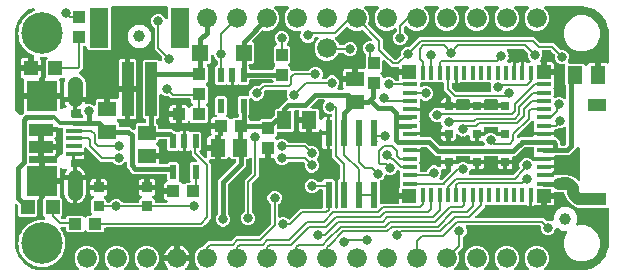
<source format=gbr>
G04 EAGLE Gerber RS-274X export*
G75*
%MOMM*%
%FSLAX34Y34*%
%LPD*%
%INTop Copper*%
%IPPOS*%
%AMOC8*
5,1,8,0,0,1.08239X$1,22.5*%
G01*
%ADD10R,1.500000X1.240000*%
%ADD11R,1.100000X1.000000*%
%ADD12R,1.240000X1.500000*%
%ADD13R,1.200000X1.200000*%
%ADD14R,1.000000X1.100000*%
%ADD15C,1.000000*%
%ADD16C,3.516000*%
%ADD17R,2.500000X2.500000*%
%ADD18C,1.308000*%
%ADD19R,1.350000X0.400000*%
%ADD20R,2.000000X1.000000*%
%ADD21R,0.550000X1.200000*%
%ADD22R,1.400000X1.400000*%
%ADD23C,1.676400*%
%ADD24R,1.000000X4.600000*%
%ADD25R,1.600000X3.400000*%
%ADD26R,1.150000X1.150000*%
%ADD27R,0.350000X1.250000*%
%ADD28R,1.250000X0.350000*%
%ADD29R,0.700000X0.700000*%
%ADD30R,0.900000X0.900000*%
%ADD31R,0.600000X2.200000*%
%ADD32R,1.200000X1.500000*%
%ADD33R,1.500000X1.000000*%
%ADD34C,0.806400*%
%ADD35C,0.203200*%
%ADD36C,0.304800*%
%ADD37C,0.254000*%
%ADD38C,0.406400*%
%ADD39C,1.016000*%

G36*
X56004Y2558D02*
X56004Y2558D01*
X56143Y2571D01*
X56162Y2578D01*
X56182Y2581D01*
X56311Y2632D01*
X56442Y2679D01*
X56459Y2690D01*
X56478Y2698D01*
X56590Y2779D01*
X56705Y2857D01*
X56719Y2873D01*
X56735Y2884D01*
X56824Y2992D01*
X56916Y3096D01*
X56925Y3114D01*
X56938Y3129D01*
X56997Y3255D01*
X57060Y3379D01*
X57065Y3399D01*
X57073Y3417D01*
X57099Y3553D01*
X57130Y3689D01*
X57129Y3710D01*
X57133Y3729D01*
X57124Y3868D01*
X57120Y4007D01*
X57115Y4027D01*
X57113Y4047D01*
X57071Y4179D01*
X57032Y4313D01*
X57022Y4330D01*
X57015Y4349D01*
X56941Y4467D01*
X56870Y4587D01*
X56852Y4608D01*
X56845Y4618D01*
X56830Y4632D01*
X56764Y4707D01*
X54671Y6801D01*
X53085Y10628D01*
X53085Y14772D01*
X54671Y18599D01*
X57601Y21529D01*
X61428Y23115D01*
X65572Y23115D01*
X69399Y21529D01*
X72329Y18599D01*
X73915Y14772D01*
X73915Y10628D01*
X72329Y6801D01*
X70236Y4707D01*
X70151Y4598D01*
X70062Y4491D01*
X70054Y4472D01*
X70041Y4456D01*
X69986Y4328D01*
X69927Y4203D01*
X69923Y4183D01*
X69915Y4164D01*
X69893Y4026D01*
X69867Y3890D01*
X69868Y3870D01*
X69865Y3850D01*
X69878Y3711D01*
X69887Y3573D01*
X69893Y3554D01*
X69895Y3534D01*
X69942Y3402D01*
X69985Y3271D01*
X69996Y3253D01*
X70002Y3234D01*
X70080Y3119D01*
X70155Y3002D01*
X70170Y2988D01*
X70181Y2971D01*
X70285Y2879D01*
X70386Y2784D01*
X70404Y2774D01*
X70419Y2761D01*
X70544Y2697D01*
X70665Y2630D01*
X70685Y2625D01*
X70703Y2616D01*
X70838Y2586D01*
X70973Y2551D01*
X71001Y2549D01*
X71013Y2546D01*
X71033Y2547D01*
X71134Y2541D01*
X81266Y2541D01*
X81404Y2558D01*
X81543Y2571D01*
X81562Y2578D01*
X81582Y2581D01*
X81711Y2632D01*
X81842Y2679D01*
X81859Y2690D01*
X81878Y2698D01*
X81990Y2779D01*
X82105Y2857D01*
X82119Y2873D01*
X82135Y2884D01*
X82224Y2992D01*
X82316Y3096D01*
X82325Y3114D01*
X82338Y3129D01*
X82397Y3255D01*
X82460Y3379D01*
X82465Y3399D01*
X82473Y3417D01*
X82499Y3553D01*
X82530Y3689D01*
X82529Y3710D01*
X82533Y3729D01*
X82524Y3868D01*
X82520Y4007D01*
X82515Y4027D01*
X82513Y4047D01*
X82471Y4179D01*
X82432Y4313D01*
X82422Y4330D01*
X82415Y4349D01*
X82341Y4467D01*
X82270Y4587D01*
X82252Y4608D01*
X82245Y4618D01*
X82230Y4632D01*
X82164Y4707D01*
X80071Y6801D01*
X78485Y10628D01*
X78485Y14772D01*
X80071Y18599D01*
X83001Y21529D01*
X86828Y23115D01*
X90972Y23115D01*
X94799Y21529D01*
X97729Y18599D01*
X99315Y14772D01*
X99315Y10628D01*
X97729Y6801D01*
X95636Y4707D01*
X95551Y4598D01*
X95462Y4491D01*
X95454Y4472D01*
X95441Y4456D01*
X95386Y4328D01*
X95327Y4203D01*
X95323Y4183D01*
X95315Y4164D01*
X95293Y4026D01*
X95267Y3890D01*
X95268Y3870D01*
X95265Y3850D01*
X95278Y3711D01*
X95287Y3573D01*
X95293Y3554D01*
X95295Y3534D01*
X95342Y3402D01*
X95385Y3271D01*
X95396Y3253D01*
X95402Y3234D01*
X95480Y3119D01*
X95555Y3002D01*
X95570Y2988D01*
X95581Y2971D01*
X95685Y2879D01*
X95786Y2784D01*
X95804Y2774D01*
X95819Y2761D01*
X95944Y2697D01*
X96065Y2630D01*
X96085Y2625D01*
X96103Y2616D01*
X96238Y2586D01*
X96373Y2551D01*
X96401Y2549D01*
X96413Y2546D01*
X96433Y2547D01*
X96534Y2541D01*
X106666Y2541D01*
X106804Y2558D01*
X106943Y2571D01*
X106962Y2578D01*
X106982Y2581D01*
X107111Y2632D01*
X107242Y2679D01*
X107259Y2690D01*
X107278Y2698D01*
X107390Y2779D01*
X107505Y2857D01*
X107519Y2873D01*
X107535Y2884D01*
X107624Y2992D01*
X107716Y3096D01*
X107725Y3114D01*
X107738Y3129D01*
X107797Y3255D01*
X107860Y3379D01*
X107865Y3399D01*
X107873Y3417D01*
X107899Y3553D01*
X107930Y3689D01*
X107929Y3710D01*
X107933Y3729D01*
X107924Y3868D01*
X107920Y4007D01*
X107915Y4027D01*
X107913Y4047D01*
X107871Y4179D01*
X107832Y4313D01*
X107822Y4330D01*
X107815Y4349D01*
X107741Y4467D01*
X107670Y4587D01*
X107652Y4608D01*
X107645Y4618D01*
X107630Y4632D01*
X107564Y4707D01*
X105471Y6801D01*
X103885Y10628D01*
X103885Y14772D01*
X105471Y18599D01*
X108401Y21529D01*
X112228Y23115D01*
X116372Y23115D01*
X120199Y21529D01*
X123129Y18599D01*
X124715Y14772D01*
X124715Y10628D01*
X123129Y6801D01*
X121036Y4707D01*
X120951Y4598D01*
X120862Y4491D01*
X120854Y4472D01*
X120841Y4456D01*
X120786Y4328D01*
X120727Y4203D01*
X120723Y4183D01*
X120715Y4164D01*
X120693Y4026D01*
X120667Y3890D01*
X120668Y3870D01*
X120665Y3850D01*
X120678Y3711D01*
X120687Y3573D01*
X120693Y3554D01*
X120695Y3534D01*
X120742Y3402D01*
X120785Y3271D01*
X120796Y3253D01*
X120802Y3234D01*
X120880Y3119D01*
X120955Y3002D01*
X120970Y2988D01*
X120981Y2971D01*
X121085Y2879D01*
X121186Y2784D01*
X121204Y2774D01*
X121219Y2761D01*
X121344Y2697D01*
X121465Y2630D01*
X121485Y2625D01*
X121503Y2616D01*
X121638Y2586D01*
X121773Y2551D01*
X121801Y2549D01*
X121813Y2546D01*
X121833Y2547D01*
X121934Y2541D01*
X131348Y2541D01*
X131486Y2558D01*
X131624Y2571D01*
X131643Y2578D01*
X131664Y2581D01*
X131793Y2632D01*
X131924Y2679D01*
X131940Y2690D01*
X131959Y2698D01*
X132071Y2779D01*
X132187Y2857D01*
X132200Y2873D01*
X132217Y2884D01*
X132305Y2992D01*
X132397Y3096D01*
X132406Y3114D01*
X132419Y3129D01*
X132479Y3255D01*
X132542Y3379D01*
X132546Y3399D01*
X132555Y3417D01*
X132581Y3554D01*
X132611Y3689D01*
X132611Y3710D01*
X132615Y3729D01*
X132606Y3868D01*
X132602Y4007D01*
X132596Y4027D01*
X132595Y4047D01*
X132552Y4179D01*
X132513Y4313D01*
X132503Y4330D01*
X132497Y4349D01*
X132423Y4467D01*
X132352Y4587D01*
X132333Y4608D01*
X132327Y4618D01*
X132312Y4632D01*
X132245Y4707D01*
X131369Y5584D01*
X130358Y6975D01*
X129577Y8507D01*
X129046Y10142D01*
X129037Y10201D01*
X138470Y10201D01*
X138588Y10216D01*
X138707Y10223D01*
X138745Y10235D01*
X138785Y10241D01*
X138896Y10284D01*
X139009Y10321D01*
X139043Y10343D01*
X139081Y10358D01*
X139177Y10427D01*
X139278Y10491D01*
X139306Y10521D01*
X139338Y10544D01*
X139414Y10636D01*
X139496Y10723D01*
X139515Y10758D01*
X139541Y10789D01*
X139592Y10897D01*
X139649Y11001D01*
X139659Y11041D01*
X139677Y11077D01*
X139697Y11184D01*
X139701Y11154D01*
X139745Y11044D01*
X139781Y10931D01*
X139803Y10896D01*
X139818Y10859D01*
X139888Y10762D01*
X139951Y10662D01*
X139981Y10634D01*
X140005Y10601D01*
X140096Y10525D01*
X140183Y10444D01*
X140219Y10424D01*
X140250Y10399D01*
X140357Y10348D01*
X140462Y10290D01*
X140501Y10280D01*
X140537Y10263D01*
X140654Y10241D01*
X140770Y10211D01*
X140830Y10207D01*
X140850Y10203D01*
X140870Y10205D01*
X140930Y10201D01*
X150363Y10201D01*
X150354Y10142D01*
X149823Y8507D01*
X149042Y6975D01*
X148031Y5584D01*
X147155Y4707D01*
X147070Y4598D01*
X146981Y4491D01*
X146972Y4472D01*
X146960Y4456D01*
X146904Y4328D01*
X146845Y4203D01*
X146841Y4183D01*
X146833Y4164D01*
X146811Y4026D01*
X146785Y3890D01*
X146787Y3870D01*
X146783Y3850D01*
X146796Y3711D01*
X146805Y3573D01*
X146811Y3554D01*
X146813Y3534D01*
X146860Y3402D01*
X146903Y3271D01*
X146914Y3253D01*
X146921Y3234D01*
X146999Y3119D01*
X147073Y3002D01*
X147088Y2988D01*
X147099Y2971D01*
X147203Y2879D01*
X147305Y2784D01*
X147323Y2774D01*
X147338Y2761D01*
X147462Y2698D01*
X147583Y2630D01*
X147603Y2625D01*
X147621Y2616D01*
X147757Y2586D01*
X147891Y2551D01*
X147919Y2549D01*
X147931Y2546D01*
X147952Y2547D01*
X148052Y2541D01*
X157466Y2541D01*
X157604Y2558D01*
X157743Y2571D01*
X157762Y2578D01*
X157782Y2581D01*
X157911Y2632D01*
X158042Y2679D01*
X158059Y2690D01*
X158078Y2698D01*
X158190Y2779D01*
X158305Y2857D01*
X158319Y2873D01*
X158335Y2884D01*
X158424Y2992D01*
X158516Y3096D01*
X158525Y3114D01*
X158538Y3129D01*
X158597Y3255D01*
X158660Y3379D01*
X158665Y3399D01*
X158673Y3417D01*
X158699Y3553D01*
X158730Y3689D01*
X158729Y3710D01*
X158733Y3729D01*
X158724Y3868D01*
X158720Y4007D01*
X158715Y4027D01*
X158713Y4047D01*
X158671Y4179D01*
X158632Y4313D01*
X158622Y4330D01*
X158615Y4349D01*
X158541Y4467D01*
X158470Y4587D01*
X158452Y4608D01*
X158445Y4618D01*
X158430Y4632D01*
X158364Y4707D01*
X156271Y6801D01*
X154685Y10628D01*
X154685Y14772D01*
X156271Y18599D01*
X159201Y21529D01*
X161268Y22385D01*
X161293Y22400D01*
X161321Y22409D01*
X161431Y22479D01*
X161544Y22543D01*
X161565Y22564D01*
X161590Y22579D01*
X161679Y22674D01*
X161772Y22764D01*
X161788Y22789D01*
X161808Y22811D01*
X161871Y22925D01*
X161873Y22929D01*
X166377Y27433D01*
X185155Y27433D01*
X185254Y27445D01*
X185353Y27448D01*
X185411Y27465D01*
X185471Y27473D01*
X185563Y27509D01*
X185658Y27537D01*
X185710Y27567D01*
X185767Y27590D01*
X185847Y27648D01*
X185932Y27698D01*
X186007Y27764D01*
X186024Y27776D01*
X186032Y27786D01*
X186053Y27804D01*
X189745Y31497D01*
X208523Y31497D01*
X208622Y31509D01*
X208721Y31512D01*
X208779Y31529D01*
X208839Y31537D01*
X208931Y31573D01*
X209026Y31601D01*
X209078Y31631D01*
X209135Y31654D01*
X209215Y31712D01*
X209300Y31762D01*
X209375Y31828D01*
X209392Y31840D01*
X209400Y31850D01*
X209421Y31868D01*
X219084Y41531D01*
X219144Y41609D01*
X219212Y41681D01*
X219241Y41734D01*
X219278Y41782D01*
X219318Y41873D01*
X219366Y41960D01*
X219381Y42019D01*
X219405Y42074D01*
X219420Y42172D01*
X219445Y42268D01*
X219451Y42368D01*
X219455Y42388D01*
X219453Y42401D01*
X219455Y42429D01*
X219455Y57954D01*
X219443Y58052D01*
X219440Y58151D01*
X219423Y58210D01*
X219415Y58270D01*
X219379Y58362D01*
X219351Y58457D01*
X219321Y58509D01*
X219298Y58565D01*
X219240Y58645D01*
X219190Y58731D01*
X219124Y58806D01*
X219112Y58823D01*
X219102Y58830D01*
X219084Y58852D01*
X217363Y60573D01*
X216439Y62802D01*
X216439Y65214D01*
X217363Y67443D01*
X219069Y69149D01*
X221298Y70073D01*
X223710Y70073D01*
X225939Y69149D01*
X227645Y67443D01*
X228569Y65214D01*
X228569Y62802D01*
X227645Y60573D01*
X225924Y58852D01*
X225864Y58773D01*
X225796Y58701D01*
X225767Y58648D01*
X225730Y58600D01*
X225690Y58509D01*
X225642Y58423D01*
X225627Y58364D01*
X225603Y58309D01*
X225588Y58211D01*
X225563Y58115D01*
X225557Y58015D01*
X225553Y57994D01*
X225555Y57982D01*
X225553Y57954D01*
X225553Y48437D01*
X225559Y48388D01*
X225557Y48338D01*
X225579Y48231D01*
X225593Y48121D01*
X225611Y48075D01*
X225621Y48027D01*
X225669Y47928D01*
X225710Y47826D01*
X225739Y47786D01*
X225761Y47741D01*
X225832Y47657D01*
X225896Y47568D01*
X225935Y47537D01*
X225967Y47499D01*
X226057Y47436D01*
X226141Y47366D01*
X226186Y47344D01*
X226227Y47316D01*
X226330Y47277D01*
X226429Y47230D01*
X226478Y47221D01*
X226524Y47203D01*
X226634Y47191D01*
X226741Y47170D01*
X226791Y47173D01*
X226840Y47168D01*
X226949Y47183D01*
X227059Y47190D01*
X227106Y47205D01*
X227155Y47212D01*
X227308Y47264D01*
X228410Y47721D01*
X230822Y47721D01*
X233051Y46797D01*
X233899Y45950D01*
X233993Y45877D01*
X234082Y45798D01*
X234119Y45780D01*
X234150Y45755D01*
X234260Y45707D01*
X234366Y45653D01*
X234405Y45644D01*
X234442Y45628D01*
X234560Y45610D01*
X234676Y45584D01*
X234716Y45585D01*
X234756Y45579D01*
X234875Y45590D01*
X234994Y45593D01*
X235033Y45605D01*
X235073Y45608D01*
X235185Y45649D01*
X235299Y45682D01*
X235334Y45702D01*
X235372Y45716D01*
X235471Y45783D01*
X235573Y45843D01*
X235618Y45883D01*
X235635Y45895D01*
X235649Y45910D01*
X235694Y45950D01*
X242452Y52707D01*
X244609Y54865D01*
X261922Y54865D01*
X262040Y54880D01*
X262159Y54887D01*
X262197Y54900D01*
X262238Y54905D01*
X262348Y54948D01*
X262461Y54985D01*
X262496Y55007D01*
X262533Y55022D01*
X262629Y55091D01*
X262730Y55155D01*
X262758Y55185D01*
X262791Y55208D01*
X262867Y55300D01*
X262948Y55387D01*
X262968Y55422D01*
X262993Y55453D01*
X263044Y55561D01*
X263102Y55665D01*
X263112Y55705D01*
X263129Y55741D01*
X263151Y55858D01*
X263181Y55973D01*
X263185Y56033D01*
X263189Y56053D01*
X263187Y56074D01*
X263191Y56134D01*
X263191Y69850D01*
X263176Y69968D01*
X263169Y70087D01*
X263156Y70125D01*
X263151Y70166D01*
X263108Y70276D01*
X263071Y70389D01*
X263049Y70424D01*
X263034Y70461D01*
X262965Y70557D01*
X262901Y70658D01*
X262871Y70686D01*
X262848Y70719D01*
X262756Y70795D01*
X262669Y70876D01*
X262634Y70896D01*
X262603Y70921D01*
X262495Y70972D01*
X262391Y71030D01*
X262351Y71040D01*
X262315Y71057D01*
X262198Y71079D01*
X262083Y71109D01*
X262023Y71113D01*
X262003Y71117D01*
X261982Y71115D01*
X261922Y71119D01*
X260054Y71119D01*
X259956Y71107D01*
X259857Y71104D01*
X259798Y71087D01*
X259738Y71079D01*
X259646Y71043D01*
X259551Y71015D01*
X259499Y70985D01*
X259443Y70962D01*
X259363Y70904D01*
X259277Y70854D01*
X259202Y70788D01*
X259185Y70776D01*
X259178Y70766D01*
X259156Y70748D01*
X257435Y69027D01*
X255206Y68103D01*
X252794Y68103D01*
X250565Y69027D01*
X248859Y70733D01*
X247935Y72962D01*
X247935Y75374D01*
X248859Y77603D01*
X250565Y79309D01*
X252794Y80233D01*
X255206Y80233D01*
X257435Y79309D01*
X259156Y77588D01*
X259235Y77528D01*
X259307Y77460D01*
X259360Y77431D01*
X259408Y77394D01*
X259499Y77354D01*
X259585Y77306D01*
X259644Y77291D01*
X259699Y77267D01*
X259797Y77252D01*
X259893Y77227D01*
X259993Y77221D01*
X260014Y77217D01*
X260026Y77219D01*
X260054Y77217D01*
X261922Y77217D01*
X262040Y77232D01*
X262159Y77239D01*
X262197Y77252D01*
X262238Y77257D01*
X262348Y77300D01*
X262461Y77337D01*
X262496Y77359D01*
X262533Y77374D01*
X262629Y77443D01*
X262730Y77507D01*
X262758Y77537D01*
X262791Y77560D01*
X262867Y77652D01*
X262948Y77739D01*
X262968Y77774D01*
X262993Y77805D01*
X263044Y77913D01*
X263102Y78017D01*
X263112Y78057D01*
X263129Y78093D01*
X263151Y78210D01*
X263181Y78325D01*
X263185Y78385D01*
X263189Y78405D01*
X263187Y78426D01*
X263191Y78486D01*
X263191Y78552D01*
X264382Y79743D01*
X272066Y79743D01*
X273257Y78552D01*
X273257Y56134D01*
X273272Y56016D01*
X273279Y55897D01*
X273292Y55859D01*
X273297Y55818D01*
X273340Y55708D01*
X273377Y55595D01*
X273399Y55560D01*
X273414Y55523D01*
X273484Y55426D01*
X273547Y55326D01*
X273577Y55298D01*
X273600Y55265D01*
X273692Y55189D01*
X273779Y55108D01*
X273814Y55088D01*
X273845Y55063D01*
X273953Y55012D01*
X274057Y54954D01*
X274097Y54944D01*
X274133Y54927D01*
X274250Y54905D01*
X274365Y54875D01*
X274425Y54871D01*
X274445Y54867D01*
X274466Y54869D01*
X274526Y54865D01*
X274622Y54865D01*
X274740Y54880D01*
X274859Y54887D01*
X274897Y54900D01*
X274938Y54905D01*
X275048Y54948D01*
X275161Y54985D01*
X275196Y55007D01*
X275233Y55022D01*
X275329Y55091D01*
X275430Y55155D01*
X275458Y55185D01*
X275491Y55208D01*
X275567Y55300D01*
X275648Y55387D01*
X275668Y55422D01*
X275693Y55453D01*
X275744Y55561D01*
X275802Y55665D01*
X275812Y55705D01*
X275829Y55741D01*
X275851Y55858D01*
X275881Y55973D01*
X275885Y56033D01*
X275889Y56053D01*
X275887Y56074D01*
X275891Y56134D01*
X275891Y78552D01*
X277296Y79957D01*
X277313Y79969D01*
X277414Y80033D01*
X277442Y80063D01*
X277475Y80086D01*
X277551Y80178D01*
X277632Y80265D01*
X277652Y80300D01*
X277677Y80331D01*
X277728Y80439D01*
X277786Y80543D01*
X277796Y80583D01*
X277813Y80619D01*
X277835Y80736D01*
X277865Y80851D01*
X277869Y80911D01*
X277873Y80931D01*
X277871Y80952D01*
X277875Y81012D01*
X277875Y91175D01*
X277863Y91274D01*
X277860Y91373D01*
X277843Y91431D01*
X277835Y91491D01*
X277799Y91583D01*
X277771Y91678D01*
X277741Y91730D01*
X277718Y91787D01*
X277660Y91867D01*
X277610Y91952D01*
X277544Y92027D01*
X277532Y92044D01*
X277522Y92052D01*
X277504Y92073D01*
X271271Y98305D01*
X271271Y103900D01*
X271256Y104018D01*
X271249Y104137D01*
X271236Y104175D01*
X271231Y104216D01*
X271188Y104326D01*
X271151Y104439D01*
X271129Y104474D01*
X271114Y104511D01*
X271045Y104607D01*
X270981Y104708D01*
X270951Y104736D01*
X270928Y104769D01*
X270836Y104845D01*
X270749Y104926D01*
X270714Y104946D01*
X270683Y104971D01*
X270575Y105022D01*
X270471Y105080D01*
X270431Y105090D01*
X270395Y105107D01*
X270278Y105129D01*
X270163Y105159D01*
X270103Y105163D01*
X270083Y105167D01*
X270062Y105165D01*
X270002Y105169D01*
X269723Y105169D01*
X269723Y118480D01*
X269708Y118598D01*
X269701Y118717D01*
X269699Y118724D01*
X269713Y118780D01*
X269717Y118840D01*
X269721Y118860D01*
X269719Y118880D01*
X269723Y118940D01*
X269723Y132251D01*
X270002Y132251D01*
X270120Y132266D01*
X270239Y132273D01*
X270277Y132286D01*
X270318Y132291D01*
X270428Y132334D01*
X270541Y132371D01*
X270576Y132393D01*
X270613Y132408D01*
X270709Y132477D01*
X270810Y132541D01*
X270838Y132571D01*
X270871Y132594D01*
X270947Y132686D01*
X271028Y132773D01*
X271048Y132808D01*
X271073Y132839D01*
X271124Y132947D01*
X271182Y133051D01*
X271192Y133091D01*
X271209Y133127D01*
X271231Y133244D01*
X271261Y133359D01*
X271265Y133419D01*
X271269Y133439D01*
X271267Y133460D01*
X271271Y133520D01*
X271271Y133890D01*
X271256Y134008D01*
X271249Y134127D01*
X271236Y134165D01*
X271231Y134206D01*
X271188Y134316D01*
X271151Y134429D01*
X271129Y134464D01*
X271114Y134501D01*
X271045Y134597D01*
X270981Y134698D01*
X270951Y134726D01*
X270928Y134759D01*
X270836Y134835D01*
X270749Y134916D01*
X270714Y134936D01*
X270683Y134961D01*
X270575Y135012D01*
X270471Y135070D01*
X270431Y135080D01*
X270395Y135097D01*
X270278Y135119D01*
X270163Y135149D01*
X270103Y135153D01*
X270083Y135157D01*
X270062Y135155D01*
X270002Y135159D01*
X268034Y135159D01*
X265805Y136083D01*
X264099Y137789D01*
X263175Y140018D01*
X263175Y142430D01*
X264099Y144659D01*
X264592Y145152D01*
X264677Y145262D01*
X264766Y145369D01*
X264774Y145388D01*
X264787Y145404D01*
X264842Y145532D01*
X264901Y145657D01*
X264905Y145677D01*
X264913Y145696D01*
X264935Y145834D01*
X264961Y145970D01*
X264960Y145990D01*
X264963Y146010D01*
X264950Y146149D01*
X264941Y146287D01*
X264935Y146306D01*
X264933Y146326D01*
X264886Y146457D01*
X264843Y146589D01*
X264832Y146607D01*
X264825Y146626D01*
X264747Y146740D01*
X264673Y146858D01*
X264658Y146872D01*
X264647Y146889D01*
X264543Y146981D01*
X264441Y147076D01*
X264424Y147086D01*
X264408Y147099D01*
X264285Y147162D01*
X264163Y147230D01*
X264143Y147235D01*
X264125Y147244D01*
X263989Y147274D01*
X263855Y147309D01*
X263827Y147311D01*
X263815Y147314D01*
X263794Y147313D01*
X263694Y147319D01*
X259257Y147319D01*
X259159Y147307D01*
X259060Y147304D01*
X259002Y147287D01*
X258942Y147279D01*
X258850Y147243D01*
X258755Y147215D01*
X258703Y147185D01*
X258646Y147162D01*
X258566Y147104D01*
X258481Y147054D01*
X258405Y146988D01*
X258389Y146976D01*
X258381Y146966D01*
X258360Y146948D01*
X253160Y141747D01*
X253075Y141638D01*
X252986Y141531D01*
X252977Y141512D01*
X252965Y141496D01*
X252909Y141368D01*
X252850Y141243D01*
X252847Y141223D01*
X252839Y141204D01*
X252817Y141066D01*
X252791Y140930D01*
X252792Y140910D01*
X252789Y140890D01*
X252802Y140751D01*
X252810Y140613D01*
X252817Y140594D01*
X252819Y140574D01*
X252866Y140442D01*
X252908Y140311D01*
X252919Y140293D01*
X252926Y140274D01*
X253004Y140159D01*
X253079Y140042D01*
X253093Y140028D01*
X253105Y140011D01*
X253209Y139919D01*
X253310Y139824D01*
X253328Y139814D01*
X253343Y139801D01*
X253467Y139737D01*
X253589Y139670D01*
X253608Y139665D01*
X253626Y139656D01*
X253762Y139626D01*
X253897Y139591D01*
X253925Y139589D01*
X253937Y139586D01*
X253957Y139587D01*
X254057Y139581D01*
X258134Y139581D01*
X258781Y139408D01*
X259360Y139073D01*
X259833Y138600D01*
X260168Y138021D01*
X260341Y137374D01*
X260341Y130943D01*
X260360Y130791D01*
X260377Y130640D01*
X260380Y130634D01*
X260381Y130627D01*
X260437Y130485D01*
X260491Y130343D01*
X260495Y130338D01*
X260498Y130332D01*
X260588Y130207D01*
X260675Y130084D01*
X260680Y130080D01*
X260684Y130074D01*
X260803Y129976D01*
X260918Y129879D01*
X260924Y129876D01*
X260929Y129871D01*
X261066Y129807D01*
X261205Y129740D01*
X261211Y129739D01*
X261217Y129736D01*
X261365Y129708D01*
X261516Y129677D01*
X261523Y129677D01*
X261529Y129676D01*
X261682Y129686D01*
X261834Y129693D01*
X261840Y129695D01*
X261847Y129696D01*
X261992Y129743D01*
X262137Y129788D01*
X262143Y129792D01*
X262149Y129794D01*
X262278Y129876D01*
X262408Y129956D01*
X262412Y129960D01*
X262418Y129964D01*
X262523Y130076D01*
X262628Y130185D01*
X262631Y130191D01*
X262636Y130196D01*
X262710Y130329D01*
X262785Y130462D01*
X262787Y130470D01*
X262790Y130474D01*
X262792Y130485D01*
X262836Y130614D01*
X262856Y130691D01*
X263191Y131270D01*
X263664Y131743D01*
X264243Y132078D01*
X264890Y132251D01*
X266725Y132251D01*
X266725Y120209D01*
X262683Y120209D01*
X262683Y120807D01*
X262664Y120959D01*
X262647Y121110D01*
X262644Y121116D01*
X262643Y121123D01*
X262587Y121264D01*
X262533Y121407D01*
X262529Y121412D01*
X262526Y121418D01*
X262437Y121541D01*
X262349Y121666D01*
X262343Y121670D01*
X262340Y121676D01*
X262223Y121772D01*
X262106Y121871D01*
X262100Y121874D01*
X262095Y121878D01*
X261958Y121943D01*
X261819Y122010D01*
X261813Y122011D01*
X261807Y122014D01*
X261658Y122042D01*
X261508Y122073D01*
X261501Y122073D01*
X261494Y122074D01*
X261342Y122064D01*
X261190Y122056D01*
X261184Y122054D01*
X261177Y122054D01*
X261033Y122007D01*
X260887Y121962D01*
X260881Y121958D01*
X260875Y121956D01*
X260745Y121874D01*
X260616Y121794D01*
X260612Y121789D01*
X260606Y121786D01*
X260501Y121674D01*
X260396Y121565D01*
X260393Y121559D01*
X260388Y121554D01*
X260314Y121421D01*
X260239Y121288D01*
X260236Y121279D01*
X260234Y121276D01*
X260232Y121266D01*
X260188Y121135D01*
X260168Y121059D01*
X259833Y120480D01*
X259360Y120007D01*
X258781Y119672D01*
X258134Y119499D01*
X254339Y119499D01*
X254339Y128270D01*
X254324Y128388D01*
X254317Y128507D01*
X254304Y128545D01*
X254299Y128585D01*
X254255Y128696D01*
X254219Y128809D01*
X254197Y128844D01*
X254182Y128881D01*
X254112Y128977D01*
X254049Y129078D01*
X254019Y129106D01*
X253995Y129138D01*
X253904Y129214D01*
X253817Y129296D01*
X253782Y129315D01*
X253750Y129341D01*
X253643Y129392D01*
X253539Y129449D01*
X253499Y129460D01*
X253463Y129477D01*
X253346Y129499D01*
X253231Y129529D01*
X253170Y129533D01*
X253150Y129537D01*
X253130Y129535D01*
X253070Y129539D01*
X251799Y129539D01*
X251799Y130810D01*
X251784Y130928D01*
X251777Y131047D01*
X251764Y131085D01*
X251759Y131125D01*
X251715Y131236D01*
X251679Y131349D01*
X251657Y131384D01*
X251642Y131421D01*
X251572Y131517D01*
X251509Y131618D01*
X251479Y131646D01*
X251455Y131678D01*
X251364Y131754D01*
X251277Y131836D01*
X251242Y131855D01*
X251210Y131881D01*
X251103Y131932D01*
X250999Y131989D01*
X250959Y132000D01*
X250923Y132017D01*
X250806Y132039D01*
X250691Y132069D01*
X250630Y132073D01*
X250610Y132077D01*
X250590Y132075D01*
X250530Y132079D01*
X243259Y132079D01*
X243259Y136906D01*
X243244Y137024D01*
X243237Y137143D01*
X243224Y137181D01*
X243219Y137222D01*
X243176Y137332D01*
X243139Y137445D01*
X243117Y137480D01*
X243102Y137517D01*
X243033Y137613D01*
X242969Y137714D01*
X242939Y137742D01*
X242916Y137775D01*
X242824Y137851D01*
X242737Y137932D01*
X242702Y137952D01*
X242671Y137977D01*
X242563Y138028D01*
X242459Y138086D01*
X242419Y138096D01*
X242383Y138113D01*
X242266Y138135D01*
X242151Y138165D01*
X242091Y138169D01*
X242071Y138173D01*
X242050Y138171D01*
X241990Y138175D01*
X240102Y138175D01*
X239984Y138160D01*
X239865Y138153D01*
X239827Y138140D01*
X239786Y138135D01*
X239676Y138092D01*
X239563Y138055D01*
X239528Y138033D01*
X239491Y138018D01*
X239395Y137949D01*
X239294Y137885D01*
X239266Y137855D01*
X239233Y137832D01*
X239157Y137740D01*
X239076Y137653D01*
X239056Y137618D01*
X239031Y137587D01*
X238980Y137479D01*
X238922Y137375D01*
X238912Y137335D01*
X238895Y137299D01*
X238873Y137182D01*
X238843Y137067D01*
X238839Y137007D01*
X238835Y136987D01*
X238837Y136966D01*
X238833Y136906D01*
X238833Y121198D01*
X237642Y120007D01*
X225472Y120007D01*
X225354Y119992D01*
X225235Y119985D01*
X225197Y119972D01*
X225156Y119967D01*
X225046Y119924D01*
X224933Y119887D01*
X224898Y119865D01*
X224861Y119850D01*
X224765Y119781D01*
X224664Y119717D01*
X224636Y119687D01*
X224603Y119664D01*
X224527Y119572D01*
X224446Y119485D01*
X224426Y119450D01*
X224401Y119419D01*
X224350Y119311D01*
X224292Y119207D01*
X224282Y119167D01*
X224265Y119131D01*
X224243Y119014D01*
X224213Y118899D01*
X224209Y118839D01*
X224205Y118819D01*
X224207Y118798D01*
X224203Y118738D01*
X224203Y116458D01*
X223218Y115474D01*
X223141Y115374D01*
X223059Y115279D01*
X223044Y115249D01*
X223023Y115222D01*
X222973Y115107D01*
X222917Y114994D01*
X222910Y114961D01*
X222897Y114930D01*
X222877Y114806D01*
X222851Y114683D01*
X222852Y114650D01*
X222847Y114616D01*
X222859Y114491D01*
X222864Y114366D01*
X222874Y114333D01*
X222877Y114300D01*
X222919Y114181D01*
X222956Y114061D01*
X222973Y114032D01*
X222984Y114000D01*
X223055Y113896D01*
X223120Y113789D01*
X223144Y113765D01*
X223163Y113737D01*
X223257Y113654D01*
X223347Y113566D01*
X223388Y113539D01*
X223401Y113527D01*
X223421Y113517D01*
X223481Y113477D01*
X223730Y113333D01*
X223901Y113162D01*
X223924Y113144D01*
X223943Y113122D01*
X224050Y113047D01*
X224152Y112967D01*
X224179Y112955D01*
X224203Y112938D01*
X224325Y112892D01*
X224444Y112841D01*
X224473Y112836D01*
X224501Y112826D01*
X224630Y112811D01*
X224758Y112791D01*
X224787Y112794D01*
X224817Y112790D01*
X224946Y112809D01*
X225075Y112821D01*
X225103Y112831D01*
X225132Y112835D01*
X225284Y112887D01*
X227394Y113761D01*
X229806Y113761D01*
X232035Y112837D01*
X233756Y111116D01*
X233835Y111056D01*
X233907Y110988D01*
X233960Y110959D01*
X234008Y110922D01*
X234099Y110882D01*
X234185Y110834D01*
X234244Y110819D01*
X234299Y110795D01*
X234397Y110780D01*
X234493Y110755D01*
X234593Y110749D01*
X234614Y110745D01*
X234626Y110747D01*
X234654Y110745D01*
X249167Y110745D01*
X251875Y108036D01*
X251953Y107976D01*
X252025Y107908D01*
X252078Y107879D01*
X252126Y107842D01*
X252217Y107802D01*
X252304Y107754D01*
X252363Y107739D01*
X252418Y107715D01*
X252516Y107700D01*
X252612Y107675D01*
X252712Y107669D01*
X252732Y107665D01*
X252745Y107667D01*
X252773Y107665D01*
X255206Y107665D01*
X257435Y106741D01*
X259141Y105035D01*
X260065Y102806D01*
X260065Y100394D01*
X259141Y98165D01*
X258394Y97418D01*
X258321Y97324D01*
X258243Y97234D01*
X258224Y97198D01*
X258199Y97166D01*
X258152Y97057D01*
X258098Y96951D01*
X258089Y96912D01*
X258073Y96874D01*
X258054Y96757D01*
X258028Y96641D01*
X258030Y96600D01*
X258023Y96560D01*
X258034Y96442D01*
X258038Y96323D01*
X258049Y96284D01*
X258053Y96244D01*
X258093Y96131D01*
X258126Y96017D01*
X258147Y95983D01*
X258161Y95944D01*
X258227Y95846D01*
X258288Y95743D01*
X258328Y95698D01*
X258339Y95681D01*
X258354Y95668D01*
X258394Y95623D01*
X259141Y94875D01*
X260065Y92646D01*
X260065Y90234D01*
X259141Y88005D01*
X257435Y86299D01*
X255206Y85375D01*
X252794Y85375D01*
X250565Y86299D01*
X248859Y88005D01*
X247935Y90234D01*
X247935Y92667D01*
X247923Y92766D01*
X247920Y92865D01*
X247913Y92887D01*
X247913Y92894D01*
X247903Y92926D01*
X247895Y92983D01*
X247859Y93075D01*
X247831Y93170D01*
X247801Y93222D01*
X247778Y93279D01*
X247720Y93359D01*
X247670Y93444D01*
X247604Y93519D01*
X247592Y93536D01*
X247582Y93544D01*
X247564Y93565D01*
X247013Y94116D01*
X246935Y94176D01*
X246863Y94244D01*
X246810Y94273D01*
X246762Y94310D01*
X246671Y94350D01*
X246584Y94398D01*
X246525Y94413D01*
X246470Y94437D01*
X246372Y94452D01*
X246276Y94477D01*
X246176Y94483D01*
X246156Y94487D01*
X246143Y94485D01*
X246115Y94487D01*
X234654Y94487D01*
X234556Y94475D01*
X234457Y94472D01*
X234398Y94455D01*
X234338Y94447D01*
X234246Y94411D01*
X234151Y94383D01*
X234099Y94353D01*
X234043Y94330D01*
X233963Y94272D01*
X233877Y94222D01*
X233802Y94156D01*
X233785Y94144D01*
X233778Y94134D01*
X233756Y94116D01*
X232035Y92395D01*
X229806Y91471D01*
X227394Y91471D01*
X225165Y92395D01*
X223459Y94101D01*
X222535Y96330D01*
X222535Y96490D01*
X222520Y96608D01*
X222513Y96727D01*
X222501Y96765D01*
X222495Y96806D01*
X222452Y96916D01*
X222415Y97029D01*
X222393Y97064D01*
X222378Y97101D01*
X222309Y97197D01*
X222245Y97298D01*
X222215Y97326D01*
X222192Y97359D01*
X222100Y97435D01*
X222013Y97516D01*
X221978Y97536D01*
X221947Y97561D01*
X221839Y97612D01*
X221735Y97670D01*
X221695Y97680D01*
X221659Y97697D01*
X221542Y97719D01*
X221427Y97749D01*
X221367Y97753D01*
X221347Y97757D01*
X221326Y97755D01*
X221266Y97759D01*
X219669Y97759D01*
X219669Y104570D01*
X219654Y104688D01*
X219647Y104807D01*
X219634Y104845D01*
X219629Y104885D01*
X219586Y104996D01*
X219549Y105109D01*
X219527Y105143D01*
X219512Y105181D01*
X219443Y105277D01*
X219379Y105378D01*
X219349Y105406D01*
X219326Y105438D01*
X219234Y105514D01*
X219147Y105596D01*
X219112Y105615D01*
X219081Y105641D01*
X218973Y105692D01*
X218869Y105749D01*
X218829Y105759D01*
X218793Y105777D01*
X218676Y105799D01*
X218561Y105829D01*
X218501Y105833D01*
X218481Y105836D01*
X218460Y105835D01*
X218400Y105839D01*
X215940Y105839D01*
X215822Y105824D01*
X215703Y105817D01*
X215665Y105804D01*
X215624Y105799D01*
X215514Y105755D01*
X215401Y105719D01*
X215366Y105697D01*
X215329Y105682D01*
X215232Y105612D01*
X215132Y105549D01*
X215104Y105519D01*
X215071Y105495D01*
X214995Y105404D01*
X214914Y105317D01*
X214894Y105282D01*
X214869Y105250D01*
X214818Y105143D01*
X214760Y105038D01*
X214750Y104999D01*
X214733Y104963D01*
X214711Y104846D01*
X214681Y104730D01*
X214677Y104670D01*
X214673Y104650D01*
X214675Y104630D01*
X214671Y104570D01*
X214671Y97759D01*
X211836Y97759D01*
X211178Y97936D01*
X211079Y97977D01*
X210959Y98034D01*
X210932Y98039D01*
X210908Y98049D01*
X210776Y98069D01*
X210646Y98093D01*
X210620Y98092D01*
X210593Y98096D01*
X210461Y98082D01*
X210329Y98074D01*
X210303Y98065D01*
X210277Y98063D01*
X210152Y98016D01*
X210027Y97976D01*
X210004Y97961D01*
X209978Y97952D01*
X209870Y97876D01*
X209758Y97805D01*
X209739Y97786D01*
X209717Y97770D01*
X209631Y97670D01*
X209540Y97574D01*
X209527Y97550D01*
X209509Y97530D01*
X209450Y97411D01*
X209386Y97295D01*
X209380Y97269D01*
X209368Y97245D01*
X209340Y97116D01*
X209307Y96987D01*
X209305Y96949D01*
X209301Y96934D01*
X209302Y96912D01*
X209297Y96827D01*
X209297Y82049D01*
X207139Y79892D01*
X203572Y76325D01*
X203512Y76247D01*
X203444Y76175D01*
X203415Y76122D01*
X203378Y76074D01*
X203338Y75983D01*
X203290Y75896D01*
X203275Y75838D01*
X203251Y75782D01*
X203236Y75684D01*
X203211Y75588D01*
X203205Y75488D01*
X203201Y75468D01*
X203203Y75455D01*
X203201Y75427D01*
X203201Y52790D01*
X203213Y52692D01*
X203216Y52593D01*
X203233Y52534D01*
X203241Y52474D01*
X203277Y52382D01*
X203305Y52287D01*
X203335Y52235D01*
X203358Y52179D01*
X203416Y52099D01*
X203466Y52013D01*
X203532Y51938D01*
X203544Y51921D01*
X203554Y51914D01*
X203572Y51892D01*
X205293Y50171D01*
X206217Y47942D01*
X206217Y45530D01*
X205293Y43301D01*
X203587Y41595D01*
X201358Y40671D01*
X198946Y40671D01*
X196717Y41595D01*
X195011Y43301D01*
X194087Y45530D01*
X194087Y47942D01*
X195011Y50171D01*
X196732Y51892D01*
X196792Y51971D01*
X196860Y52043D01*
X196889Y52096D01*
X196926Y52144D01*
X196966Y52235D01*
X197014Y52321D01*
X197029Y52380D01*
X197053Y52435D01*
X197068Y52533D01*
X197093Y52629D01*
X197099Y52729D01*
X197103Y52750D01*
X197101Y52762D01*
X197103Y52790D01*
X197103Y78479D01*
X199261Y80636D01*
X202828Y84203D01*
X202888Y84281D01*
X202956Y84353D01*
X202985Y84406D01*
X203022Y84454D01*
X203062Y84545D01*
X203110Y84632D01*
X203125Y84690D01*
X203149Y84746D01*
X203164Y84844D01*
X203189Y84940D01*
X203195Y85040D01*
X203199Y85060D01*
X203197Y85073D01*
X203199Y85101D01*
X203199Y96786D01*
X203182Y96924D01*
X203169Y97063D01*
X203162Y97082D01*
X203159Y97102D01*
X203108Y97231D01*
X203061Y97362D01*
X203050Y97379D01*
X203042Y97398D01*
X202961Y97510D01*
X202883Y97625D01*
X202867Y97638D01*
X202856Y97655D01*
X202748Y97744D01*
X202644Y97836D01*
X202626Y97845D01*
X202611Y97858D01*
X202485Y97917D01*
X202361Y97980D01*
X202341Y97985D01*
X202323Y97993D01*
X202186Y98019D01*
X202051Y98050D01*
X202030Y98049D01*
X202011Y98053D01*
X201872Y98044D01*
X201733Y98040D01*
X201713Y98035D01*
X201693Y98033D01*
X201561Y97991D01*
X201427Y97952D01*
X201410Y97941D01*
X201391Y97935D01*
X201273Y97861D01*
X201153Y97790D01*
X201132Y97772D01*
X201122Y97765D01*
X201108Y97750D01*
X201033Y97684D01*
X200346Y96997D01*
X199390Y96997D01*
X199272Y96982D01*
X199153Y96975D01*
X199115Y96962D01*
X199074Y96957D01*
X198964Y96914D01*
X198851Y96877D01*
X198816Y96855D01*
X198779Y96840D01*
X198683Y96771D01*
X198582Y96707D01*
X198554Y96677D01*
X198521Y96654D01*
X198445Y96562D01*
X198364Y96475D01*
X198344Y96440D01*
X198319Y96409D01*
X198268Y96301D01*
X198210Y96197D01*
X198200Y96157D01*
X198183Y96121D01*
X198161Y96004D01*
X198131Y95889D01*
X198127Y95829D01*
X198123Y95809D01*
X198125Y95788D01*
X198121Y95728D01*
X198121Y90772D01*
X183252Y75904D01*
X183192Y75826D01*
X183124Y75754D01*
X183095Y75701D01*
X183058Y75653D01*
X183018Y75562D01*
X182970Y75475D01*
X182955Y75417D01*
X182931Y75361D01*
X182916Y75263D01*
X182891Y75167D01*
X182885Y75067D01*
X182881Y75047D01*
X182883Y75035D01*
X182881Y75007D01*
X182881Y50758D01*
X182893Y50660D01*
X182896Y50561D01*
X182903Y50537D01*
X182903Y50535D01*
X182907Y50523D01*
X182913Y50502D01*
X182921Y50442D01*
X182957Y50350D01*
X182985Y50255D01*
X183015Y50203D01*
X183038Y50147D01*
X183096Y50067D01*
X183146Y49981D01*
X183212Y49906D01*
X183224Y49889D01*
X183234Y49882D01*
X183252Y49860D01*
X183957Y49155D01*
X184881Y46926D01*
X184881Y44514D01*
X183957Y42285D01*
X182251Y40579D01*
X180022Y39655D01*
X177610Y39655D01*
X175381Y40579D01*
X173675Y42285D01*
X172751Y44514D01*
X172751Y46926D01*
X173675Y49155D01*
X174380Y49860D01*
X174440Y49939D01*
X174508Y50011D01*
X174537Y50064D01*
X174574Y50112D01*
X174614Y50203D01*
X174662Y50289D01*
X174677Y50348D01*
X174701Y50403D01*
X174716Y50501D01*
X174741Y50597D01*
X174746Y50679D01*
X174749Y50692D01*
X174748Y50702D01*
X174751Y50718D01*
X174749Y50730D01*
X174751Y50758D01*
X174751Y78900D01*
X189620Y93768D01*
X189680Y93846D01*
X189748Y93918D01*
X189777Y93971D01*
X189814Y94019D01*
X189854Y94110D01*
X189902Y94197D01*
X189917Y94255D01*
X189941Y94311D01*
X189956Y94409D01*
X189981Y94505D01*
X189987Y94605D01*
X189991Y94625D01*
X189989Y94637D01*
X189991Y94665D01*
X189991Y95728D01*
X189976Y95846D01*
X189969Y95965D01*
X189956Y96003D01*
X189951Y96044D01*
X189908Y96154D01*
X189871Y96267D01*
X189849Y96302D01*
X189834Y96339D01*
X189765Y96435D01*
X189701Y96536D01*
X189671Y96564D01*
X189648Y96597D01*
X189556Y96673D01*
X189469Y96754D01*
X189434Y96774D01*
X189403Y96799D01*
X189295Y96850D01*
X189191Y96908D01*
X189151Y96918D01*
X189115Y96935D01*
X188998Y96957D01*
X188883Y96987D01*
X188823Y96991D01*
X188803Y96995D01*
X188782Y96993D01*
X188722Y96997D01*
X186262Y96997D01*
X184897Y98362D01*
X184798Y98439D01*
X184703Y98521D01*
X184673Y98536D01*
X184646Y98557D01*
X184531Y98607D01*
X184418Y98663D01*
X184385Y98670D01*
X184354Y98683D01*
X184230Y98703D01*
X184107Y98729D01*
X184073Y98728D01*
X184040Y98733D01*
X183915Y98722D01*
X183789Y98716D01*
X183757Y98707D01*
X183723Y98703D01*
X183605Y98661D01*
X183485Y98625D01*
X183456Y98607D01*
X183424Y98596D01*
X183320Y98525D01*
X183212Y98460D01*
X183189Y98436D01*
X183161Y98417D01*
X183078Y98323D01*
X182990Y98233D01*
X182963Y98193D01*
X182950Y98179D01*
X182940Y98159D01*
X182900Y98099D01*
X182537Y97470D01*
X182064Y96997D01*
X181485Y96662D01*
X180838Y96489D01*
X176843Y96489D01*
X176843Y105260D01*
X176828Y105378D01*
X176821Y105497D01*
X176808Y105535D01*
X176803Y105575D01*
X176759Y105686D01*
X176723Y105799D01*
X176701Y105834D01*
X176686Y105871D01*
X176616Y105967D01*
X176553Y106068D01*
X176523Y106096D01*
X176499Y106128D01*
X176408Y106204D01*
X176321Y106286D01*
X176286Y106305D01*
X176254Y106331D01*
X176147Y106382D01*
X176043Y106439D01*
X176003Y106450D01*
X175967Y106467D01*
X175850Y106489D01*
X175735Y106519D01*
X175674Y106523D01*
X175654Y106527D01*
X175634Y106525D01*
X175574Y106529D01*
X174303Y106529D01*
X174303Y106531D01*
X175574Y106531D01*
X175692Y106546D01*
X175811Y106553D01*
X175849Y106566D01*
X175889Y106571D01*
X176000Y106615D01*
X176113Y106651D01*
X176148Y106673D01*
X176185Y106688D01*
X176281Y106758D01*
X176382Y106821D01*
X176410Y106851D01*
X176442Y106875D01*
X176518Y106966D01*
X176600Y107053D01*
X176619Y107088D01*
X176645Y107120D01*
X176696Y107227D01*
X176753Y107331D01*
X176764Y107371D01*
X176781Y107407D01*
X176803Y107524D01*
X176833Y107639D01*
X176837Y107700D01*
X176841Y107720D01*
X176839Y107740D01*
X176843Y107800D01*
X176843Y116571D01*
X177894Y116571D01*
X178012Y116586D01*
X178131Y116593D01*
X178169Y116606D01*
X178210Y116611D01*
X178320Y116654D01*
X178433Y116691D01*
X178468Y116713D01*
X178505Y116728D01*
X178601Y116797D01*
X178702Y116861D01*
X178730Y116891D01*
X178763Y116914D01*
X178839Y117006D01*
X178920Y117093D01*
X178940Y117128D01*
X178965Y117159D01*
X179016Y117267D01*
X179074Y117371D01*
X179084Y117411D01*
X179101Y117447D01*
X179123Y117564D01*
X179153Y117679D01*
X179157Y117739D01*
X179161Y117759D01*
X179159Y117780D01*
X179163Y117840D01*
X179163Y123400D01*
X179148Y123518D01*
X179141Y123637D01*
X179128Y123675D01*
X179123Y123715D01*
X179080Y123826D01*
X179043Y123939D01*
X179021Y123973D01*
X179006Y124011D01*
X178937Y124107D01*
X178873Y124208D01*
X178843Y124236D01*
X178820Y124268D01*
X178728Y124344D01*
X178641Y124426D01*
X178606Y124445D01*
X178575Y124471D01*
X178467Y124522D01*
X178363Y124579D01*
X178323Y124589D01*
X178287Y124607D01*
X178170Y124629D01*
X178055Y124659D01*
X177995Y124663D01*
X177975Y124666D01*
X177954Y124665D01*
X177894Y124669D01*
X176703Y124669D01*
X176703Y125860D01*
X176688Y125978D01*
X176681Y126097D01*
X176668Y126135D01*
X176663Y126176D01*
X176619Y126286D01*
X176583Y126399D01*
X176561Y126434D01*
X176546Y126471D01*
X176476Y126567D01*
X176413Y126668D01*
X176383Y126696D01*
X176359Y126729D01*
X176268Y126805D01*
X176181Y126886D01*
X176146Y126906D01*
X176114Y126931D01*
X176007Y126982D01*
X175902Y127040D01*
X175863Y127050D01*
X175827Y127067D01*
X175710Y127089D01*
X175594Y127119D01*
X175534Y127123D01*
X175514Y127127D01*
X175494Y127125D01*
X175434Y127129D01*
X168623Y127129D01*
X168623Y129964D01*
X168796Y130611D01*
X169131Y131190D01*
X169604Y131663D01*
X170183Y131998D01*
X170830Y132171D01*
X172269Y132171D01*
X172407Y132188D01*
X172546Y132201D01*
X172565Y132208D01*
X172585Y132211D01*
X172714Y132262D01*
X172845Y132309D01*
X172862Y132320D01*
X172881Y132328D01*
X172993Y132409D01*
X173108Y132487D01*
X173121Y132503D01*
X173138Y132514D01*
X173227Y132622D01*
X173319Y132726D01*
X173328Y132744D01*
X173341Y132759D01*
X173400Y132885D01*
X173463Y133009D01*
X173468Y133029D01*
X173476Y133047D01*
X173502Y133184D01*
X173533Y133319D01*
X173532Y133340D01*
X173536Y133359D01*
X173527Y133498D01*
X173523Y133637D01*
X173518Y133657D01*
X173516Y133677D01*
X173474Y133809D01*
X173435Y133943D01*
X173424Y133960D01*
X173418Y133979D01*
X173344Y134097D01*
X173273Y134217D01*
X173255Y134238D01*
X173248Y134248D01*
X173233Y134262D01*
X173167Y134337D01*
X172407Y135097D01*
X172407Y148781D01*
X173598Y149972D01*
X180782Y149972D01*
X181973Y148781D01*
X181973Y135097D01*
X181213Y134337D01*
X181128Y134228D01*
X181039Y134121D01*
X181031Y134102D01*
X181018Y134086D01*
X180963Y133959D01*
X180904Y133833D01*
X180900Y133813D01*
X180892Y133794D01*
X180870Y133656D01*
X180844Y133520D01*
X180845Y133500D01*
X180842Y133480D01*
X180855Y133341D01*
X180864Y133203D01*
X180870Y133184D01*
X180872Y133164D01*
X180919Y133032D01*
X180962Y132901D01*
X180973Y132883D01*
X180979Y132864D01*
X181058Y132749D01*
X181132Y132632D01*
X181147Y132618D01*
X181158Y132601D01*
X181262Y132509D01*
X181364Y132414D01*
X181381Y132404D01*
X181396Y132391D01*
X181520Y132328D01*
X181642Y132260D01*
X181662Y132255D01*
X181680Y132246D01*
X181816Y132216D01*
X181950Y132181D01*
X181978Y132179D01*
X181990Y132176D01*
X182010Y132177D01*
X182111Y132171D01*
X182498Y132171D01*
X183145Y131998D01*
X183724Y131663D01*
X184197Y131190D01*
X184341Y130941D01*
X184417Y130841D01*
X184487Y130737D01*
X184513Y130715D01*
X184533Y130688D01*
X184632Y130610D01*
X184726Y130526D01*
X184756Y130511D01*
X184782Y130490D01*
X184897Y130439D01*
X185009Y130382D01*
X185042Y130374D01*
X185073Y130361D01*
X185197Y130340D01*
X185319Y130312D01*
X185353Y130313D01*
X185386Y130308D01*
X185512Y130318D01*
X185637Y130322D01*
X185670Y130331D01*
X185703Y130334D01*
X185822Y130375D01*
X185943Y130410D01*
X185972Y130427D01*
X186004Y130438D01*
X186108Y130508D01*
X186217Y130572D01*
X186253Y130604D01*
X186269Y130614D01*
X186283Y130630D01*
X186338Y130678D01*
X187322Y131663D01*
X190856Y131663D01*
X190974Y131678D01*
X191093Y131685D01*
X191131Y131698D01*
X191172Y131703D01*
X191282Y131746D01*
X191395Y131783D01*
X191430Y131805D01*
X191467Y131820D01*
X191563Y131889D01*
X191664Y131953D01*
X191692Y131983D01*
X191725Y132006D01*
X191801Y132098D01*
X191882Y132185D01*
X191902Y132220D01*
X191927Y132251D01*
X191978Y132359D01*
X192036Y132463D01*
X192046Y132503D01*
X192063Y132539D01*
X192085Y132656D01*
X192115Y132771D01*
X192119Y132831D01*
X192123Y132851D01*
X192121Y132872D01*
X192125Y132932D01*
X192125Y133853D01*
X192113Y133951D01*
X192110Y134051D01*
X192093Y134109D01*
X192085Y134169D01*
X192049Y134261D01*
X192021Y134356D01*
X191991Y134408D01*
X191968Y134465D01*
X191910Y134545D01*
X191860Y134630D01*
X191794Y134705D01*
X191782Y134722D01*
X191772Y134730D01*
X191753Y134751D01*
X191407Y135097D01*
X191407Y148781D01*
X192598Y149972D01*
X199930Y149972D01*
X200048Y149987D01*
X200167Y149994D01*
X200205Y150007D01*
X200246Y150012D01*
X200356Y150055D01*
X200469Y150092D01*
X200504Y150114D01*
X200541Y150129D01*
X200637Y150198D01*
X200738Y150262D01*
X200766Y150292D01*
X200799Y150315D01*
X200875Y150407D01*
X200956Y150494D01*
X200976Y150529D01*
X201001Y150560D01*
X201052Y150668D01*
X201110Y150772D01*
X201120Y150812D01*
X201137Y150848D01*
X201159Y150965D01*
X201189Y151080D01*
X201193Y151140D01*
X201197Y151160D01*
X201195Y151181D01*
X201199Y151241D01*
X201199Y153606D01*
X202123Y155835D01*
X203829Y157541D01*
X206058Y158465D01*
X208491Y158465D01*
X208590Y158477D01*
X208689Y158480D01*
X208747Y158497D01*
X208807Y158505D01*
X208899Y158541D01*
X208994Y158569D01*
X209046Y158599D01*
X209103Y158622D01*
X209183Y158680D01*
X209268Y158730D01*
X209343Y158796D01*
X209360Y158808D01*
X209368Y158818D01*
X209389Y158836D01*
X212097Y161545D01*
X220298Y161545D01*
X220416Y161560D01*
X220535Y161567D01*
X220573Y161580D01*
X220614Y161585D01*
X220724Y161628D01*
X220837Y161665D01*
X220872Y161687D01*
X220909Y161702D01*
X221005Y161771D01*
X221106Y161835D01*
X221134Y161865D01*
X221167Y161888D01*
X221243Y161980D01*
X221324Y162067D01*
X221344Y162102D01*
X221369Y162133D01*
X221420Y162241D01*
X221478Y162345D01*
X221488Y162385D01*
X221505Y162421D01*
X221527Y162538D01*
X221557Y162653D01*
X221561Y162713D01*
X221565Y162733D01*
X221563Y162754D01*
X221567Y162814D01*
X221567Y162950D01*
X221552Y163068D01*
X221545Y163187D01*
X221532Y163225D01*
X221527Y163266D01*
X221484Y163376D01*
X221447Y163489D01*
X221425Y163524D01*
X221410Y163561D01*
X221341Y163657D01*
X221277Y163758D01*
X221247Y163786D01*
X221224Y163819D01*
X221132Y163895D01*
X221045Y163976D01*
X221010Y163996D01*
X220979Y164021D01*
X220871Y164072D01*
X220767Y164130D01*
X220727Y164140D01*
X220691Y164157D01*
X220574Y164179D01*
X220459Y164209D01*
X220399Y164213D01*
X220379Y164217D01*
X220358Y164215D01*
X220298Y164219D01*
X202242Y164219D01*
X202124Y164204D01*
X202005Y164197D01*
X201967Y164184D01*
X201926Y164179D01*
X201816Y164136D01*
X201703Y164099D01*
X201668Y164077D01*
X201631Y164062D01*
X201535Y163993D01*
X201434Y163929D01*
X201406Y163899D01*
X201373Y163876D01*
X201297Y163784D01*
X201216Y163697D01*
X201196Y163662D01*
X201171Y163631D01*
X201120Y163523D01*
X201062Y163419D01*
X201052Y163379D01*
X201035Y163343D01*
X201013Y163226D01*
X200983Y163111D01*
X200979Y163051D01*
X200975Y163031D01*
X200977Y163010D01*
X200973Y162950D01*
X200973Y161099D01*
X199782Y159908D01*
X192573Y159908D01*
X192513Y159962D01*
X192477Y159980D01*
X192445Y160005D01*
X192336Y160052D01*
X192229Y160106D01*
X192190Y160115D01*
X192154Y160131D01*
X192036Y160150D01*
X191919Y160176D01*
X191879Y160174D01*
X191840Y160181D01*
X191721Y160170D01*
X191601Y160166D01*
X191563Y160155D01*
X191523Y160151D01*
X191411Y160111D01*
X191296Y160077D01*
X191261Y160057D01*
X191224Y160043D01*
X191154Y159996D01*
X191145Y159991D01*
X190421Y159573D01*
X189774Y159400D01*
X188064Y159400D01*
X188064Y167836D01*
X188049Y167954D01*
X188042Y168073D01*
X188029Y168111D01*
X188024Y168151D01*
X187981Y168262D01*
X187944Y168375D01*
X187922Y168409D01*
X187907Y168447D01*
X187838Y168543D01*
X187774Y168644D01*
X187744Y168672D01*
X187721Y168704D01*
X187629Y168780D01*
X187542Y168862D01*
X187507Y168881D01*
X187476Y168907D01*
X187368Y168958D01*
X187264Y169015D01*
X187224Y169025D01*
X187188Y169043D01*
X187071Y169065D01*
X186956Y169095D01*
X186896Y169099D01*
X186876Y169102D01*
X186855Y169101D01*
X186795Y169105D01*
X186585Y169105D01*
X186467Y169090D01*
X186348Y169083D01*
X186310Y169070D01*
X186269Y169065D01*
X186159Y169021D01*
X186046Y168985D01*
X186011Y168963D01*
X185974Y168948D01*
X185877Y168878D01*
X185777Y168815D01*
X185749Y168785D01*
X185716Y168761D01*
X185640Y168670D01*
X185559Y168583D01*
X185539Y168548D01*
X185514Y168516D01*
X185463Y168409D01*
X185405Y168304D01*
X185395Y168265D01*
X185378Y168229D01*
X185356Y168112D01*
X185326Y167996D01*
X185322Y167936D01*
X185318Y167916D01*
X185320Y167896D01*
X185316Y167836D01*
X185316Y159400D01*
X183606Y159400D01*
X182959Y159573D01*
X182309Y159949D01*
X182295Y159961D01*
X182259Y159980D01*
X182228Y160004D01*
X182118Y160052D01*
X182012Y160106D01*
X181973Y160115D01*
X181936Y160131D01*
X181818Y160149D01*
X181701Y160176D01*
X181662Y160174D01*
X181622Y160181D01*
X181503Y160170D01*
X181383Y160166D01*
X181345Y160155D01*
X181305Y160151D01*
X181193Y160111D01*
X181078Y160078D01*
X181044Y160057D01*
X181006Y160044D01*
X180907Y159977D01*
X180804Y159916D01*
X180795Y159908D01*
X173598Y159908D01*
X172407Y161099D01*
X172407Y174783D01*
X173770Y176145D01*
X173830Y176223D01*
X173898Y176296D01*
X173927Y176349D01*
X173964Y176396D01*
X174004Y176487D01*
X174052Y176574D01*
X174067Y176633D01*
X174091Y176688D01*
X174106Y176786D01*
X174131Y176882D01*
X174137Y176982D01*
X174141Y177002D01*
X174139Y177015D01*
X174141Y177043D01*
X174141Y179610D01*
X174138Y179640D01*
X174140Y179669D01*
X174118Y179797D01*
X174101Y179926D01*
X174091Y179953D01*
X174085Y179982D01*
X174032Y180101D01*
X173984Y180221D01*
X173967Y180245D01*
X173955Y180272D01*
X173874Y180374D01*
X173798Y180479D01*
X173775Y180498D01*
X173756Y180521D01*
X173653Y180599D01*
X173553Y180682D01*
X173526Y180694D01*
X173502Y180712D01*
X173358Y180783D01*
X173349Y180787D01*
X171643Y182493D01*
X170775Y184588D01*
X170740Y184649D01*
X170714Y184714D01*
X170662Y184786D01*
X170617Y184864D01*
X170569Y184914D01*
X170528Y184971D01*
X170458Y185028D01*
X170396Y185093D01*
X170336Y185129D01*
X170283Y185174D01*
X170201Y185212D01*
X170125Y185259D01*
X170058Y185280D01*
X169995Y185309D01*
X169907Y185326D01*
X169821Y185353D01*
X169751Y185356D01*
X169682Y185369D01*
X169593Y185363D01*
X169503Y185368D01*
X169435Y185354D01*
X169365Y185349D01*
X169280Y185322D01*
X169192Y185303D01*
X169129Y185273D01*
X169063Y185251D01*
X168987Y185203D01*
X168906Y185164D01*
X168853Y185119D01*
X168794Y185081D01*
X168732Y185016D01*
X168664Y184957D01*
X168624Y184900D01*
X168576Y184849D01*
X168533Y184771D01*
X168481Y184697D01*
X168456Y184632D01*
X168422Y184571D01*
X168400Y184484D01*
X168368Y184400D01*
X168360Y184330D01*
X168343Y184263D01*
X168333Y184102D01*
X168333Y178848D01*
X167142Y177657D01*
X166052Y177657D01*
X165914Y177640D01*
X165775Y177627D01*
X165756Y177620D01*
X165736Y177617D01*
X165607Y177566D01*
X165476Y177519D01*
X165459Y177508D01*
X165440Y177500D01*
X165328Y177419D01*
X165213Y177341D01*
X165200Y177325D01*
X165183Y177314D01*
X165094Y177206D01*
X165002Y177102D01*
X164993Y177084D01*
X164980Y177069D01*
X164921Y176943D01*
X164858Y176819D01*
X164853Y176799D01*
X164845Y176781D01*
X164819Y176644D01*
X164788Y176509D01*
X164789Y176488D01*
X164785Y176469D01*
X164794Y176330D01*
X164798Y176191D01*
X164803Y176171D01*
X164805Y176151D01*
X164847Y176019D01*
X164886Y175885D01*
X164897Y175868D01*
X164903Y175849D01*
X164977Y175731D01*
X165048Y175611D01*
X165066Y175590D01*
X165073Y175580D01*
X165088Y175566D01*
X165154Y175491D01*
X165783Y174862D01*
X165783Y162178D01*
X164522Y160918D01*
X164449Y160823D01*
X164370Y160734D01*
X164352Y160698D01*
X164327Y160666D01*
X164280Y160557D01*
X164226Y160451D01*
X164217Y160412D01*
X164201Y160374D01*
X164182Y160257D01*
X164156Y160141D01*
X164157Y160100D01*
X164151Y160060D01*
X164162Y159942D01*
X164166Y159823D01*
X164177Y159784D01*
X164181Y159744D01*
X164221Y159631D01*
X164254Y159517D01*
X164275Y159483D01*
X164288Y159444D01*
X164355Y159346D01*
X164416Y159243D01*
X164456Y159198D01*
X164467Y159181D01*
X164482Y159168D01*
X164522Y159123D01*
X165783Y157862D01*
X165783Y145178D01*
X164377Y143773D01*
X164304Y143678D01*
X164225Y143589D01*
X164207Y143553D01*
X164182Y143521D01*
X164135Y143412D01*
X164081Y143306D01*
X164072Y143267D01*
X164056Y143229D01*
X164037Y143112D01*
X164011Y142996D01*
X164012Y142955D01*
X164006Y142915D01*
X164017Y142797D01*
X164021Y142678D01*
X164032Y142639D01*
X164036Y142599D01*
X164076Y142486D01*
X164109Y142372D01*
X164130Y142338D01*
X164143Y142299D01*
X164210Y142201D01*
X164271Y142098D01*
X164311Y142053D01*
X164322Y142036D01*
X164337Y142023D01*
X164377Y141978D01*
X165893Y140462D01*
X165893Y128778D01*
X164702Y127587D01*
X152018Y127587D01*
X151034Y128572D01*
X150934Y128649D01*
X150839Y128731D01*
X150809Y128746D01*
X150782Y128767D01*
X150667Y128817D01*
X150554Y128873D01*
X150521Y128880D01*
X150490Y128893D01*
X150366Y128913D01*
X150243Y128939D01*
X150210Y128938D01*
X150176Y128943D01*
X150051Y128931D01*
X149926Y128926D01*
X149893Y128916D01*
X149860Y128913D01*
X149741Y128871D01*
X149621Y128834D01*
X149592Y128817D01*
X149560Y128806D01*
X149456Y128735D01*
X149349Y128670D01*
X149325Y128646D01*
X149297Y128627D01*
X149214Y128533D01*
X149126Y128443D01*
X149099Y128402D01*
X149087Y128389D01*
X149077Y128369D01*
X149037Y128309D01*
X148893Y128060D01*
X148420Y127587D01*
X147841Y127252D01*
X147194Y127079D01*
X143859Y127079D01*
X143859Y133390D01*
X143844Y133508D01*
X143837Y133627D01*
X143824Y133665D01*
X143819Y133705D01*
X143776Y133816D01*
X143739Y133929D01*
X143717Y133963D01*
X143702Y134001D01*
X143633Y134097D01*
X143569Y134198D01*
X143539Y134226D01*
X143516Y134258D01*
X143424Y134334D01*
X143337Y134416D01*
X143302Y134435D01*
X143271Y134461D01*
X143163Y134512D01*
X143059Y134569D01*
X143019Y134579D01*
X142983Y134597D01*
X142876Y134617D01*
X142906Y134621D01*
X143016Y134665D01*
X143129Y134701D01*
X143164Y134723D01*
X143201Y134738D01*
X143297Y134808D01*
X143398Y134871D01*
X143426Y134901D01*
X143459Y134925D01*
X143535Y135016D01*
X143616Y135103D01*
X143636Y135138D01*
X143661Y135170D01*
X143712Y135277D01*
X143770Y135382D01*
X143780Y135421D01*
X143797Y135457D01*
X143819Y135574D01*
X143849Y135690D01*
X143853Y135750D01*
X143857Y135770D01*
X143855Y135790D01*
X143859Y135850D01*
X143859Y142161D01*
X147194Y142161D01*
X147841Y141988D01*
X148420Y141653D01*
X148893Y141180D01*
X149037Y140931D01*
X149113Y140831D01*
X149183Y140727D01*
X149209Y140705D01*
X149229Y140678D01*
X149328Y140600D01*
X149422Y140516D01*
X149452Y140501D01*
X149478Y140480D01*
X149593Y140429D01*
X149705Y140372D01*
X149738Y140364D01*
X149769Y140351D01*
X149893Y140330D01*
X150015Y140302D01*
X150049Y140303D01*
X150082Y140298D01*
X150208Y140308D01*
X150333Y140312D01*
X150366Y140321D01*
X150399Y140324D01*
X150518Y140365D01*
X150639Y140400D01*
X150668Y140417D01*
X150700Y140428D01*
X150804Y140498D01*
X150913Y140562D01*
X150949Y140594D01*
X150965Y140604D01*
X150979Y140620D01*
X151034Y140668D01*
X152018Y141653D01*
X152178Y141653D01*
X152316Y141670D01*
X152455Y141683D01*
X152474Y141690D01*
X152494Y141693D01*
X152623Y141744D01*
X152754Y141791D01*
X152771Y141802D01*
X152790Y141810D01*
X152902Y141891D01*
X153017Y141969D01*
X153030Y141985D01*
X153047Y141996D01*
X153136Y142104D01*
X153228Y142208D01*
X153237Y142226D01*
X153250Y142241D01*
X153309Y142367D01*
X153372Y142491D01*
X153377Y142511D01*
X153385Y142529D01*
X153411Y142666D01*
X153442Y142801D01*
X153441Y142822D01*
X153445Y142841D01*
X153436Y142980D01*
X153432Y143119D01*
X153427Y143139D01*
X153425Y143159D01*
X153382Y143291D01*
X153344Y143425D01*
X153333Y143442D01*
X153327Y143461D01*
X153253Y143579D01*
X153182Y143699D01*
X153164Y143720D01*
X153157Y143730D01*
X153142Y143744D01*
X153076Y143819D01*
X151717Y145178D01*
X151717Y147066D01*
X151702Y147184D01*
X151695Y147303D01*
X151682Y147341D01*
X151677Y147382D01*
X151634Y147492D01*
X151597Y147605D01*
X151575Y147640D01*
X151560Y147677D01*
X151491Y147773D01*
X151427Y147874D01*
X151397Y147902D01*
X151374Y147935D01*
X151282Y148011D01*
X151195Y148092D01*
X151160Y148112D01*
X151129Y148137D01*
X151021Y148188D01*
X150917Y148246D01*
X150877Y148256D01*
X150841Y148273D01*
X150724Y148295D01*
X150609Y148325D01*
X150549Y148329D01*
X150529Y148333D01*
X150508Y148331D01*
X150448Y148335D01*
X134881Y148335D01*
X133189Y150028D01*
X133111Y150088D01*
X133039Y150156D01*
X132986Y150185D01*
X132938Y150222D01*
X132847Y150262D01*
X132760Y150310D01*
X132701Y150325D01*
X132646Y150349D01*
X132548Y150364D01*
X132452Y150389D01*
X132352Y150395D01*
X132332Y150399D01*
X132319Y150397D01*
X132291Y150399D01*
X129858Y150399D01*
X127629Y151323D01*
X127150Y151802D01*
X127040Y151887D01*
X126933Y151976D01*
X126914Y151984D01*
X126898Y151997D01*
X126770Y152052D01*
X126645Y152111D01*
X126625Y152115D01*
X126606Y152123D01*
X126468Y152145D01*
X126332Y152171D01*
X126312Y152170D01*
X126292Y152173D01*
X126153Y152160D01*
X126015Y152151D01*
X125996Y152145D01*
X125976Y152143D01*
X125845Y152096D01*
X125713Y152053D01*
X125695Y152042D01*
X125676Y152035D01*
X125562Y151957D01*
X125444Y151883D01*
X125430Y151868D01*
X125413Y151857D01*
X125321Y151753D01*
X125226Y151651D01*
X125216Y151634D01*
X125203Y151618D01*
X125140Y151495D01*
X125072Y151373D01*
X125067Y151353D01*
X125058Y151335D01*
X125028Y151199D01*
X124993Y151065D01*
X124991Y151037D01*
X124988Y151025D01*
X124989Y151004D01*
X124983Y150904D01*
X124983Y132198D01*
X123792Y131007D01*
X123284Y131007D01*
X123166Y130992D01*
X123047Y130985D01*
X123009Y130972D01*
X122968Y130967D01*
X122858Y130924D01*
X122745Y130887D01*
X122710Y130865D01*
X122673Y130850D01*
X122577Y130781D01*
X122476Y130717D01*
X122448Y130687D01*
X122415Y130664D01*
X122339Y130572D01*
X122258Y130485D01*
X122238Y130450D01*
X122213Y130419D01*
X122162Y130311D01*
X122104Y130207D01*
X122094Y130167D01*
X122077Y130131D01*
X122055Y130014D01*
X122025Y129899D01*
X122021Y129839D01*
X122017Y129819D01*
X122019Y129798D01*
X122015Y129738D01*
X122015Y128106D01*
X122027Y128007D01*
X122030Y127908D01*
X122047Y127850D01*
X122055Y127790D01*
X122091Y127698D01*
X122119Y127603D01*
X122149Y127551D01*
X122172Y127494D01*
X122230Y127414D01*
X122280Y127329D01*
X122346Y127254D01*
X122358Y127237D01*
X122368Y127229D01*
X122386Y127208D01*
X123833Y125762D01*
X123833Y123190D01*
X123848Y123072D01*
X123855Y122953D01*
X123868Y122915D01*
X123873Y122874D01*
X123916Y122764D01*
X123953Y122651D01*
X123975Y122616D01*
X123990Y122579D01*
X124060Y122482D01*
X124123Y122382D01*
X124153Y122354D01*
X124176Y122321D01*
X124268Y122245D01*
X124355Y122164D01*
X124390Y122144D01*
X124421Y122119D01*
X124529Y122068D01*
X124633Y122010D01*
X124673Y122000D01*
X124709Y121983D01*
X124826Y121961D01*
X124941Y121931D01*
X125001Y121927D01*
X125021Y121923D01*
X125042Y121925D01*
X125102Y121921D01*
X135796Y121921D01*
X137251Y120465D01*
X137329Y120405D01*
X137401Y120337D01*
X137454Y120308D01*
X137502Y120271D01*
X137593Y120231D01*
X137680Y120183D01*
X137738Y120168D01*
X137794Y120144D01*
X137892Y120129D01*
X137988Y120104D01*
X138088Y120098D01*
X138108Y120094D01*
X138120Y120096D01*
X138148Y120094D01*
X140167Y120094D01*
X140227Y120040D01*
X140263Y120022D01*
X140295Y119997D01*
X140404Y119950D01*
X140511Y119896D01*
X140550Y119887D01*
X140586Y119871D01*
X140704Y119852D01*
X140821Y119826D01*
X140861Y119828D01*
X140900Y119821D01*
X141019Y119832D01*
X141139Y119836D01*
X141177Y119847D01*
X141217Y119851D01*
X141329Y119891D01*
X141444Y119925D01*
X141479Y119945D01*
X141516Y119959D01*
X141586Y120006D01*
X141595Y120011D01*
X142319Y120429D01*
X142966Y120602D01*
X144676Y120602D01*
X144676Y112166D01*
X144685Y112096D01*
X144682Y112056D01*
X144678Y112036D01*
X144680Y112016D01*
X144676Y111956D01*
X144676Y103520D01*
X142966Y103520D01*
X142319Y103693D01*
X141669Y104069D01*
X141655Y104081D01*
X141619Y104100D01*
X141588Y104124D01*
X141478Y104172D01*
X141372Y104226D01*
X141333Y104235D01*
X141296Y104251D01*
X141178Y104269D01*
X141061Y104296D01*
X141022Y104294D01*
X140982Y104301D01*
X140863Y104290D01*
X140743Y104286D01*
X140705Y104275D01*
X140665Y104271D01*
X140553Y104231D01*
X140438Y104198D01*
X140404Y104177D01*
X140366Y104164D01*
X140267Y104097D01*
X140164Y104036D01*
X140155Y104028D01*
X132958Y104028D01*
X131767Y105219D01*
X131767Y112522D01*
X131752Y112640D01*
X131745Y112759D01*
X131732Y112797D01*
X131727Y112838D01*
X131684Y112948D01*
X131647Y113061D01*
X131625Y113096D01*
X131610Y113133D01*
X131541Y113229D01*
X131477Y113330D01*
X131447Y113358D01*
X131424Y113391D01*
X131332Y113467D01*
X131245Y113548D01*
X131210Y113568D01*
X131179Y113593D01*
X131071Y113644D01*
X130967Y113702D01*
X130927Y113712D01*
X130891Y113729D01*
X130774Y113751D01*
X130659Y113781D01*
X130599Y113785D01*
X130579Y113789D01*
X130558Y113787D01*
X130498Y113791D01*
X125102Y113791D01*
X124984Y113776D01*
X124865Y113769D01*
X124827Y113756D01*
X124786Y113751D01*
X124676Y113708D01*
X124563Y113671D01*
X124528Y113649D01*
X124491Y113634D01*
X124395Y113565D01*
X124294Y113501D01*
X124266Y113471D01*
X124233Y113448D01*
X124157Y113356D01*
X124076Y113269D01*
X124056Y113234D01*
X124031Y113203D01*
X123980Y113095D01*
X123922Y112991D01*
X123912Y112951D01*
X123895Y112915D01*
X123873Y112798D01*
X123843Y112683D01*
X123839Y112623D01*
X123835Y112603D01*
X123837Y112582D01*
X123833Y112522D01*
X123833Y111678D01*
X122468Y110313D01*
X122391Y110214D01*
X122309Y110119D01*
X122294Y110089D01*
X122273Y110062D01*
X122223Y109947D01*
X122167Y109834D01*
X122160Y109801D01*
X122147Y109770D01*
X122127Y109646D01*
X122101Y109523D01*
X122102Y109489D01*
X122097Y109456D01*
X122108Y109331D01*
X122114Y109205D01*
X122123Y109173D01*
X122127Y109139D01*
X122169Y109021D01*
X122205Y108901D01*
X122223Y108872D01*
X122234Y108840D01*
X122305Y108736D01*
X122370Y108628D01*
X122394Y108605D01*
X122413Y108577D01*
X122507Y108494D01*
X122597Y108406D01*
X122637Y108379D01*
X122651Y108366D01*
X122671Y108356D01*
X122731Y108316D01*
X123360Y107953D01*
X123833Y107480D01*
X124168Y106901D01*
X124341Y106254D01*
X124341Y102259D01*
X115570Y102259D01*
X115452Y102244D01*
X115333Y102237D01*
X115295Y102224D01*
X115255Y102219D01*
X115144Y102175D01*
X115031Y102139D01*
X114996Y102117D01*
X114959Y102102D01*
X114863Y102032D01*
X114762Y101969D01*
X114734Y101939D01*
X114702Y101915D01*
X114626Y101824D01*
X114544Y101737D01*
X114525Y101702D01*
X114499Y101670D01*
X114448Y101563D01*
X114391Y101459D01*
X114380Y101419D01*
X114363Y101383D01*
X114341Y101266D01*
X114311Y101151D01*
X114307Y101090D01*
X114303Y101070D01*
X114305Y101050D01*
X114301Y100990D01*
X114301Y98450D01*
X114316Y98332D01*
X114323Y98213D01*
X114336Y98175D01*
X114341Y98135D01*
X114385Y98024D01*
X114421Y97911D01*
X114443Y97876D01*
X114458Y97839D01*
X114528Y97743D01*
X114591Y97642D01*
X114621Y97614D01*
X114645Y97581D01*
X114736Y97506D01*
X114823Y97424D01*
X114858Y97404D01*
X114890Y97379D01*
X114997Y97328D01*
X115101Y97270D01*
X115141Y97260D01*
X115177Y97243D01*
X115294Y97221D01*
X115409Y97191D01*
X115470Y97187D01*
X115490Y97183D01*
X115510Y97185D01*
X115570Y97181D01*
X124341Y97181D01*
X124341Y93726D01*
X124356Y93608D01*
X124363Y93489D01*
X124376Y93451D01*
X124381Y93410D01*
X124424Y93300D01*
X124461Y93187D01*
X124483Y93152D01*
X124498Y93115D01*
X124567Y93019D01*
X124631Y92918D01*
X124661Y92890D01*
X124684Y92857D01*
X124776Y92781D01*
X124863Y92700D01*
X124898Y92680D01*
X124929Y92655D01*
X125037Y92604D01*
X125141Y92546D01*
X125181Y92536D01*
X125217Y92519D01*
X125334Y92497D01*
X125449Y92467D01*
X125509Y92463D01*
X125529Y92459D01*
X125550Y92461D01*
X125610Y92457D01*
X130797Y92457D01*
X130895Y92469D01*
X130994Y92472D01*
X131053Y92489D01*
X131113Y92497D01*
X131205Y92533D01*
X131300Y92561D01*
X131352Y92591D01*
X131408Y92614D01*
X131489Y92672D01*
X131574Y92722D01*
X131649Y92788D01*
X131666Y92800D01*
X131674Y92810D01*
X131695Y92828D01*
X132958Y94092D01*
X140142Y94092D01*
X141333Y92901D01*
X141333Y78893D01*
X141330Y78877D01*
X141304Y78740D01*
X141305Y78721D01*
X141302Y78701D01*
X141315Y78562D01*
X141324Y78423D01*
X141330Y78404D01*
X141332Y78384D01*
X141379Y78253D01*
X141422Y78121D01*
X141432Y78104D01*
X141439Y78085D01*
X141517Y77970D01*
X141592Y77852D01*
X141606Y77838D01*
X141618Y77822D01*
X141722Y77730D01*
X141824Y77634D01*
X141841Y77624D01*
X141856Y77611D01*
X141980Y77548D01*
X142102Y77480D01*
X142121Y77475D01*
X142139Y77466D01*
X142275Y77436D01*
X142410Y77401D01*
X142438Y77399D01*
X142449Y77397D01*
X142470Y77397D01*
X142571Y77391D01*
X142622Y77391D01*
X143269Y77218D01*
X143848Y76883D01*
X144321Y76410D01*
X144465Y76161D01*
X144541Y76061D01*
X144611Y75957D01*
X144637Y75935D01*
X144657Y75908D01*
X144756Y75830D01*
X144850Y75746D01*
X144880Y75731D01*
X144906Y75710D01*
X145021Y75659D01*
X145133Y75602D01*
X145166Y75594D01*
X145197Y75581D01*
X145321Y75560D01*
X145443Y75532D01*
X145477Y75533D01*
X145510Y75528D01*
X145636Y75538D01*
X145761Y75542D01*
X145794Y75551D01*
X145827Y75554D01*
X145946Y75595D01*
X146067Y75630D01*
X146096Y75647D01*
X146128Y75658D01*
X146232Y75728D01*
X146341Y75792D01*
X146377Y75824D01*
X146393Y75834D01*
X146407Y75850D01*
X146462Y75898D01*
X147446Y76883D01*
X150037Y76883D01*
X150175Y76900D01*
X150314Y76913D01*
X150333Y76920D01*
X150353Y76923D01*
X150482Y76974D01*
X150613Y77021D01*
X150630Y77032D01*
X150649Y77040D01*
X150761Y77121D01*
X150876Y77199D01*
X150889Y77215D01*
X150906Y77226D01*
X150995Y77334D01*
X151087Y77438D01*
X151096Y77456D01*
X151109Y77471D01*
X151168Y77597D01*
X151231Y77721D01*
X151236Y77741D01*
X151244Y77759D01*
X151270Y77895D01*
X151301Y78031D01*
X151300Y78052D01*
X151304Y78071D01*
X151295Y78210D01*
X151291Y78349D01*
X151286Y78369D01*
X151284Y78389D01*
X151241Y78521D01*
X151203Y78655D01*
X151192Y78672D01*
X151186Y78691D01*
X151112Y78809D01*
X151041Y78929D01*
X151023Y78950D01*
X151016Y78960D01*
X151001Y78974D01*
X150935Y79050D01*
X150767Y79217D01*
X150767Y92901D01*
X151958Y94092D01*
X155580Y94092D01*
X155718Y94109D01*
X155857Y94122D01*
X155876Y94129D01*
X155896Y94132D01*
X156025Y94183D01*
X156156Y94230D01*
X156173Y94241D01*
X156192Y94249D01*
X156304Y94330D01*
X156419Y94408D01*
X156433Y94424D01*
X156449Y94435D01*
X156538Y94543D01*
X156630Y94647D01*
X156639Y94665D01*
X156652Y94680D01*
X156711Y94806D01*
X156774Y94930D01*
X156779Y94950D01*
X156787Y94968D01*
X156813Y95105D01*
X156844Y95240D01*
X156843Y95261D01*
X156847Y95280D01*
X156839Y95419D01*
X156834Y95558D01*
X156829Y95578D01*
X156827Y95598D01*
X156785Y95730D01*
X156746Y95864D01*
X156736Y95881D01*
X156729Y95900D01*
X156655Y96018D01*
X156584Y96138D01*
X156566Y96159D01*
X156559Y96169D01*
X156544Y96183D01*
X156478Y96258D01*
X154557Y98180D01*
X152399Y100337D01*
X152399Y103007D01*
X152383Y103138D01*
X152372Y103270D01*
X152363Y103296D01*
X152359Y103322D01*
X152311Y103445D01*
X152267Y103571D01*
X152252Y103593D01*
X152242Y103618D01*
X152165Y103725D01*
X152091Y103836D01*
X152071Y103854D01*
X152056Y103875D01*
X151954Y103960D01*
X151855Y104049D01*
X151831Y104061D01*
X151811Y104078D01*
X151691Y104135D01*
X151574Y104196D01*
X151547Y104202D01*
X151523Y104214D01*
X151393Y104239D01*
X151264Y104269D01*
X151237Y104269D01*
X151211Y104274D01*
X151079Y104265D01*
X150946Y104263D01*
X150920Y104256D01*
X150893Y104254D01*
X150767Y104213D01*
X150640Y104178D01*
X150605Y104161D01*
X150591Y104156D01*
X150572Y104144D01*
X150495Y104106D01*
X149781Y103693D01*
X149134Y103520D01*
X147424Y103520D01*
X147424Y111956D01*
X147415Y112026D01*
X147418Y112066D01*
X147422Y112086D01*
X147420Y112106D01*
X147424Y112166D01*
X147424Y120602D01*
X149134Y120602D01*
X149781Y120429D01*
X150431Y120053D01*
X150445Y120041D01*
X150481Y120022D01*
X150512Y119998D01*
X150622Y119950D01*
X150728Y119896D01*
X150767Y119887D01*
X150804Y119871D01*
X150922Y119853D01*
X151039Y119826D01*
X151078Y119828D01*
X151118Y119821D01*
X151237Y119832D01*
X151357Y119836D01*
X151395Y119847D01*
X151435Y119851D01*
X151547Y119891D01*
X151662Y119924D01*
X151696Y119945D01*
X151734Y119958D01*
X151833Y120025D01*
X151936Y120086D01*
X151945Y120094D01*
X159142Y120094D01*
X160333Y118903D01*
X160333Y105219D01*
X159134Y104020D01*
X159061Y103926D01*
X158982Y103837D01*
X158964Y103801D01*
X158939Y103769D01*
X158892Y103660D01*
X158838Y103554D01*
X158829Y103514D01*
X158813Y103477D01*
X158794Y103360D01*
X158768Y103244D01*
X158769Y103203D01*
X158763Y103163D01*
X158774Y103045D01*
X158778Y102926D01*
X158789Y102887D01*
X158793Y102847D01*
X158833Y102734D01*
X158866Y102620D01*
X158887Y102585D01*
X158900Y102547D01*
X158967Y102449D01*
X159028Y102346D01*
X159068Y102301D01*
X159079Y102284D01*
X159094Y102271D01*
X159134Y102225D01*
X163397Y97963D01*
X163506Y97878D01*
X163613Y97789D01*
X163632Y97781D01*
X163648Y97768D01*
X163776Y97713D01*
X163901Y97654D01*
X163921Y97650D01*
X163940Y97642D01*
X164078Y97620D01*
X164214Y97594D01*
X164234Y97595D01*
X164254Y97592D01*
X164393Y97605D01*
X164531Y97614D01*
X164550Y97620D01*
X164570Y97622D01*
X164702Y97669D01*
X164833Y97712D01*
X164851Y97722D01*
X164870Y97729D01*
X164985Y97807D01*
X165102Y97882D01*
X165116Y97897D01*
X165133Y97908D01*
X165225Y98012D01*
X165320Y98113D01*
X165330Y98131D01*
X165343Y98146D01*
X165407Y98270D01*
X165474Y98392D01*
X165479Y98411D01*
X165488Y98430D01*
X165518Y98565D01*
X165553Y98700D01*
X165555Y98728D01*
X165558Y98740D01*
X165557Y98760D01*
X165563Y98861D01*
X165563Y103991D01*
X171765Y103991D01*
X171765Y96489D01*
X167935Y96489D01*
X167797Y96472D01*
X167658Y96459D01*
X167639Y96452D01*
X167619Y96449D01*
X167490Y96398D01*
X167359Y96351D01*
X167342Y96340D01*
X167323Y96332D01*
X167211Y96251D01*
X167096Y96173D01*
X167082Y96157D01*
X167066Y96146D01*
X166977Y96038D01*
X166885Y95934D01*
X166876Y95916D01*
X166863Y95901D01*
X166804Y95775D01*
X166741Y95651D01*
X166736Y95631D01*
X166728Y95613D01*
X166701Y95476D01*
X166671Y95341D01*
X166672Y95320D01*
X166668Y95301D01*
X166676Y95162D01*
X166681Y95023D01*
X166686Y95003D01*
X166688Y94983D01*
X166730Y94851D01*
X166769Y94717D01*
X166779Y94700D01*
X166786Y94681D01*
X166860Y94563D01*
X166931Y94443D01*
X166949Y94422D01*
X166956Y94412D01*
X166971Y94398D01*
X167037Y94323D01*
X168657Y92703D01*
X168657Y46489D01*
X166499Y44332D01*
X163186Y41019D01*
X161029Y38861D01*
X79532Y38861D01*
X79414Y38846D01*
X79295Y38839D01*
X79257Y38826D01*
X79216Y38821D01*
X79106Y38778D01*
X78993Y38741D01*
X78958Y38719D01*
X78921Y38704D01*
X78825Y38635D01*
X78724Y38571D01*
X78696Y38541D01*
X78663Y38518D01*
X78587Y38426D01*
X78506Y38339D01*
X78486Y38304D01*
X78461Y38273D01*
X78410Y38165D01*
X78352Y38061D01*
X78342Y38021D01*
X78325Y37985D01*
X78303Y37868D01*
X78273Y37753D01*
X78269Y37693D01*
X78265Y37673D01*
X78267Y37652D01*
X78263Y37592D01*
X78263Y36068D01*
X77072Y34877D01*
X64388Y34877D01*
X63127Y36138D01*
X63033Y36211D01*
X62944Y36290D01*
X62908Y36308D01*
X62876Y36333D01*
X62767Y36380D01*
X62661Y36434D01*
X62622Y36443D01*
X62584Y36459D01*
X62467Y36478D01*
X62351Y36504D01*
X62310Y36503D01*
X62270Y36509D01*
X62152Y36498D01*
X62033Y36494D01*
X61994Y36483D01*
X61954Y36479D01*
X61842Y36439D01*
X61727Y36406D01*
X61692Y36385D01*
X61654Y36372D01*
X61556Y36305D01*
X61453Y36244D01*
X61408Y36204D01*
X61391Y36193D01*
X61378Y36178D01*
X61332Y36138D01*
X60072Y34877D01*
X47388Y34877D01*
X46197Y36068D01*
X46197Y38354D01*
X46182Y38472D01*
X46175Y38591D01*
X46162Y38629D01*
X46157Y38670D01*
X46114Y38780D01*
X46077Y38893D01*
X46055Y38928D01*
X46040Y38965D01*
X45971Y39061D01*
X45907Y39162D01*
X45877Y39190D01*
X45854Y39223D01*
X45762Y39299D01*
X45675Y39380D01*
X45640Y39400D01*
X45609Y39425D01*
X45501Y39476D01*
X45397Y39534D01*
X45357Y39544D01*
X45321Y39561D01*
X45204Y39583D01*
X45089Y39613D01*
X45029Y39617D01*
X45009Y39621D01*
X44988Y39619D01*
X44928Y39623D01*
X42340Y39623D01*
X42327Y39622D01*
X42314Y39623D01*
X42170Y39602D01*
X42024Y39583D01*
X42012Y39579D01*
X41999Y39577D01*
X41864Y39520D01*
X41729Y39466D01*
X41718Y39459D01*
X41706Y39454D01*
X41589Y39365D01*
X41471Y39280D01*
X41463Y39269D01*
X41452Y39261D01*
X41362Y39147D01*
X41268Y39035D01*
X41263Y39023D01*
X41255Y39012D01*
X41195Y38879D01*
X41133Y38747D01*
X41130Y38734D01*
X41125Y38722D01*
X41100Y38577D01*
X41073Y38435D01*
X41074Y38421D01*
X41072Y38408D01*
X41084Y38261D01*
X41093Y38117D01*
X41097Y38105D01*
X41098Y38091D01*
X41146Y37953D01*
X41191Y37815D01*
X41198Y37803D01*
X41202Y37791D01*
X41283Y37669D01*
X41361Y37546D01*
X41371Y37537D01*
X41378Y37526D01*
X41491Y37411D01*
X41687Y37234D01*
X41900Y36756D01*
X41979Y36626D01*
X42250Y35971D01*
X42255Y35963D01*
X42263Y35941D01*
X45092Y29586D01*
X45092Y21214D01*
X42263Y14859D01*
X42260Y14849D01*
X42250Y14829D01*
X41994Y14211D01*
X41975Y14187D01*
X41970Y14179D01*
X41968Y14175D01*
X41963Y14164D01*
X41900Y14044D01*
X41687Y13566D01*
X37853Y10114D01*
X37841Y10100D01*
X37805Y10068D01*
X36510Y8773D01*
X36441Y8745D01*
X36324Y8678D01*
X36204Y8615D01*
X36177Y8594D01*
X36165Y8587D01*
X36149Y8572D01*
X36078Y8515D01*
X35466Y7965D01*
X31302Y6612D01*
X31283Y6603D01*
X31209Y6577D01*
X29301Y5787D01*
X28965Y5787D01*
X28847Y5772D01*
X28729Y5765D01*
X28670Y5750D01*
X28650Y5747D01*
X28631Y5740D01*
X28573Y5725D01*
X27504Y5378D01*
X23676Y5780D01*
X23658Y5780D01*
X23543Y5787D01*
X21499Y5787D01*
X20951Y6014D01*
X20853Y6041D01*
X20757Y6077D01*
X20665Y6092D01*
X20644Y6098D01*
X20630Y6098D01*
X20598Y6104D01*
X19416Y6228D01*
X19390Y6227D01*
X19364Y6232D01*
X19231Y6224D01*
X19173Y6223D01*
X19147Y6250D01*
X19125Y6265D01*
X19106Y6283D01*
X18972Y6372D01*
X16215Y7964D01*
X16213Y7965D01*
X16210Y7967D01*
X16066Y8038D01*
X14290Y8773D01*
X13693Y9370D01*
X13626Y9422D01*
X13565Y9483D01*
X13451Y9558D01*
X13442Y9565D01*
X13438Y9567D01*
X13431Y9572D01*
X11929Y10439D01*
X10139Y12903D01*
X10126Y12917D01*
X10116Y12933D01*
X10009Y13054D01*
X8773Y14290D01*
X8357Y15296D01*
X8322Y15356D01*
X8297Y15420D01*
X8211Y15556D01*
X7008Y17211D01*
X6447Y19849D01*
X6436Y19883D01*
X6431Y19919D01*
X6379Y20071D01*
X5787Y21499D01*
X5787Y22822D01*
X5781Y22874D01*
X5783Y22926D01*
X5760Y23086D01*
X5268Y25400D01*
X5760Y27714D01*
X5764Y27767D01*
X5777Y27817D01*
X5787Y27978D01*
X5787Y29301D01*
X6379Y30729D01*
X6388Y30763D01*
X6404Y30795D01*
X6447Y30951D01*
X7008Y33589D01*
X8211Y35244D01*
X8244Y35304D01*
X8286Y35360D01*
X8357Y35504D01*
X8773Y36510D01*
X10009Y37746D01*
X10021Y37761D01*
X10036Y37773D01*
X10139Y37897D01*
X11929Y40361D01*
X13431Y41228D01*
X13499Y41280D01*
X13573Y41324D01*
X13675Y41414D01*
X13684Y41421D01*
X13687Y41424D01*
X13693Y41430D01*
X14290Y42027D01*
X16066Y42762D01*
X16068Y42764D01*
X16071Y42764D01*
X16215Y42836D01*
X19179Y44547D01*
X20598Y44696D01*
X20697Y44720D01*
X20799Y44734D01*
X20887Y44764D01*
X20908Y44769D01*
X20920Y44775D01*
X20951Y44786D01*
X21499Y45013D01*
X23543Y45013D01*
X23560Y45015D01*
X23676Y45020D01*
X27309Y45402D01*
X27380Y45418D01*
X27453Y45425D01*
X27534Y45454D01*
X27619Y45474D01*
X27683Y45508D01*
X27752Y45533D01*
X27824Y45581D01*
X27901Y45621D01*
X27955Y45670D01*
X28015Y45711D01*
X28073Y45776D01*
X28137Y45834D01*
X28177Y45895D01*
X28226Y45950D01*
X28265Y46027D01*
X28313Y46099D01*
X28337Y46168D01*
X28370Y46233D01*
X28389Y46317D01*
X28418Y46399D01*
X28424Y46472D01*
X28440Y46543D01*
X28437Y46630D01*
X28445Y46716D01*
X28433Y46788D01*
X28430Y46861D01*
X28406Y46945D01*
X28392Y47030D01*
X28362Y47096D01*
X28342Y47167D01*
X28298Y47241D01*
X28263Y47320D01*
X28217Y47378D01*
X28180Y47441D01*
X28074Y47561D01*
X26597Y49038D01*
X26597Y62722D01*
X27328Y63452D01*
X27388Y63531D01*
X27456Y63603D01*
X27485Y63656D01*
X27522Y63704D01*
X27562Y63794D01*
X27610Y63881D01*
X27625Y63940D01*
X27649Y63995D01*
X27664Y64093D01*
X27689Y64189D01*
X27695Y64289D01*
X27699Y64309D01*
X27697Y64322D01*
X27699Y64350D01*
X27699Y69990D01*
X27684Y70108D01*
X27677Y70227D01*
X27664Y70265D01*
X27659Y70306D01*
X27616Y70416D01*
X27579Y70529D01*
X27557Y70564D01*
X27542Y70601D01*
X27473Y70697D01*
X27409Y70798D01*
X27379Y70826D01*
X27356Y70859D01*
X27264Y70935D01*
X27177Y71016D01*
X27142Y71036D01*
X27111Y71061D01*
X27003Y71112D01*
X26899Y71170D01*
X26859Y71180D01*
X26823Y71197D01*
X26706Y71219D01*
X26591Y71249D01*
X26531Y71253D01*
X26511Y71257D01*
X26490Y71255D01*
X26430Y71259D01*
X24470Y71259D01*
X24352Y71244D01*
X24233Y71237D01*
X24195Y71224D01*
X24154Y71219D01*
X24044Y71176D01*
X23931Y71139D01*
X23896Y71117D01*
X23859Y71102D01*
X23762Y71033D01*
X23662Y70969D01*
X23634Y70939D01*
X23601Y70916D01*
X23525Y70824D01*
X23444Y70737D01*
X23424Y70702D01*
X23399Y70671D01*
X23348Y70563D01*
X23290Y70459D01*
X23280Y70419D01*
X23263Y70383D01*
X23241Y70266D01*
X23211Y70151D01*
X23207Y70091D01*
X23203Y70071D01*
X23205Y70050D01*
X23201Y69990D01*
X23201Y63259D01*
X22932Y63259D01*
X22814Y63244D01*
X22695Y63237D01*
X22657Y63224D01*
X22616Y63219D01*
X22506Y63176D01*
X22393Y63139D01*
X22358Y63117D01*
X22321Y63102D01*
X22225Y63033D01*
X22124Y62969D01*
X22096Y62939D01*
X22063Y62916D01*
X21987Y62824D01*
X21906Y62737D01*
X21886Y62702D01*
X21861Y62671D01*
X21810Y62563D01*
X21752Y62459D01*
X21742Y62419D01*
X21725Y62383D01*
X21703Y62266D01*
X21673Y62151D01*
X21669Y62091D01*
X21665Y62071D01*
X21667Y62050D01*
X21663Y61990D01*
X21663Y49038D01*
X20472Y47847D01*
X6788Y47847D01*
X5597Y49038D01*
X5597Y57217D01*
X5585Y57315D01*
X5582Y57414D01*
X5565Y57472D01*
X5557Y57532D01*
X5521Y57624D01*
X5493Y57719D01*
X5463Y57772D01*
X5440Y57828D01*
X5382Y57908D01*
X5332Y57993D01*
X5266Y58069D01*
X5254Y58085D01*
X5244Y58093D01*
X5226Y58114D01*
X4707Y58632D01*
X4598Y58717D01*
X4491Y58806D01*
X4472Y58815D01*
X4456Y58827D01*
X4328Y58883D01*
X4203Y58942D01*
X4183Y58945D01*
X4164Y58953D01*
X4026Y58975D01*
X3890Y59001D01*
X3870Y59000D01*
X3850Y59003D01*
X3711Y58990D01*
X3573Y58982D01*
X3554Y58975D01*
X3534Y58973D01*
X3402Y58926D01*
X3271Y58884D01*
X3253Y58873D01*
X3234Y58866D01*
X3119Y58788D01*
X3002Y58713D01*
X2988Y58699D01*
X2971Y58687D01*
X2879Y58583D01*
X2784Y58482D01*
X2774Y58464D01*
X2761Y58449D01*
X2697Y58325D01*
X2630Y58203D01*
X2625Y58184D01*
X2616Y58166D01*
X2586Y58030D01*
X2551Y57895D01*
X2549Y57867D01*
X2546Y57855D01*
X2547Y57835D01*
X2541Y57735D01*
X2541Y25400D01*
X2543Y25378D01*
X2545Y25300D01*
X2810Y21923D01*
X2824Y21855D01*
X2829Y21786D01*
X2869Y21630D01*
X4956Y15206D01*
X5006Y15099D01*
X5050Y14988D01*
X5083Y14937D01*
X5091Y14918D01*
X5104Y14903D01*
X5136Y14852D01*
X9107Y9388D01*
X9127Y9366D01*
X9138Y9348D01*
X9184Y9305D01*
X9188Y9301D01*
X9264Y9209D01*
X9310Y9171D01*
X9324Y9156D01*
X9342Y9145D01*
X9388Y9107D01*
X14596Y5322D01*
X14852Y5136D01*
X14887Y5117D01*
X14918Y5092D01*
X14990Y5058D01*
X15056Y5015D01*
X15113Y4993D01*
X15131Y4983D01*
X15150Y4978D01*
X15205Y4956D01*
X15206Y4956D01*
X17945Y4066D01*
X17971Y4061D01*
X17996Y4051D01*
X18127Y4031D01*
X18257Y4006D01*
X18284Y4008D01*
X18310Y4004D01*
X18441Y4018D01*
X18455Y4008D01*
X18474Y3989D01*
X18585Y3918D01*
X18694Y3842D01*
X18719Y3832D01*
X18742Y3818D01*
X18892Y3759D01*
X21630Y2869D01*
X21698Y2856D01*
X21764Y2833D01*
X21923Y2810D01*
X25300Y2545D01*
X25322Y2546D01*
X25400Y2541D01*
X55866Y2541D01*
X56004Y2558D01*
G37*
G36*
X103597Y121230D02*
X103597Y121230D01*
X103735Y121238D01*
X103754Y121245D01*
X103774Y121247D01*
X103906Y121294D01*
X104037Y121336D01*
X104055Y121347D01*
X104074Y121354D01*
X104189Y121432D01*
X104306Y121507D01*
X104320Y121521D01*
X104337Y121533D01*
X104429Y121637D01*
X104524Y121738D01*
X104534Y121756D01*
X104547Y121771D01*
X104611Y121895D01*
X104678Y122017D01*
X104683Y122036D01*
X104692Y122054D01*
X104722Y122190D01*
X104757Y122325D01*
X104759Y122353D01*
X104762Y122365D01*
X104761Y122385D01*
X104767Y122485D01*
X104767Y125762D01*
X105958Y126953D01*
X112616Y126953D01*
X112734Y126968D01*
X112853Y126975D01*
X112891Y126988D01*
X112932Y126993D01*
X113042Y127036D01*
X113155Y127073D01*
X113190Y127095D01*
X113227Y127110D01*
X113323Y127179D01*
X113424Y127243D01*
X113452Y127273D01*
X113485Y127296D01*
X113561Y127388D01*
X113642Y127475D01*
X113662Y127510D01*
X113687Y127541D01*
X113738Y127649D01*
X113796Y127753D01*
X113806Y127793D01*
X113823Y127829D01*
X113845Y127946D01*
X113875Y128061D01*
X113879Y128121D01*
X113883Y128141D01*
X113881Y128162D01*
X113885Y128222D01*
X113885Y129738D01*
X113870Y129856D01*
X113863Y129975D01*
X113850Y130013D01*
X113845Y130054D01*
X113802Y130164D01*
X113765Y130277D01*
X113743Y130312D01*
X113728Y130349D01*
X113659Y130445D01*
X113595Y130546D01*
X113565Y130574D01*
X113542Y130607D01*
X113450Y130683D01*
X113363Y130764D01*
X113328Y130784D01*
X113297Y130809D01*
X113189Y130860D01*
X113085Y130918D01*
X113045Y130928D01*
X113009Y130945D01*
X112892Y130967D01*
X112777Y130997D01*
X112717Y131001D01*
X112697Y131005D01*
X112676Y131003D01*
X112616Y131007D01*
X112108Y131007D01*
X110917Y132198D01*
X110917Y179882D01*
X112108Y181073D01*
X123792Y181073D01*
X124865Y180000D01*
X124974Y179915D01*
X125081Y179826D01*
X125100Y179818D01*
X125116Y179805D01*
X125243Y179750D01*
X125369Y179691D01*
X125389Y179687D01*
X125408Y179679D01*
X125546Y179657D01*
X125682Y179631D01*
X125702Y179632D01*
X125722Y179629D01*
X125861Y179642D01*
X125999Y179651D01*
X126018Y179657D01*
X126038Y179659D01*
X126170Y179706D01*
X126301Y179749D01*
X126319Y179760D01*
X126338Y179766D01*
X126453Y179845D01*
X126570Y179919D01*
X126584Y179934D01*
X126601Y179945D01*
X126693Y180049D01*
X126788Y180151D01*
X126798Y180168D01*
X126811Y180183D01*
X126875Y180308D01*
X126942Y180429D01*
X126947Y180449D01*
X126956Y180467D01*
X126986Y180603D01*
X127021Y180737D01*
X127023Y180765D01*
X127026Y180777D01*
X127025Y180797D01*
X127031Y180898D01*
X127031Y183091D01*
X127019Y183190D01*
X127016Y183289D01*
X126999Y183347D01*
X126991Y183407D01*
X126955Y183499D01*
X126927Y183594D01*
X126897Y183646D01*
X126874Y183703D01*
X126816Y183783D01*
X126766Y183868D01*
X126700Y183943D01*
X126688Y183960D01*
X126678Y183968D01*
X126660Y183989D01*
X120903Y189745D01*
X120903Y207306D01*
X120891Y207404D01*
X120888Y207503D01*
X120871Y207562D01*
X120863Y207622D01*
X120827Y207714D01*
X120799Y207809D01*
X120769Y207861D01*
X120746Y207917D01*
X120688Y207997D01*
X120638Y208083D01*
X120572Y208158D01*
X120560Y208175D01*
X120550Y208182D01*
X120532Y208204D01*
X118811Y209925D01*
X117887Y212154D01*
X117887Y214566D01*
X118811Y216795D01*
X120517Y218501D01*
X122746Y219425D01*
X125158Y219425D01*
X127387Y218501D01*
X129093Y216795D01*
X129475Y215873D01*
X129510Y215813D01*
X129536Y215748D01*
X129588Y215675D01*
X129633Y215597D01*
X129681Y215547D01*
X129722Y215490D01*
X129792Y215433D01*
X129854Y215369D01*
X129914Y215332D01*
X129967Y215288D01*
X130049Y215249D01*
X130125Y215202D01*
X130192Y215182D01*
X130255Y215152D01*
X130343Y215135D01*
X130429Y215109D01*
X130499Y215105D01*
X130568Y215092D01*
X130657Y215098D01*
X130747Y215094D01*
X130815Y215108D01*
X130885Y215112D01*
X130970Y215140D01*
X131058Y215158D01*
X131121Y215189D01*
X131187Y215210D01*
X131263Y215258D01*
X131344Y215298D01*
X131397Y215343D01*
X131456Y215380D01*
X131518Y215446D01*
X131586Y215504D01*
X131626Y215561D01*
X131674Y215612D01*
X131717Y215691D01*
X131769Y215764D01*
X131794Y215829D01*
X131828Y215890D01*
X131850Y215977D01*
X131882Y216061D01*
X131890Y216131D01*
X131907Y216198D01*
X131917Y216359D01*
X131917Y224790D01*
X131902Y224908D01*
X131895Y225027D01*
X131882Y225065D01*
X131877Y225106D01*
X131834Y225216D01*
X131797Y225329D01*
X131775Y225364D01*
X131760Y225401D01*
X131691Y225497D01*
X131627Y225598D01*
X131597Y225626D01*
X131574Y225659D01*
X131482Y225735D01*
X131395Y225816D01*
X131360Y225836D01*
X131329Y225861D01*
X131221Y225912D01*
X131117Y225970D01*
X131077Y225980D01*
X131041Y225997D01*
X130924Y226019D01*
X130809Y226049D01*
X130749Y226053D01*
X130729Y226057D01*
X130708Y226055D01*
X130648Y226059D01*
X85252Y226059D01*
X85134Y226044D01*
X85015Y226037D01*
X84977Y226024D01*
X84936Y226019D01*
X84826Y225976D01*
X84713Y225939D01*
X84678Y225917D01*
X84641Y225902D01*
X84545Y225833D01*
X84444Y225769D01*
X84416Y225739D01*
X84383Y225716D01*
X84307Y225624D01*
X84226Y225537D01*
X84206Y225502D01*
X84181Y225471D01*
X84130Y225363D01*
X84072Y225259D01*
X84062Y225219D01*
X84045Y225183D01*
X84023Y225066D01*
X83993Y224951D01*
X83989Y224891D01*
X83985Y224871D01*
X83987Y224850D01*
X83983Y224790D01*
X83983Y190198D01*
X82792Y189007D01*
X65108Y189007D01*
X63917Y190198D01*
X63917Y190978D01*
X63902Y191096D01*
X63895Y191215D01*
X63882Y191253D01*
X63877Y191294D01*
X63834Y191404D01*
X63797Y191517D01*
X63775Y191552D01*
X63760Y191589D01*
X63691Y191685D01*
X63627Y191786D01*
X63597Y191814D01*
X63574Y191847D01*
X63482Y191923D01*
X63395Y192004D01*
X63360Y192024D01*
X63329Y192049D01*
X63221Y192100D01*
X63117Y192158D01*
X63077Y192168D01*
X63041Y192185D01*
X62924Y192207D01*
X62809Y192237D01*
X62749Y192241D01*
X62729Y192245D01*
X62708Y192243D01*
X62648Y192247D01*
X61214Y192247D01*
X61096Y192232D01*
X60977Y192225D01*
X60939Y192212D01*
X60898Y192207D01*
X60788Y192164D01*
X60675Y192127D01*
X60640Y192105D01*
X60603Y192090D01*
X60507Y192021D01*
X60406Y191957D01*
X60378Y191927D01*
X60345Y191904D01*
X60269Y191812D01*
X60188Y191725D01*
X60168Y191690D01*
X60143Y191659D01*
X60092Y191551D01*
X60034Y191447D01*
X60024Y191407D01*
X60007Y191371D01*
X59985Y191254D01*
X59955Y191139D01*
X59951Y191079D01*
X59947Y191059D01*
X59949Y191038D01*
X59945Y190978D01*
X59945Y173489D01*
X57787Y171332D01*
X57787Y171331D01*
X57055Y170599D01*
X56939Y170450D01*
X56860Y170349D01*
X56860Y170348D01*
X56781Y170164D01*
X56734Y170057D01*
X56734Y170056D01*
X56700Y169845D01*
X56684Y169743D01*
X56684Y169742D01*
X56703Y169539D01*
X56714Y169426D01*
X56769Y169271D01*
X56821Y169127D01*
X56821Y169126D01*
X56915Y168989D01*
X56999Y168864D01*
X57000Y168863D01*
X57141Y168738D01*
X57238Y168653D01*
X57239Y168652D01*
X57376Y168571D01*
X58209Y168147D01*
X59366Y167306D01*
X60376Y166296D01*
X61217Y165139D01*
X61865Y163866D01*
X62307Y162506D01*
X62531Y161095D01*
X62531Y149299D01*
X54180Y149299D01*
X54062Y149284D01*
X53943Y149277D01*
X53905Y149264D01*
X53865Y149259D01*
X53754Y149216D01*
X53641Y149179D01*
X53607Y149157D01*
X53569Y149142D01*
X53473Y149073D01*
X53456Y149062D01*
X53432Y149076D01*
X53400Y149101D01*
X53293Y149152D01*
X53188Y149210D01*
X53149Y149220D01*
X53113Y149237D01*
X52996Y149259D01*
X52880Y149289D01*
X52820Y149293D01*
X52800Y149297D01*
X52780Y149295D01*
X52720Y149299D01*
X44369Y149299D01*
X44369Y161095D01*
X44593Y162506D01*
X45044Y163896D01*
X45078Y164074D01*
X45104Y164208D01*
X45094Y164373D01*
X45084Y164525D01*
X45084Y164526D01*
X45040Y164661D01*
X44986Y164827D01*
X44986Y164828D01*
X44899Y164964D01*
X44816Y165096D01*
X44816Y165097D01*
X44695Y165210D01*
X44584Y165314D01*
X44433Y165398D01*
X44306Y165468D01*
X44305Y165468D01*
X44132Y165512D01*
X43998Y165547D01*
X43997Y165547D01*
X43996Y165547D01*
X43837Y165557D01*
X41490Y165557D01*
X41359Y165541D01*
X41226Y165530D01*
X41201Y165521D01*
X41175Y165517D01*
X41052Y165469D01*
X40926Y165425D01*
X40904Y165410D01*
X40879Y165400D01*
X40772Y165323D01*
X40661Y165249D01*
X40643Y165229D01*
X40622Y165214D01*
X40537Y165111D01*
X40448Y165013D01*
X40436Y164989D01*
X40419Y164969D01*
X40362Y164849D01*
X40301Y164731D01*
X40295Y164705D01*
X40283Y164681D01*
X40258Y164551D01*
X40228Y164421D01*
X40229Y164395D01*
X40224Y164369D01*
X40232Y164236D01*
X40235Y164103D01*
X40242Y164078D01*
X40243Y164051D01*
X40267Y163977D01*
X40274Y163942D01*
X40491Y163134D01*
X40491Y152549D01*
X35760Y152549D01*
X35642Y152534D01*
X35523Y152527D01*
X35485Y152514D01*
X35444Y152509D01*
X35334Y152466D01*
X35221Y152429D01*
X35186Y152407D01*
X35149Y152392D01*
X35053Y152323D01*
X34952Y152259D01*
X34924Y152229D01*
X34891Y152206D01*
X34815Y152114D01*
X34734Y152027D01*
X34714Y151992D01*
X34689Y151961D01*
X34638Y151853D01*
X34580Y151749D01*
X34570Y151709D01*
X34553Y151673D01*
X34531Y151556D01*
X34501Y151441D01*
X34497Y151381D01*
X34493Y151361D01*
X34495Y151340D01*
X34491Y151280D01*
X34491Y149320D01*
X34506Y149202D01*
X34513Y149083D01*
X34526Y149045D01*
X34531Y149004D01*
X34574Y148894D01*
X34611Y148781D01*
X34633Y148746D01*
X34648Y148709D01*
X34717Y148612D01*
X34781Y148512D01*
X34811Y148484D01*
X34834Y148451D01*
X34926Y148375D01*
X35013Y148294D01*
X35048Y148274D01*
X35079Y148249D01*
X35187Y148198D01*
X35291Y148140D01*
X35331Y148130D01*
X35367Y148113D01*
X35484Y148091D01*
X35599Y148061D01*
X35659Y148057D01*
X35679Y148053D01*
X35700Y148055D01*
X35760Y148051D01*
X40491Y148051D01*
X40491Y140598D01*
X40497Y140549D01*
X40495Y140499D01*
X40517Y140391D01*
X40531Y140282D01*
X40549Y140236D01*
X40559Y140188D01*
X40607Y140089D01*
X40648Y139987D01*
X40677Y139946D01*
X40699Y139902D01*
X40770Y139819D01*
X40834Y139729D01*
X40873Y139698D01*
X40905Y139660D01*
X40995Y139597D01*
X41079Y139527D01*
X41124Y139505D01*
X41165Y139477D01*
X41268Y139438D01*
X41367Y139391D01*
X41416Y139382D01*
X41462Y139364D01*
X41572Y139352D01*
X41679Y139331D01*
X41729Y139334D01*
X41778Y139329D01*
X41887Y139344D01*
X41997Y139351D01*
X42044Y139366D01*
X42093Y139373D01*
X42246Y139425D01*
X43248Y139841D01*
X45154Y139841D01*
X45194Y139846D01*
X45233Y139843D01*
X45351Y139866D01*
X45470Y139881D01*
X45507Y139895D01*
X45546Y139903D01*
X45654Y139954D01*
X45765Y139998D01*
X45797Y140021D01*
X45833Y140038D01*
X45926Y140114D01*
X46023Y140184D01*
X46048Y140215D01*
X46079Y140240D01*
X46149Y140337D01*
X46225Y140429D01*
X46242Y140465D01*
X46266Y140498D01*
X46310Y140609D01*
X46361Y140717D01*
X46368Y140756D01*
X46383Y140793D01*
X46398Y140912D01*
X46421Y141029D01*
X46418Y141069D01*
X46423Y141109D01*
X46408Y141227D01*
X46401Y141347D01*
X46389Y141385D01*
X46384Y141424D01*
X46340Y141536D01*
X46303Y141649D01*
X46282Y141683D01*
X46267Y141720D01*
X46181Y141856D01*
X45683Y142541D01*
X45035Y143814D01*
X44593Y145174D01*
X44573Y145301D01*
X51451Y145301D01*
X51451Y138423D01*
X51286Y138449D01*
X51245Y138457D01*
X51159Y138483D01*
X51089Y138486D01*
X51020Y138500D01*
X50931Y138494D01*
X50841Y138498D01*
X50773Y138484D01*
X50703Y138480D01*
X50618Y138452D01*
X50530Y138434D01*
X50467Y138403D01*
X50400Y138382D01*
X50325Y138333D01*
X50244Y138294D01*
X50191Y138249D01*
X50132Y138211D01*
X50070Y138146D01*
X50002Y138088D01*
X49962Y138031D01*
X49914Y137980D01*
X49871Y137901D01*
X49819Y137828D01*
X49794Y137762D01*
X49761Y137701D01*
X49738Y137614D01*
X49706Y137530D01*
X49699Y137461D01*
X49681Y137393D01*
X49681Y137304D01*
X49671Y137214D01*
X49681Y137145D01*
X49681Y137075D01*
X49703Y136988D01*
X49716Y136899D01*
X49756Y136781D01*
X49760Y136767D01*
X49763Y136761D01*
X49768Y136747D01*
X50491Y135002D01*
X50491Y132634D01*
X50506Y132516D01*
X50513Y132397D01*
X50526Y132359D01*
X50531Y132318D01*
X50574Y132208D01*
X50611Y132095D01*
X50633Y132060D01*
X50648Y132023D01*
X50717Y131927D01*
X50781Y131826D01*
X50811Y131798D01*
X50834Y131765D01*
X50926Y131689D01*
X51013Y131608D01*
X51048Y131588D01*
X51079Y131563D01*
X51187Y131512D01*
X51291Y131454D01*
X51331Y131444D01*
X51367Y131427D01*
X51484Y131405D01*
X51599Y131375D01*
X51659Y131371D01*
X51679Y131367D01*
X51700Y131369D01*
X51760Y131365D01*
X59178Y131365D01*
X59316Y131382D01*
X59455Y131395D01*
X59474Y131402D01*
X59494Y131405D01*
X59623Y131456D01*
X59754Y131503D01*
X59771Y131514D01*
X59789Y131522D01*
X59902Y131603D01*
X60017Y131681D01*
X60030Y131697D01*
X60047Y131708D01*
X60136Y131816D01*
X60227Y131920D01*
X60237Y131938D01*
X60250Y131953D01*
X60309Y132079D01*
X60372Y132203D01*
X60377Y132223D01*
X60385Y132241D01*
X60411Y132377D01*
X60442Y132513D01*
X60441Y132534D01*
X60445Y132553D01*
X60436Y132692D01*
X60432Y132831D01*
X60426Y132851D01*
X60425Y132871D01*
X60382Y133003D01*
X60344Y133137D01*
X60333Y133154D01*
X60327Y133173D01*
X60253Y133291D01*
X60182Y133411D01*
X60164Y133432D01*
X60157Y133442D01*
X60142Y133456D01*
X60076Y133532D01*
X59883Y133725D01*
X58959Y135954D01*
X58959Y137844D01*
X58947Y137943D01*
X58944Y138042D01*
X58927Y138100D01*
X58919Y138160D01*
X58883Y138252D01*
X58855Y138348D01*
X58825Y138400D01*
X58802Y138456D01*
X58744Y138536D01*
X58693Y138622D01*
X58651Y138664D01*
X58616Y138713D01*
X58539Y138776D01*
X58469Y138847D01*
X58417Y138877D01*
X58371Y138916D01*
X58281Y138958D01*
X58195Y139009D01*
X58137Y139026D01*
X58083Y139051D01*
X57985Y139070D01*
X57890Y139098D01*
X57830Y139100D01*
X57771Y139111D01*
X57671Y139105D01*
X57572Y139108D01*
X57513Y139095D01*
X57453Y139091D01*
X57359Y139061D01*
X57262Y139039D01*
X57170Y139000D01*
X57151Y138993D01*
X57140Y138987D01*
X57114Y138975D01*
X56936Y138885D01*
X55576Y138443D01*
X55449Y138423D01*
X55449Y145301D01*
X62327Y145301D01*
X62307Y145174D01*
X62191Y144817D01*
X62175Y144729D01*
X62148Y144643D01*
X62145Y144573D01*
X62132Y144505D01*
X62137Y144415D01*
X62133Y144326D01*
X62147Y144257D01*
X62152Y144187D01*
X62179Y144102D01*
X62197Y144014D01*
X62228Y143951D01*
X62250Y143885D01*
X62298Y143809D01*
X62337Y143729D01*
X62383Y143675D01*
X62420Y143616D01*
X62486Y143555D01*
X62544Y143487D01*
X62601Y143446D01*
X62652Y143398D01*
X62730Y143355D01*
X62804Y143304D01*
X62869Y143279D01*
X62930Y143245D01*
X63017Y143223D01*
X63101Y143191D01*
X63171Y143183D01*
X63238Y143166D01*
X63328Y143166D01*
X63417Y143156D01*
X63487Y143166D01*
X63556Y143166D01*
X63643Y143188D01*
X63732Y143200D01*
X63804Y143225D01*
X66230Y143225D01*
X68459Y142301D01*
X68672Y142088D01*
X68782Y142003D01*
X68889Y141914D01*
X68908Y141906D01*
X68924Y141893D01*
X69051Y141838D01*
X69177Y141779D01*
X69197Y141775D01*
X69216Y141767D01*
X69353Y141745D01*
X69490Y141719D01*
X69510Y141720D01*
X69530Y141717D01*
X69668Y141730D01*
X69807Y141739D01*
X69826Y141745D01*
X69846Y141747D01*
X69978Y141794D01*
X70109Y141837D01*
X70126Y141848D01*
X70146Y141855D01*
X70261Y141933D01*
X70378Y142007D01*
X70392Y142022D01*
X70409Y142033D01*
X70501Y142137D01*
X70596Y142239D01*
X70606Y142256D01*
X70619Y142272D01*
X70682Y142395D01*
X70750Y142517D01*
X70755Y142537D01*
X70764Y142555D01*
X70794Y142691D01*
X70829Y142825D01*
X70831Y142853D01*
X70834Y142865D01*
X70833Y142886D01*
X70839Y142986D01*
X70839Y145624D01*
X71012Y146271D01*
X71347Y146850D01*
X71820Y147323D01*
X72399Y147658D01*
X73046Y147831D01*
X78341Y147831D01*
X78341Y140360D01*
X78356Y140242D01*
X78363Y140123D01*
X78376Y140085D01*
X78381Y140045D01*
X78424Y139934D01*
X78461Y139821D01*
X78483Y139786D01*
X78498Y139749D01*
X78568Y139653D01*
X78631Y139552D01*
X78661Y139524D01*
X78685Y139492D01*
X78776Y139416D01*
X78863Y139334D01*
X78898Y139315D01*
X78929Y139289D01*
X79037Y139238D01*
X79141Y139181D01*
X79181Y139170D01*
X79217Y139153D01*
X79334Y139131D01*
X79449Y139101D01*
X79510Y139097D01*
X79530Y139093D01*
X79550Y139095D01*
X79610Y139091D01*
X82150Y139091D01*
X82268Y139106D01*
X82387Y139113D01*
X82425Y139126D01*
X82465Y139131D01*
X82576Y139175D01*
X82689Y139211D01*
X82724Y139233D01*
X82761Y139248D01*
X82857Y139318D01*
X82958Y139381D01*
X82986Y139411D01*
X83018Y139435D01*
X83094Y139526D01*
X83176Y139613D01*
X83195Y139648D01*
X83221Y139680D01*
X83272Y139787D01*
X83329Y139891D01*
X83340Y139931D01*
X83357Y139967D01*
X83379Y140084D01*
X83409Y140199D01*
X83413Y140260D01*
X83417Y140280D01*
X83415Y140300D01*
X83419Y140360D01*
X83419Y147831D01*
X88714Y147831D01*
X88811Y147805D01*
X88936Y147788D01*
X89060Y147764D01*
X89093Y147766D01*
X89127Y147762D01*
X89252Y147776D01*
X89377Y147784D01*
X89409Y147794D01*
X89442Y147798D01*
X89560Y147843D01*
X89679Y147882D01*
X89708Y147900D01*
X89739Y147912D01*
X89842Y147985D01*
X89948Y148052D01*
X89971Y148077D01*
X89999Y148096D01*
X90080Y148192D01*
X90166Y148284D01*
X90182Y148313D01*
X90204Y148339D01*
X90259Y148452D01*
X90320Y148562D01*
X90328Y148595D01*
X90343Y148625D01*
X90368Y148749D01*
X90399Y148870D01*
X90402Y148919D01*
X90406Y148937D01*
X90405Y148959D01*
X90409Y149031D01*
X90409Y153541D01*
X95451Y153541D01*
X95451Y130499D01*
X92616Y130499D01*
X91969Y130672D01*
X91409Y130996D01*
X91306Y131039D01*
X91205Y131091D01*
X91159Y131101D01*
X91116Y131119D01*
X91005Y131135D01*
X90895Y131160D01*
X90848Y131159D01*
X90802Y131166D01*
X90690Y131154D01*
X90577Y131150D01*
X90532Y131137D01*
X90485Y131132D01*
X90380Y131093D01*
X90272Y131062D01*
X90231Y131038D01*
X90187Y131022D01*
X90095Y130957D01*
X89998Y130900D01*
X89965Y130871D01*
X89311Y130494D01*
X89211Y130418D01*
X89107Y130347D01*
X89084Y130322D01*
X89057Y130301D01*
X88979Y130203D01*
X88896Y130109D01*
X88881Y130079D01*
X88860Y130052D01*
X88809Y129937D01*
X88751Y129825D01*
X88744Y129792D01*
X88730Y129762D01*
X88709Y129637D01*
X88682Y129515D01*
X88683Y129481D01*
X88677Y129448D01*
X88688Y129323D01*
X88691Y129197D01*
X88701Y129165D01*
X88704Y129131D01*
X88745Y129012D01*
X88780Y128892D01*
X88797Y128863D01*
X88808Y128831D01*
X88878Y128726D01*
X88941Y128618D01*
X88974Y128581D01*
X88984Y128566D01*
X89000Y128551D01*
X89048Y128497D01*
X90413Y127132D01*
X90413Y125222D01*
X90428Y125104D01*
X90435Y124985D01*
X90448Y124947D01*
X90453Y124906D01*
X90496Y124796D01*
X90533Y124683D01*
X90555Y124648D01*
X90570Y124611D01*
X90639Y124515D01*
X90703Y124414D01*
X90733Y124386D01*
X90756Y124353D01*
X90848Y124277D01*
X90935Y124196D01*
X90970Y124176D01*
X91001Y124151D01*
X91109Y124100D01*
X91213Y124042D01*
X91253Y124032D01*
X91289Y124015D01*
X91406Y123993D01*
X91521Y123963D01*
X91581Y123959D01*
X91601Y123955D01*
X91622Y123957D01*
X91682Y123953D01*
X100236Y123953D01*
X102601Y121588D01*
X102711Y121502D01*
X102817Y121414D01*
X102836Y121405D01*
X102852Y121393D01*
X102980Y121337D01*
X103105Y121278D01*
X103125Y121275D01*
X103144Y121267D01*
X103282Y121245D01*
X103418Y121219D01*
X103438Y121220D01*
X103458Y121217D01*
X103597Y121230D01*
G37*
G36*
X386204Y2558D02*
X386204Y2558D01*
X386343Y2571D01*
X386362Y2578D01*
X386382Y2581D01*
X386511Y2632D01*
X386642Y2679D01*
X386659Y2690D01*
X386678Y2698D01*
X386790Y2779D01*
X386905Y2857D01*
X386919Y2873D01*
X386935Y2884D01*
X387024Y2992D01*
X387116Y3096D01*
X387125Y3114D01*
X387138Y3129D01*
X387197Y3255D01*
X387260Y3379D01*
X387265Y3399D01*
X387273Y3417D01*
X387299Y3553D01*
X387330Y3689D01*
X387329Y3710D01*
X387333Y3729D01*
X387324Y3868D01*
X387320Y4007D01*
X387315Y4027D01*
X387313Y4047D01*
X387271Y4179D01*
X387232Y4313D01*
X387222Y4330D01*
X387215Y4349D01*
X387141Y4467D01*
X387070Y4587D01*
X387052Y4608D01*
X387045Y4618D01*
X387030Y4632D01*
X386964Y4707D01*
X384871Y6801D01*
X383285Y10628D01*
X383285Y14772D01*
X384871Y18599D01*
X387801Y21529D01*
X391628Y23115D01*
X395772Y23115D01*
X399599Y21529D01*
X402529Y18599D01*
X404115Y14772D01*
X404115Y10628D01*
X402529Y6801D01*
X400436Y4707D01*
X400351Y4598D01*
X400262Y4491D01*
X400254Y4472D01*
X400241Y4456D01*
X400186Y4328D01*
X400127Y4203D01*
X400123Y4183D01*
X400115Y4164D01*
X400093Y4026D01*
X400067Y3890D01*
X400068Y3870D01*
X400065Y3850D01*
X400078Y3711D01*
X400087Y3573D01*
X400093Y3554D01*
X400095Y3534D01*
X400142Y3402D01*
X400185Y3271D01*
X400196Y3253D01*
X400202Y3234D01*
X400280Y3119D01*
X400355Y3002D01*
X400370Y2988D01*
X400381Y2971D01*
X400485Y2879D01*
X400586Y2784D01*
X400604Y2774D01*
X400619Y2761D01*
X400744Y2697D01*
X400865Y2630D01*
X400885Y2625D01*
X400903Y2616D01*
X401038Y2586D01*
X401173Y2551D01*
X401201Y2549D01*
X401213Y2546D01*
X401233Y2547D01*
X401334Y2541D01*
X411466Y2541D01*
X411604Y2558D01*
X411743Y2571D01*
X411762Y2578D01*
X411782Y2581D01*
X411911Y2632D01*
X412042Y2679D01*
X412059Y2690D01*
X412078Y2698D01*
X412190Y2779D01*
X412305Y2857D01*
X412319Y2873D01*
X412335Y2884D01*
X412424Y2992D01*
X412516Y3096D01*
X412525Y3114D01*
X412538Y3129D01*
X412597Y3255D01*
X412660Y3379D01*
X412665Y3399D01*
X412673Y3417D01*
X412699Y3553D01*
X412730Y3689D01*
X412729Y3710D01*
X412733Y3729D01*
X412724Y3868D01*
X412720Y4007D01*
X412715Y4027D01*
X412713Y4047D01*
X412671Y4179D01*
X412632Y4313D01*
X412622Y4330D01*
X412615Y4349D01*
X412541Y4467D01*
X412470Y4587D01*
X412452Y4608D01*
X412445Y4618D01*
X412430Y4632D01*
X412364Y4707D01*
X410271Y6801D01*
X408685Y10628D01*
X408685Y14772D01*
X410271Y18599D01*
X413201Y21529D01*
X417028Y23115D01*
X421172Y23115D01*
X424999Y21529D01*
X427929Y18599D01*
X429515Y14772D01*
X429515Y10628D01*
X427929Y6801D01*
X425836Y4707D01*
X425751Y4598D01*
X425662Y4491D01*
X425654Y4472D01*
X425641Y4456D01*
X425586Y4328D01*
X425527Y4203D01*
X425523Y4183D01*
X425515Y4164D01*
X425493Y4026D01*
X425467Y3890D01*
X425468Y3870D01*
X425465Y3850D01*
X425478Y3711D01*
X425487Y3573D01*
X425493Y3554D01*
X425495Y3534D01*
X425542Y3402D01*
X425585Y3271D01*
X425596Y3253D01*
X425602Y3234D01*
X425680Y3119D01*
X425755Y3002D01*
X425770Y2988D01*
X425781Y2971D01*
X425885Y2879D01*
X425986Y2784D01*
X426004Y2774D01*
X426019Y2761D01*
X426144Y2697D01*
X426265Y2630D01*
X426285Y2625D01*
X426303Y2616D01*
X426438Y2586D01*
X426573Y2551D01*
X426601Y2549D01*
X426613Y2546D01*
X426633Y2547D01*
X426734Y2541D01*
X436866Y2541D01*
X437004Y2558D01*
X437143Y2571D01*
X437162Y2578D01*
X437182Y2581D01*
X437311Y2632D01*
X437442Y2679D01*
X437459Y2690D01*
X437478Y2698D01*
X437590Y2779D01*
X437705Y2857D01*
X437719Y2873D01*
X437735Y2884D01*
X437824Y2992D01*
X437916Y3096D01*
X437925Y3114D01*
X437938Y3129D01*
X437997Y3255D01*
X438060Y3379D01*
X438065Y3399D01*
X438073Y3417D01*
X438099Y3553D01*
X438130Y3689D01*
X438129Y3710D01*
X438133Y3729D01*
X438124Y3868D01*
X438120Y4007D01*
X438115Y4027D01*
X438113Y4047D01*
X438071Y4179D01*
X438032Y4313D01*
X438022Y4330D01*
X438015Y4349D01*
X437941Y4467D01*
X437870Y4587D01*
X437852Y4608D01*
X437845Y4618D01*
X437830Y4632D01*
X437764Y4707D01*
X435671Y6801D01*
X434085Y10628D01*
X434085Y14772D01*
X435671Y18599D01*
X438601Y21529D01*
X442428Y23115D01*
X446572Y23115D01*
X450399Y21529D01*
X453329Y18599D01*
X454915Y14772D01*
X454915Y10628D01*
X453329Y6801D01*
X451236Y4707D01*
X451151Y4598D01*
X451062Y4491D01*
X451054Y4472D01*
X451041Y4456D01*
X450986Y4328D01*
X450927Y4203D01*
X450923Y4183D01*
X450915Y4164D01*
X450893Y4026D01*
X450867Y3890D01*
X450868Y3870D01*
X450865Y3850D01*
X450878Y3711D01*
X450887Y3573D01*
X450893Y3554D01*
X450895Y3534D01*
X450942Y3402D01*
X450985Y3271D01*
X450996Y3253D01*
X451002Y3234D01*
X451080Y3119D01*
X451155Y3002D01*
X451170Y2988D01*
X451181Y2971D01*
X451285Y2879D01*
X451386Y2784D01*
X451404Y2774D01*
X451419Y2761D01*
X451544Y2697D01*
X451665Y2630D01*
X451685Y2625D01*
X451703Y2616D01*
X451838Y2586D01*
X451973Y2551D01*
X452001Y2549D01*
X452013Y2546D01*
X452033Y2547D01*
X452134Y2541D01*
X482600Y2541D01*
X482622Y2543D01*
X482700Y2545D01*
X486077Y2810D01*
X486145Y2824D01*
X486214Y2829D01*
X486370Y2869D01*
X492794Y4956D01*
X492901Y5006D01*
X493012Y5050D01*
X493063Y5083D01*
X493082Y5091D01*
X493097Y5104D01*
X493148Y5136D01*
X498612Y9107D01*
X498699Y9188D01*
X498746Y9227D01*
X498752Y9231D01*
X498753Y9232D01*
X498791Y9264D01*
X498829Y9310D01*
X498844Y9324D01*
X498855Y9342D01*
X498893Y9388D01*
X502864Y14852D01*
X502921Y14956D01*
X502985Y15056D01*
X503007Y15113D01*
X503017Y15131D01*
X503022Y15151D01*
X503044Y15206D01*
X505131Y21630D01*
X505144Y21698D01*
X505167Y21764D01*
X505190Y21923D01*
X505455Y25300D01*
X505455Y25304D01*
X505456Y25307D01*
X505455Y25326D01*
X505459Y25400D01*
X505459Y54314D01*
X505444Y54432D01*
X505437Y54551D01*
X505424Y54589D01*
X505419Y54630D01*
X505376Y54740D01*
X505339Y54853D01*
X505317Y54888D01*
X505302Y54925D01*
X505233Y55021D01*
X505169Y55122D01*
X505139Y55150D01*
X505116Y55183D01*
X505024Y55259D01*
X504937Y55340D01*
X504902Y55360D01*
X504871Y55385D01*
X504763Y55436D01*
X504659Y55494D01*
X504619Y55504D01*
X504583Y55521D01*
X504466Y55543D01*
X504351Y55573D01*
X504291Y55577D01*
X504271Y55581D01*
X504250Y55579D01*
X504190Y55583D01*
X497668Y55583D01*
X497659Y55582D01*
X497650Y55583D01*
X497501Y55562D01*
X497353Y55543D01*
X497344Y55540D01*
X497335Y55539D01*
X497231Y55503D01*
X483777Y55503D01*
X483650Y55487D01*
X483522Y55477D01*
X483479Y55466D01*
X483461Y55463D01*
X483441Y55455D01*
X483366Y55435D01*
X483346Y55428D01*
X482199Y55501D01*
X482178Y55499D01*
X482119Y55503D01*
X480969Y55503D01*
X480949Y55512D01*
X480825Y55545D01*
X480703Y55585D01*
X480659Y55591D01*
X480642Y55596D01*
X480621Y55596D01*
X480544Y55606D01*
X478954Y55707D01*
X473592Y58337D01*
X469644Y62819D01*
X467854Y68057D01*
X467800Y68166D01*
X467754Y68278D01*
X467731Y68309D01*
X467714Y68343D01*
X467635Y68435D01*
X467562Y68532D01*
X467532Y68556D01*
X467507Y68585D01*
X467408Y68655D01*
X467314Y68730D01*
X467279Y68746D01*
X467247Y68768D01*
X467134Y68811D01*
X467023Y68861D01*
X466969Y68874D01*
X466950Y68881D01*
X466929Y68883D01*
X466867Y68898D01*
X466392Y68979D01*
X466365Y68980D01*
X466338Y68987D01*
X466178Y68997D01*
X461475Y68997D01*
X460996Y69196D01*
X460948Y69209D01*
X460903Y69230D01*
X460795Y69251D01*
X460689Y69280D01*
X460639Y69281D01*
X460590Y69290D01*
X460481Y69283D01*
X460371Y69285D01*
X460323Y69273D01*
X460273Y69270D01*
X460169Y69236D01*
X460062Y69211D01*
X460018Y69187D01*
X459971Y69172D01*
X459878Y69113D01*
X459781Y69062D01*
X459744Y69029D01*
X459702Y69002D01*
X459627Y68922D01*
X459545Y68848D01*
X459518Y68807D01*
X459484Y68770D01*
X459431Y68674D01*
X459371Y68582D01*
X459354Y68535D01*
X459330Y68492D01*
X459306Y68399D01*
X452220Y68399D01*
X452102Y68384D01*
X451983Y68377D01*
X451945Y68364D01*
X451905Y68359D01*
X451794Y68315D01*
X451681Y68279D01*
X451646Y68257D01*
X451609Y68242D01*
X451513Y68172D01*
X451412Y68109D01*
X451384Y68079D01*
X451352Y68055D01*
X451276Y67964D01*
X451194Y67877D01*
X451175Y67842D01*
X451149Y67810D01*
X451098Y67703D01*
X451041Y67599D01*
X451030Y67559D01*
X451013Y67523D01*
X450991Y67406D01*
X450961Y67291D01*
X450957Y67230D01*
X450953Y67210D01*
X450955Y67190D01*
X450951Y67130D01*
X450951Y65859D01*
X449680Y65859D01*
X449562Y65844D01*
X449443Y65837D01*
X449405Y65824D01*
X449365Y65819D01*
X449254Y65775D01*
X449141Y65739D01*
X449106Y65717D01*
X449069Y65702D01*
X448973Y65632D01*
X448872Y65569D01*
X448844Y65539D01*
X448811Y65515D01*
X448736Y65424D01*
X448654Y65337D01*
X448634Y65302D01*
X448609Y65270D01*
X448558Y65163D01*
X448500Y65059D01*
X448490Y65019D01*
X448473Y64983D01*
X448451Y64866D01*
X448421Y64751D01*
X448417Y64690D01*
X448413Y64670D01*
X448415Y64650D01*
X448411Y64590D01*
X448411Y57569D01*
X444866Y57569D01*
X444219Y57742D01*
X443818Y57974D01*
X443720Y58015D01*
X443627Y58064D01*
X443574Y58077D01*
X443525Y58097D01*
X443420Y58113D01*
X443317Y58137D01*
X443263Y58136D01*
X443210Y58144D01*
X443105Y58133D01*
X442999Y58131D01*
X442947Y58116D01*
X442894Y58111D01*
X442795Y58074D01*
X442693Y58046D01*
X442616Y58008D01*
X442596Y58000D01*
X442583Y57991D01*
X442549Y57974D01*
X441931Y57617D01*
X441284Y57444D01*
X440469Y57444D01*
X440469Y66235D01*
X440454Y66353D01*
X440447Y66472D01*
X440435Y66510D01*
X440430Y66550D01*
X440386Y66661D01*
X440349Y66774D01*
X440327Y66808D01*
X440313Y66846D01*
X440243Y66942D01*
X440179Y67043D01*
X440149Y67071D01*
X440126Y67103D01*
X440034Y67179D01*
X439947Y67261D01*
X439912Y67280D01*
X439881Y67306D01*
X439773Y67357D01*
X439669Y67414D01*
X439630Y67424D01*
X439593Y67442D01*
X439476Y67464D01*
X439361Y67494D01*
X439301Y67498D01*
X439281Y67501D01*
X439280Y67501D01*
X439260Y67500D01*
X439200Y67504D01*
X439082Y67489D01*
X438963Y67482D01*
X438924Y67469D01*
X438884Y67464D01*
X438774Y67420D01*
X438660Y67384D01*
X438626Y67362D01*
X438589Y67347D01*
X438492Y67277D01*
X438392Y67213D01*
X438364Y67184D01*
X438331Y67160D01*
X438255Y67068D01*
X438174Y66982D01*
X438154Y66946D01*
X438128Y66915D01*
X438078Y66808D01*
X438020Y66703D01*
X438010Y66664D01*
X437993Y66628D01*
X437971Y66511D01*
X437941Y66395D01*
X437937Y66335D01*
X437933Y66315D01*
X437934Y66295D01*
X437931Y66235D01*
X437931Y57444D01*
X437116Y57444D01*
X436469Y57617D01*
X436037Y57867D01*
X435934Y57910D01*
X435833Y57962D01*
X435787Y57972D01*
X435744Y57990D01*
X435633Y58007D01*
X435523Y58031D01*
X435476Y58030D01*
X435429Y58037D01*
X435318Y58025D01*
X435205Y58022D01*
X435160Y58008D01*
X435113Y58004D01*
X435008Y57964D01*
X434966Y57952D01*
X429608Y57952D01*
X429597Y57963D01*
X429503Y58036D01*
X429414Y58115D01*
X429378Y58133D01*
X429346Y58158D01*
X429237Y58205D01*
X429131Y58259D01*
X429091Y58268D01*
X429054Y58284D01*
X428937Y58303D01*
X428821Y58329D01*
X428780Y58328D01*
X428740Y58334D01*
X428621Y58323D01*
X428503Y58319D01*
X428464Y58308D01*
X428424Y58304D01*
X428312Y58264D01*
X428197Y58231D01*
X428162Y58210D01*
X428124Y58197D01*
X428026Y58130D01*
X427923Y58069D01*
X427878Y58029D01*
X427861Y58018D01*
X427848Y58003D01*
X427802Y57963D01*
X427792Y57952D01*
X422608Y57952D01*
X422597Y57963D01*
X422503Y58036D01*
X422414Y58115D01*
X422378Y58133D01*
X422346Y58158D01*
X422237Y58205D01*
X422131Y58259D01*
X422091Y58268D01*
X422054Y58284D01*
X421937Y58303D01*
X421821Y58329D01*
X421780Y58328D01*
X421740Y58334D01*
X421621Y58323D01*
X421503Y58319D01*
X421464Y58308D01*
X421424Y58304D01*
X421312Y58264D01*
X421197Y58231D01*
X421162Y58210D01*
X421124Y58197D01*
X421026Y58130D01*
X420923Y58069D01*
X420878Y58029D01*
X420861Y58018D01*
X420848Y58003D01*
X420802Y57963D01*
X420792Y57952D01*
X415608Y57952D01*
X415597Y57963D01*
X415503Y58036D01*
X415414Y58115D01*
X415378Y58133D01*
X415346Y58158D01*
X415237Y58205D01*
X415131Y58259D01*
X415091Y58268D01*
X415054Y58284D01*
X414937Y58303D01*
X414821Y58329D01*
X414780Y58328D01*
X414740Y58334D01*
X414621Y58323D01*
X414503Y58319D01*
X414464Y58308D01*
X414424Y58304D01*
X414312Y58264D01*
X414197Y58231D01*
X414162Y58210D01*
X414124Y58197D01*
X414026Y58130D01*
X413923Y58069D01*
X413878Y58029D01*
X413861Y58018D01*
X413848Y58003D01*
X413802Y57963D01*
X413792Y57952D01*
X408608Y57952D01*
X408597Y57963D01*
X408503Y58036D01*
X408414Y58115D01*
X408378Y58133D01*
X408346Y58158D01*
X408237Y58205D01*
X408131Y58259D01*
X408091Y58268D01*
X408054Y58284D01*
X407937Y58303D01*
X407821Y58329D01*
X407780Y58328D01*
X407740Y58334D01*
X407621Y58323D01*
X407503Y58319D01*
X407464Y58308D01*
X407424Y58304D01*
X407312Y58264D01*
X407197Y58231D01*
X407162Y58210D01*
X407124Y58197D01*
X407026Y58130D01*
X406923Y58069D01*
X406878Y58029D01*
X406861Y58018D01*
X406848Y58003D01*
X406802Y57963D01*
X406792Y57952D01*
X401518Y57952D01*
X401400Y57937D01*
X401281Y57930D01*
X401243Y57917D01*
X401202Y57912D01*
X401092Y57869D01*
X400979Y57832D01*
X400944Y57810D01*
X400907Y57795D01*
X400811Y57726D01*
X400710Y57662D01*
X400682Y57632D01*
X400649Y57609D01*
X400573Y57517D01*
X400492Y57430D01*
X400472Y57395D01*
X400447Y57364D01*
X400396Y57256D01*
X400338Y57152D01*
X400328Y57112D01*
X400311Y57076D01*
X400289Y56959D01*
X400259Y56844D01*
X400255Y56784D01*
X400251Y56764D01*
X400253Y56743D01*
X400249Y56683D01*
X400249Y56593D01*
X392559Y48903D01*
X392474Y48794D01*
X392385Y48687D01*
X392377Y48668D01*
X392364Y48652D01*
X392309Y48524D01*
X392250Y48399D01*
X392246Y48379D01*
X392238Y48360D01*
X392216Y48222D01*
X392190Y48086D01*
X392191Y48066D01*
X392188Y48046D01*
X392201Y47907D01*
X392210Y47769D01*
X392216Y47750D01*
X392218Y47730D01*
X392265Y47598D01*
X392308Y47467D01*
X392318Y47449D01*
X392325Y47430D01*
X392403Y47315D01*
X392478Y47198D01*
X392493Y47184D01*
X392504Y47167D01*
X392608Y47075D01*
X392709Y46980D01*
X392727Y46970D01*
X392742Y46957D01*
X392866Y46893D01*
X392988Y46826D01*
X393007Y46821D01*
X393026Y46812D01*
X393161Y46782D01*
X393296Y46747D01*
X393324Y46745D01*
X393336Y46742D01*
X393356Y46743D01*
X393457Y46737D01*
X450335Y46737D01*
X452027Y45044D01*
X452105Y44984D01*
X452177Y44916D01*
X452230Y44887D01*
X452278Y44850D01*
X452369Y44810D01*
X452456Y44762D01*
X452515Y44747D01*
X452570Y44723D01*
X452668Y44708D01*
X452764Y44683D01*
X452864Y44677D01*
X452884Y44673D01*
X452897Y44675D01*
X452925Y44673D01*
X455358Y44673D01*
X456838Y44060D01*
X456886Y44047D01*
X456931Y44025D01*
X457039Y44005D01*
X457145Y43976D01*
X457195Y43975D01*
X457244Y43966D01*
X457353Y43972D01*
X457463Y43971D01*
X457511Y43982D01*
X457561Y43985D01*
X457665Y44019D01*
X457772Y44045D01*
X457816Y44068D01*
X457863Y44083D01*
X457956Y44142D01*
X458053Y44194D01*
X458090Y44227D01*
X458132Y44254D01*
X458207Y44334D01*
X458289Y44408D01*
X458316Y44449D01*
X458350Y44485D01*
X458403Y44581D01*
X458463Y44673D01*
X458480Y44720D01*
X458504Y44764D01*
X458531Y44870D01*
X458567Y44974D01*
X458571Y45024D01*
X458583Y45072D01*
X458593Y45232D01*
X458593Y48978D01*
X461273Y53619D01*
X465914Y56299D01*
X471274Y56299D01*
X475915Y53619D01*
X478595Y48978D01*
X478595Y43618D01*
X477899Y42413D01*
X477874Y42355D01*
X477841Y42301D01*
X477813Y42209D01*
X477775Y42120D01*
X477766Y42057D01*
X477748Y41997D01*
X477743Y41901D01*
X477729Y41805D01*
X477736Y41742D01*
X477733Y41679D01*
X477752Y41585D01*
X477762Y41489D01*
X477784Y41430D01*
X477797Y41368D01*
X477839Y41281D01*
X477873Y41191D01*
X477909Y41139D01*
X477937Y41082D01*
X477999Y41009D01*
X478054Y40929D01*
X478102Y40888D01*
X478143Y40840D01*
X478222Y40785D01*
X478295Y40722D01*
X478351Y40693D01*
X478403Y40657D01*
X478493Y40623D01*
X478580Y40580D01*
X478642Y40567D01*
X478700Y40544D01*
X478796Y40534D01*
X478891Y40514D01*
X478954Y40516D01*
X479017Y40509D01*
X479112Y40523D01*
X479208Y40527D01*
X479269Y40545D01*
X479331Y40554D01*
X479484Y40606D01*
X479568Y40641D01*
X485632Y40641D01*
X491233Y38320D01*
X495520Y34033D01*
X497841Y28432D01*
X497841Y22368D01*
X495520Y16767D01*
X491233Y12480D01*
X485632Y10159D01*
X479568Y10159D01*
X473967Y12480D01*
X469680Y16767D01*
X467359Y22368D01*
X467359Y28432D01*
X469680Y34033D01*
X469777Y34130D01*
X469862Y34240D01*
X469951Y34347D01*
X469959Y34366D01*
X469972Y34382D01*
X470027Y34510D01*
X470086Y34635D01*
X470090Y34655D01*
X470098Y34674D01*
X470120Y34811D01*
X470146Y34948D01*
X470145Y34968D01*
X470148Y34988D01*
X470135Y35126D01*
X470126Y35265D01*
X470120Y35284D01*
X470118Y35304D01*
X470071Y35435D01*
X470028Y35567D01*
X470017Y35585D01*
X470011Y35604D01*
X469933Y35719D01*
X469858Y35836D01*
X469843Y35850D01*
X469832Y35867D01*
X469728Y35959D01*
X469627Y36054D01*
X469609Y36064D01*
X469594Y36077D01*
X469470Y36140D01*
X469348Y36208D01*
X469328Y36213D01*
X469310Y36222D01*
X469175Y36252D01*
X469040Y36287D01*
X469012Y36289D01*
X469000Y36292D01*
X468980Y36291D01*
X468879Y36297D01*
X465914Y36297D01*
X462121Y38488D01*
X461998Y38539D01*
X461879Y38595D01*
X461852Y38600D01*
X461827Y38611D01*
X461696Y38630D01*
X461566Y38655D01*
X461540Y38653D01*
X461513Y38657D01*
X461381Y38644D01*
X461249Y38635D01*
X461223Y38627D01*
X461197Y38624D01*
X461072Y38578D01*
X460947Y38537D01*
X460924Y38523D01*
X460898Y38513D01*
X460790Y38438D01*
X460678Y38367D01*
X460659Y38347D01*
X460637Y38332D01*
X460551Y38232D01*
X460460Y38136D01*
X460447Y38112D01*
X460429Y38091D01*
X460370Y37973D01*
X460306Y37857D01*
X460300Y37831D01*
X460288Y37807D01*
X460260Y37677D01*
X460227Y37549D01*
X460225Y37511D01*
X460221Y37496D01*
X460222Y37474D01*
X460218Y37404D01*
X459293Y35173D01*
X457587Y33467D01*
X455358Y32543D01*
X452946Y32543D01*
X450717Y33467D01*
X449011Y35173D01*
X448087Y37402D01*
X448087Y39370D01*
X448072Y39488D01*
X448065Y39607D01*
X448052Y39645D01*
X448047Y39686D01*
X448004Y39796D01*
X447967Y39909D01*
X447945Y39944D01*
X447930Y39981D01*
X447861Y40077D01*
X447797Y40178D01*
X447767Y40206D01*
X447744Y40239D01*
X447652Y40315D01*
X447565Y40396D01*
X447530Y40416D01*
X447499Y40441D01*
X447391Y40492D01*
X447287Y40550D01*
X447247Y40560D01*
X447211Y40577D01*
X447094Y40599D01*
X446979Y40629D01*
X446919Y40633D01*
X446899Y40637D01*
X446878Y40635D01*
X446818Y40639D01*
X385328Y40639D01*
X385279Y40633D01*
X385229Y40635D01*
X385122Y40613D01*
X385013Y40599D01*
X384966Y40581D01*
X384918Y40571D01*
X384819Y40523D01*
X384717Y40482D01*
X384677Y40453D01*
X384632Y40431D01*
X384548Y40360D01*
X384460Y40296D01*
X384428Y40257D01*
X384390Y40225D01*
X384327Y40135D01*
X384257Y40051D01*
X384236Y40006D01*
X384207Y39965D01*
X384168Y39862D01*
X384121Y39763D01*
X384112Y39714D01*
X384094Y39668D01*
X384082Y39558D01*
X384061Y39451D01*
X384064Y39401D01*
X384059Y39352D01*
X384074Y39243D01*
X384081Y39133D01*
X384096Y39086D01*
X384103Y39037D01*
X384155Y38884D01*
X385033Y36766D01*
X385033Y34354D01*
X384109Y32125D01*
X382388Y30404D01*
X382328Y30325D01*
X382260Y30253D01*
X382231Y30200D01*
X382194Y30152D01*
X382154Y30061D01*
X382106Y29975D01*
X382091Y29916D01*
X382067Y29861D01*
X382052Y29763D01*
X382027Y29667D01*
X382021Y29567D01*
X382017Y29546D01*
X382019Y29534D01*
X382017Y29506D01*
X382017Y22105D01*
X378134Y18222D01*
X378115Y18199D01*
X378093Y18180D01*
X378018Y18074D01*
X377939Y17971D01*
X377927Y17944D01*
X377910Y17920D01*
X377864Y17798D01*
X377812Y17679D01*
X377808Y17650D01*
X377797Y17622D01*
X377783Y17493D01*
X377762Y17365D01*
X377765Y17335D01*
X377762Y17306D01*
X377780Y17178D01*
X377792Y17048D01*
X377802Y17020D01*
X377806Y16991D01*
X377858Y16839D01*
X378715Y14772D01*
X378715Y10628D01*
X377129Y6801D01*
X375036Y4707D01*
X374951Y4598D01*
X374862Y4491D01*
X374854Y4472D01*
X374841Y4456D01*
X374786Y4328D01*
X374727Y4203D01*
X374723Y4183D01*
X374715Y4164D01*
X374693Y4026D01*
X374667Y3890D01*
X374668Y3870D01*
X374665Y3850D01*
X374678Y3711D01*
X374687Y3573D01*
X374693Y3554D01*
X374695Y3534D01*
X374742Y3402D01*
X374785Y3271D01*
X374796Y3253D01*
X374802Y3234D01*
X374880Y3119D01*
X374955Y3002D01*
X374970Y2988D01*
X374981Y2971D01*
X375085Y2879D01*
X375186Y2784D01*
X375204Y2774D01*
X375219Y2761D01*
X375344Y2697D01*
X375465Y2630D01*
X375485Y2625D01*
X375503Y2616D01*
X375638Y2586D01*
X375773Y2551D01*
X375801Y2549D01*
X375813Y2546D01*
X375833Y2547D01*
X375934Y2541D01*
X386066Y2541D01*
X386204Y2558D01*
G37*
G36*
X497298Y168164D02*
X497298Y168164D01*
X497417Y168171D01*
X497455Y168184D01*
X497495Y168189D01*
X497606Y168233D01*
X497719Y168269D01*
X497754Y168291D01*
X497791Y168306D01*
X497887Y168376D01*
X497988Y168439D01*
X498016Y168469D01*
X498048Y168493D01*
X498124Y168584D01*
X498206Y168671D01*
X498225Y168706D01*
X498251Y168738D01*
X498302Y168845D01*
X498359Y168949D01*
X498370Y168989D01*
X498387Y169025D01*
X498409Y169142D01*
X498439Y169257D01*
X498443Y169318D01*
X498447Y169338D01*
X498445Y169358D01*
X498449Y169418D01*
X498449Y178189D01*
X502444Y178189D01*
X503091Y178016D01*
X503555Y177747D01*
X503678Y177696D01*
X503797Y177640D01*
X503824Y177634D01*
X503849Y177624D01*
X503980Y177605D01*
X504110Y177580D01*
X504136Y177581D01*
X504163Y177577D01*
X504295Y177591D01*
X504427Y177600D01*
X504453Y177608D01*
X504479Y177611D01*
X504604Y177657D01*
X504729Y177698D01*
X504752Y177712D01*
X504778Y177721D01*
X504886Y177797D01*
X504998Y177868D01*
X505017Y177887D01*
X505039Y177903D01*
X505125Y178003D01*
X505216Y178099D01*
X505229Y178123D01*
X505247Y178143D01*
X505306Y178262D01*
X505370Y178378D01*
X505376Y178404D01*
X505388Y178428D01*
X505416Y178558D01*
X505449Y178686D01*
X505451Y178724D01*
X505455Y178739D01*
X505454Y178761D01*
X505459Y178846D01*
X505459Y203200D01*
X505457Y203222D01*
X505455Y203300D01*
X505190Y206677D01*
X505176Y206745D01*
X505171Y206814D01*
X505131Y206970D01*
X503044Y213394D01*
X502994Y213501D01*
X502950Y213612D01*
X502917Y213663D01*
X502909Y213682D01*
X502896Y213697D01*
X502864Y213748D01*
X498893Y219212D01*
X498812Y219299D01*
X498736Y219391D01*
X498690Y219429D01*
X498676Y219444D01*
X498658Y219455D01*
X498612Y219493D01*
X493148Y223464D01*
X493044Y223521D01*
X492944Y223585D01*
X492887Y223607D01*
X492869Y223617D01*
X492849Y223622D01*
X492794Y223644D01*
X486370Y225731D01*
X486302Y225744D01*
X486236Y225767D01*
X486077Y225790D01*
X482700Y226055D01*
X482678Y226054D01*
X482600Y226059D01*
X452134Y226059D01*
X451996Y226042D01*
X451857Y226029D01*
X451838Y226022D01*
X451818Y226019D01*
X451689Y225968D01*
X451558Y225921D01*
X451541Y225910D01*
X451522Y225902D01*
X451410Y225821D01*
X451295Y225743D01*
X451281Y225727D01*
X451265Y225716D01*
X451176Y225608D01*
X451084Y225504D01*
X451075Y225486D01*
X451062Y225471D01*
X451003Y225345D01*
X450940Y225221D01*
X450935Y225201D01*
X450927Y225183D01*
X450901Y225047D01*
X450870Y224911D01*
X450871Y224890D01*
X450867Y224871D01*
X450876Y224732D01*
X450880Y224593D01*
X450885Y224573D01*
X450887Y224553D01*
X450929Y224421D01*
X450968Y224287D01*
X450978Y224270D01*
X450985Y224251D01*
X451059Y224133D01*
X451130Y224013D01*
X451148Y223992D01*
X451155Y223982D01*
X451170Y223968D01*
X451236Y223893D01*
X453329Y221799D01*
X454915Y217972D01*
X454915Y213828D01*
X453329Y210001D01*
X450399Y207071D01*
X446572Y205485D01*
X442428Y205485D01*
X438601Y207071D01*
X435671Y210001D01*
X434085Y213828D01*
X434085Y217972D01*
X435671Y221799D01*
X437764Y223893D01*
X437849Y224002D01*
X437938Y224109D01*
X437946Y224128D01*
X437959Y224144D01*
X438014Y224272D01*
X438073Y224397D01*
X438077Y224417D01*
X438085Y224436D01*
X438107Y224574D01*
X438133Y224710D01*
X438132Y224730D01*
X438135Y224750D01*
X438122Y224889D01*
X438113Y225027D01*
X438107Y225046D01*
X438105Y225066D01*
X438058Y225198D01*
X438015Y225329D01*
X438004Y225347D01*
X437998Y225366D01*
X437920Y225481D01*
X437845Y225598D01*
X437830Y225612D01*
X437819Y225629D01*
X437715Y225721D01*
X437614Y225816D01*
X437596Y225826D01*
X437581Y225839D01*
X437456Y225903D01*
X437335Y225970D01*
X437315Y225975D01*
X437297Y225984D01*
X437162Y226014D01*
X437027Y226049D01*
X436999Y226051D01*
X436987Y226054D01*
X436967Y226053D01*
X436866Y226059D01*
X426734Y226059D01*
X426596Y226042D01*
X426457Y226029D01*
X426438Y226022D01*
X426418Y226019D01*
X426289Y225968D01*
X426158Y225921D01*
X426141Y225910D01*
X426122Y225902D01*
X426010Y225821D01*
X425895Y225743D01*
X425881Y225727D01*
X425865Y225716D01*
X425776Y225608D01*
X425684Y225504D01*
X425675Y225486D01*
X425662Y225471D01*
X425603Y225345D01*
X425540Y225221D01*
X425535Y225201D01*
X425527Y225183D01*
X425501Y225047D01*
X425470Y224911D01*
X425471Y224890D01*
X425467Y224871D01*
X425476Y224732D01*
X425480Y224593D01*
X425485Y224573D01*
X425487Y224553D01*
X425529Y224421D01*
X425568Y224287D01*
X425578Y224270D01*
X425585Y224251D01*
X425659Y224133D01*
X425730Y224013D01*
X425748Y223992D01*
X425755Y223982D01*
X425770Y223968D01*
X425836Y223893D01*
X427929Y221799D01*
X429515Y217972D01*
X429515Y213828D01*
X427929Y210001D01*
X424999Y207071D01*
X421172Y205485D01*
X417028Y205485D01*
X413201Y207071D01*
X410271Y210001D01*
X408685Y213828D01*
X408685Y217972D01*
X410271Y221799D01*
X412364Y223893D01*
X412449Y224002D01*
X412538Y224109D01*
X412546Y224128D01*
X412559Y224144D01*
X412614Y224272D01*
X412673Y224397D01*
X412677Y224417D01*
X412685Y224436D01*
X412707Y224574D01*
X412733Y224710D01*
X412732Y224730D01*
X412735Y224750D01*
X412722Y224889D01*
X412713Y225027D01*
X412707Y225046D01*
X412705Y225066D01*
X412658Y225198D01*
X412615Y225329D01*
X412604Y225347D01*
X412598Y225366D01*
X412520Y225481D01*
X412445Y225598D01*
X412430Y225612D01*
X412419Y225629D01*
X412315Y225721D01*
X412214Y225816D01*
X412196Y225826D01*
X412181Y225839D01*
X412056Y225903D01*
X411935Y225970D01*
X411915Y225975D01*
X411897Y225984D01*
X411762Y226014D01*
X411627Y226049D01*
X411599Y226051D01*
X411587Y226054D01*
X411567Y226053D01*
X411466Y226059D01*
X401334Y226059D01*
X401196Y226042D01*
X401057Y226029D01*
X401038Y226022D01*
X401018Y226019D01*
X400889Y225968D01*
X400758Y225921D01*
X400741Y225910D01*
X400722Y225902D01*
X400610Y225821D01*
X400495Y225743D01*
X400481Y225727D01*
X400465Y225716D01*
X400376Y225608D01*
X400284Y225504D01*
X400275Y225486D01*
X400262Y225471D01*
X400203Y225345D01*
X400140Y225221D01*
X400135Y225201D01*
X400127Y225183D01*
X400101Y225047D01*
X400070Y224911D01*
X400071Y224890D01*
X400067Y224871D01*
X400076Y224732D01*
X400080Y224593D01*
X400085Y224573D01*
X400087Y224553D01*
X400129Y224421D01*
X400168Y224287D01*
X400178Y224270D01*
X400185Y224251D01*
X400259Y224133D01*
X400330Y224013D01*
X400348Y223992D01*
X400355Y223982D01*
X400370Y223968D01*
X400436Y223893D01*
X402529Y221799D01*
X404115Y217972D01*
X404115Y213828D01*
X402529Y210001D01*
X399599Y207071D01*
X395772Y205485D01*
X391628Y205485D01*
X387801Y207071D01*
X384871Y210001D01*
X383285Y213828D01*
X383285Y217972D01*
X384871Y221799D01*
X386964Y223893D01*
X387049Y224002D01*
X387138Y224109D01*
X387146Y224128D01*
X387159Y224144D01*
X387214Y224272D01*
X387273Y224397D01*
X387277Y224417D01*
X387285Y224436D01*
X387307Y224574D01*
X387333Y224710D01*
X387332Y224730D01*
X387335Y224750D01*
X387322Y224889D01*
X387313Y225027D01*
X387307Y225046D01*
X387305Y225066D01*
X387258Y225198D01*
X387215Y225329D01*
X387204Y225347D01*
X387198Y225366D01*
X387120Y225481D01*
X387045Y225598D01*
X387030Y225612D01*
X387019Y225629D01*
X386915Y225721D01*
X386814Y225816D01*
X386796Y225826D01*
X386781Y225839D01*
X386656Y225903D01*
X386535Y225970D01*
X386515Y225975D01*
X386497Y225984D01*
X386362Y226014D01*
X386227Y226049D01*
X386199Y226051D01*
X386187Y226054D01*
X386167Y226053D01*
X386066Y226059D01*
X375934Y226059D01*
X375796Y226042D01*
X375657Y226029D01*
X375638Y226022D01*
X375618Y226019D01*
X375489Y225968D01*
X375358Y225921D01*
X375341Y225910D01*
X375322Y225902D01*
X375210Y225821D01*
X375095Y225743D01*
X375081Y225727D01*
X375065Y225716D01*
X374976Y225608D01*
X374884Y225504D01*
X374875Y225486D01*
X374862Y225471D01*
X374803Y225345D01*
X374740Y225221D01*
X374735Y225201D01*
X374727Y225183D01*
X374701Y225047D01*
X374670Y224911D01*
X374671Y224890D01*
X374667Y224871D01*
X374676Y224732D01*
X374680Y224593D01*
X374685Y224573D01*
X374687Y224553D01*
X374729Y224421D01*
X374768Y224287D01*
X374778Y224270D01*
X374785Y224251D01*
X374859Y224133D01*
X374930Y224013D01*
X374948Y223992D01*
X374955Y223982D01*
X374970Y223968D01*
X375036Y223893D01*
X377129Y221799D01*
X378715Y217972D01*
X378715Y213828D01*
X377129Y210001D01*
X374199Y207071D01*
X370372Y205485D01*
X366228Y205485D01*
X362401Y207071D01*
X359471Y210001D01*
X357885Y213828D01*
X357885Y217972D01*
X359471Y221799D01*
X361564Y223893D01*
X361649Y224002D01*
X361738Y224109D01*
X361746Y224128D01*
X361759Y224144D01*
X361814Y224272D01*
X361873Y224397D01*
X361877Y224417D01*
X361885Y224436D01*
X361907Y224574D01*
X361933Y224710D01*
X361932Y224730D01*
X361935Y224750D01*
X361922Y224889D01*
X361913Y225027D01*
X361907Y225046D01*
X361905Y225066D01*
X361858Y225198D01*
X361815Y225329D01*
X361804Y225347D01*
X361798Y225366D01*
X361720Y225481D01*
X361645Y225598D01*
X361630Y225612D01*
X361619Y225629D01*
X361515Y225721D01*
X361414Y225816D01*
X361396Y225826D01*
X361381Y225839D01*
X361256Y225903D01*
X361135Y225970D01*
X361115Y225975D01*
X361097Y225984D01*
X360962Y226014D01*
X360827Y226049D01*
X360799Y226051D01*
X360787Y226054D01*
X360767Y226053D01*
X360666Y226059D01*
X350534Y226059D01*
X350396Y226042D01*
X350257Y226029D01*
X350238Y226022D01*
X350218Y226019D01*
X350089Y225968D01*
X349958Y225921D01*
X349941Y225910D01*
X349922Y225902D01*
X349810Y225821D01*
X349695Y225743D01*
X349681Y225727D01*
X349665Y225716D01*
X349576Y225608D01*
X349484Y225504D01*
X349475Y225486D01*
X349462Y225471D01*
X349403Y225345D01*
X349340Y225221D01*
X349335Y225201D01*
X349327Y225183D01*
X349301Y225047D01*
X349270Y224911D01*
X349271Y224890D01*
X349267Y224871D01*
X349276Y224732D01*
X349280Y224593D01*
X349285Y224573D01*
X349287Y224553D01*
X349329Y224421D01*
X349368Y224287D01*
X349378Y224270D01*
X349385Y224251D01*
X349459Y224133D01*
X349530Y224013D01*
X349548Y223992D01*
X349555Y223982D01*
X349570Y223968D01*
X349636Y223893D01*
X351729Y221799D01*
X353315Y217972D01*
X353315Y213828D01*
X351729Y210001D01*
X348799Y207071D01*
X344972Y205485D01*
X340828Y205485D01*
X337001Y207071D01*
X334779Y209292D01*
X334685Y209365D01*
X334596Y209444D01*
X334560Y209463D01*
X334528Y209487D01*
X334418Y209535D01*
X334312Y209589D01*
X334273Y209598D01*
X334236Y209614D01*
X334118Y209632D01*
X334002Y209658D01*
X333962Y209657D01*
X333922Y209664D01*
X333803Y209652D01*
X333684Y209649D01*
X333645Y209638D01*
X333605Y209634D01*
X333493Y209593D01*
X333379Y209560D01*
X333344Y209540D01*
X333306Y209526D01*
X333207Y209459D01*
X333105Y209399D01*
X333060Y209359D01*
X333043Y209348D01*
X333029Y209332D01*
X332984Y209292D01*
X332350Y208659D01*
X332290Y208581D01*
X332222Y208509D01*
X332193Y208455D01*
X332156Y208408D01*
X332116Y208317D01*
X332068Y208230D01*
X332053Y208171D01*
X332029Y208116D01*
X332014Y208018D01*
X331989Y207922D01*
X331983Y207822D01*
X331979Y207802D01*
X331981Y207789D01*
X331979Y207761D01*
X331979Y205444D01*
X331991Y205346D01*
X331994Y205247D01*
X332011Y205188D01*
X332019Y205128D01*
X332055Y205036D01*
X332083Y204941D01*
X332113Y204889D01*
X332136Y204833D01*
X332194Y204753D01*
X332244Y204667D01*
X332310Y204592D01*
X332322Y204575D01*
X332332Y204568D01*
X332350Y204546D01*
X334071Y202825D01*
X334995Y200596D01*
X334995Y198184D01*
X334071Y195955D01*
X332365Y194249D01*
X330136Y193325D01*
X327724Y193325D01*
X325495Y194249D01*
X323789Y195955D01*
X322865Y198184D01*
X322865Y200596D01*
X323789Y202825D01*
X325510Y204546D01*
X325570Y204625D01*
X325638Y204697D01*
X325667Y204750D01*
X325704Y204798D01*
X325744Y204889D01*
X325792Y204975D01*
X325807Y205034D01*
X325831Y205089D01*
X325846Y205187D01*
X325871Y205283D01*
X325877Y205383D01*
X325881Y205404D01*
X325879Y205416D01*
X325881Y205444D01*
X325881Y206488D01*
X325864Y206626D01*
X325851Y206765D01*
X325844Y206784D01*
X325841Y206804D01*
X325790Y206933D01*
X325743Y207064D01*
X325732Y207081D01*
X325724Y207100D01*
X325643Y207212D01*
X325565Y207327D01*
X325549Y207341D01*
X325538Y207357D01*
X325430Y207446D01*
X325326Y207538D01*
X325308Y207547D01*
X325293Y207560D01*
X325167Y207619D01*
X325043Y207682D01*
X325023Y207687D01*
X325005Y207695D01*
X324869Y207721D01*
X324733Y207752D01*
X324712Y207751D01*
X324693Y207755D01*
X324554Y207746D01*
X324415Y207742D01*
X324395Y207737D01*
X324375Y207735D01*
X324243Y207693D01*
X324109Y207654D01*
X324092Y207644D01*
X324073Y207637D01*
X323955Y207563D01*
X323835Y207492D01*
X323814Y207474D01*
X323804Y207467D01*
X323790Y207452D01*
X323714Y207386D01*
X323399Y207071D01*
X319572Y205485D01*
X315428Y205485D01*
X311601Y207071D01*
X308671Y210001D01*
X307085Y213828D01*
X307085Y217972D01*
X308671Y221799D01*
X310764Y223893D01*
X310849Y224002D01*
X310938Y224109D01*
X310946Y224128D01*
X310959Y224144D01*
X311014Y224272D01*
X311073Y224397D01*
X311077Y224417D01*
X311085Y224436D01*
X311107Y224574D01*
X311133Y224710D01*
X311132Y224730D01*
X311135Y224750D01*
X311122Y224889D01*
X311113Y225027D01*
X311107Y225046D01*
X311105Y225066D01*
X311058Y225198D01*
X311015Y225329D01*
X311004Y225347D01*
X310998Y225366D01*
X310920Y225481D01*
X310845Y225598D01*
X310830Y225612D01*
X310819Y225629D01*
X310715Y225721D01*
X310614Y225816D01*
X310596Y225826D01*
X310581Y225839D01*
X310456Y225903D01*
X310335Y225970D01*
X310315Y225975D01*
X310297Y225984D01*
X310162Y226014D01*
X310027Y226049D01*
X309999Y226051D01*
X309987Y226054D01*
X309967Y226053D01*
X309866Y226059D01*
X299734Y226059D01*
X299596Y226042D01*
X299457Y226029D01*
X299438Y226022D01*
X299418Y226019D01*
X299289Y225968D01*
X299158Y225921D01*
X299141Y225910D01*
X299122Y225902D01*
X299010Y225821D01*
X298895Y225743D01*
X298881Y225727D01*
X298865Y225716D01*
X298776Y225608D01*
X298684Y225504D01*
X298675Y225486D01*
X298662Y225471D01*
X298603Y225345D01*
X298540Y225221D01*
X298535Y225201D01*
X298527Y225183D01*
X298501Y225047D01*
X298470Y224911D01*
X298471Y224890D01*
X298467Y224871D01*
X298476Y224732D01*
X298480Y224593D01*
X298485Y224573D01*
X298487Y224553D01*
X298529Y224421D01*
X298568Y224287D01*
X298578Y224270D01*
X298585Y224251D01*
X298659Y224133D01*
X298730Y224013D01*
X298748Y223992D01*
X298755Y223982D01*
X298770Y223968D01*
X298836Y223893D01*
X300929Y221799D01*
X302515Y217972D01*
X302515Y213828D01*
X301658Y211761D01*
X301651Y211733D01*
X301637Y211706D01*
X301609Y211580D01*
X301575Y211454D01*
X301574Y211425D01*
X301568Y211396D01*
X301572Y211266D01*
X301569Y211136D01*
X301576Y211108D01*
X301577Y211078D01*
X301613Y210954D01*
X301644Y210827D01*
X301657Y210801D01*
X301666Y210773D01*
X301731Y210661D01*
X301792Y210546D01*
X301812Y210524D01*
X301827Y210499D01*
X301934Y210378D01*
X314199Y198113D01*
X314199Y191019D01*
X314211Y190920D01*
X314214Y190821D01*
X314231Y190763D01*
X314239Y190703D01*
X314275Y190611D01*
X314303Y190516D01*
X314333Y190464D01*
X314356Y190407D01*
X314414Y190327D01*
X314464Y190242D01*
X314530Y190167D01*
X314542Y190150D01*
X314552Y190142D01*
X314570Y190121D01*
X323471Y181220D01*
X323549Y181160D01*
X323621Y181092D01*
X323674Y181063D01*
X323722Y181026D01*
X323813Y180986D01*
X323900Y180938D01*
X323959Y180923D01*
X324014Y180899D01*
X324112Y180884D01*
X324208Y180859D01*
X324308Y180853D01*
X324328Y180849D01*
X324341Y180851D01*
X324369Y180849D01*
X325363Y180849D01*
X325462Y180861D01*
X325561Y180864D01*
X325619Y180881D01*
X325679Y180889D01*
X325771Y180925D01*
X325866Y180953D01*
X325918Y180983D01*
X325975Y181006D01*
X326055Y181064D01*
X326140Y181114D01*
X326215Y181180D01*
X326232Y181192D01*
X326240Y181202D01*
X326261Y181220D01*
X328844Y183803D01*
X328904Y183881D01*
X328972Y183953D01*
X329001Y184006D01*
X329038Y184054D01*
X329078Y184145D01*
X329126Y184232D01*
X329141Y184291D01*
X329165Y184346D01*
X329180Y184444D01*
X329205Y184540D01*
X329211Y184640D01*
X329215Y184660D01*
X329213Y184673D01*
X329215Y184701D01*
X329215Y187134D01*
X330139Y189363D01*
X331845Y191069D01*
X334074Y191993D01*
X336507Y191993D01*
X336606Y192005D01*
X336705Y192008D01*
X336763Y192025D01*
X336823Y192033D01*
X336915Y192069D01*
X337010Y192097D01*
X337062Y192127D01*
X337119Y192150D01*
X337199Y192208D01*
X337284Y192258D01*
X337359Y192324D01*
X337376Y192336D01*
X337384Y192346D01*
X337405Y192364D01*
X345193Y200153D01*
X442207Y200153D01*
X445380Y196979D01*
X446915Y195444D01*
X446993Y195384D01*
X447065Y195316D01*
X447118Y195287D01*
X447166Y195250D01*
X447257Y195210D01*
X447344Y195162D01*
X447402Y195147D01*
X447458Y195123D01*
X447556Y195108D01*
X447652Y195083D01*
X447752Y195077D01*
X447772Y195073D01*
X447785Y195075D01*
X447813Y195073D01*
X458463Y195073D01*
X463711Y189824D01*
X463789Y189764D01*
X463861Y189696D01*
X463914Y189667D01*
X463962Y189630D01*
X464053Y189590D01*
X464140Y189542D01*
X464199Y189527D01*
X464254Y189503D01*
X464352Y189488D01*
X464448Y189463D01*
X464548Y189457D01*
X464568Y189453D01*
X464581Y189455D01*
X464609Y189453D01*
X467042Y189453D01*
X469271Y188529D01*
X470977Y186823D01*
X471901Y184594D01*
X471901Y182182D01*
X470977Y179953D01*
X470872Y179848D01*
X470787Y179738D01*
X470698Y179631D01*
X470690Y179612D01*
X470677Y179596D01*
X470622Y179468D01*
X470563Y179343D01*
X470559Y179323D01*
X470551Y179304D01*
X470529Y179167D01*
X470503Y179030D01*
X470504Y179010D01*
X470501Y178990D01*
X470514Y178852D01*
X470523Y178713D01*
X470529Y178694D01*
X470531Y178674D01*
X470578Y178543D01*
X470621Y178411D01*
X470632Y178393D01*
X470639Y178374D01*
X470717Y178259D01*
X470791Y178142D01*
X470806Y178128D01*
X470817Y178111D01*
X470921Y178019D01*
X471023Y177924D01*
X471040Y177914D01*
X471056Y177901D01*
X471180Y177837D01*
X471301Y177770D01*
X471321Y177765D01*
X471339Y177756D01*
X471475Y177726D01*
X471609Y177691D01*
X471637Y177689D01*
X471649Y177686D01*
X471670Y177687D01*
X471770Y177681D01*
X483952Y177681D01*
X485317Y176316D01*
X485416Y176239D01*
X485511Y176157D01*
X485541Y176142D01*
X485568Y176121D01*
X485683Y176071D01*
X485796Y176015D01*
X485829Y176008D01*
X485860Y175995D01*
X485984Y175975D01*
X486107Y175949D01*
X486141Y175950D01*
X486174Y175945D01*
X486299Y175956D01*
X486425Y175962D01*
X486457Y175971D01*
X486491Y175975D01*
X486609Y176017D01*
X486729Y176053D01*
X486758Y176071D01*
X486790Y176082D01*
X486894Y176153D01*
X487002Y176218D01*
X487025Y176242D01*
X487053Y176261D01*
X487136Y176355D01*
X487224Y176445D01*
X487251Y176485D01*
X487264Y176499D01*
X487274Y176519D01*
X487314Y176579D01*
X487677Y177208D01*
X488150Y177681D01*
X488729Y178016D01*
X489376Y178189D01*
X493371Y178189D01*
X493371Y169418D01*
X493386Y169300D01*
X493393Y169181D01*
X493406Y169143D01*
X493411Y169103D01*
X493454Y168992D01*
X493491Y168879D01*
X493513Y168844D01*
X493528Y168807D01*
X493598Y168711D01*
X493661Y168610D01*
X493691Y168582D01*
X493715Y168550D01*
X493806Y168474D01*
X493893Y168392D01*
X493928Y168373D01*
X493959Y168347D01*
X494067Y168296D01*
X494171Y168239D01*
X494211Y168228D01*
X494247Y168211D01*
X494364Y168189D01*
X494479Y168159D01*
X494540Y168155D01*
X494560Y168151D01*
X494580Y168153D01*
X494640Y168149D01*
X497180Y168149D01*
X497298Y168164D01*
G37*
G36*
X45046Y45736D02*
X45046Y45736D01*
X45165Y45743D01*
X45203Y45756D01*
X45244Y45761D01*
X45354Y45804D01*
X45467Y45841D01*
X45502Y45863D01*
X45539Y45878D01*
X45635Y45947D01*
X45736Y46011D01*
X45764Y46041D01*
X45797Y46064D01*
X45873Y46156D01*
X45954Y46243D01*
X45974Y46278D01*
X45999Y46309D01*
X46050Y46417D01*
X46108Y46521D01*
X46118Y46561D01*
X46135Y46597D01*
X46157Y46714D01*
X46187Y46829D01*
X46191Y46889D01*
X46195Y46909D01*
X46193Y46930D01*
X46197Y46990D01*
X46197Y47752D01*
X47388Y48943D01*
X60072Y48943D01*
X61332Y47682D01*
X61427Y47609D01*
X61516Y47530D01*
X61552Y47512D01*
X61584Y47487D01*
X61693Y47440D01*
X61799Y47386D01*
X61838Y47377D01*
X61876Y47361D01*
X61993Y47342D01*
X62109Y47316D01*
X62150Y47317D01*
X62190Y47311D01*
X62308Y47322D01*
X62427Y47326D01*
X62466Y47337D01*
X62506Y47341D01*
X62619Y47381D01*
X62733Y47414D01*
X62767Y47435D01*
X62806Y47448D01*
X62904Y47515D01*
X63007Y47576D01*
X63052Y47616D01*
X63069Y47627D01*
X63082Y47642D01*
X63127Y47682D01*
X64388Y48943D01*
X66368Y48943D01*
X66506Y48960D01*
X66645Y48973D01*
X66664Y48980D01*
X66684Y48983D01*
X66813Y49034D01*
X66944Y49081D01*
X66961Y49092D01*
X66980Y49100D01*
X67092Y49181D01*
X67207Y49259D01*
X67220Y49275D01*
X67237Y49286D01*
X67326Y49394D01*
X67418Y49498D01*
X67427Y49516D01*
X67440Y49531D01*
X67499Y49657D01*
X67562Y49781D01*
X67567Y49801D01*
X67575Y49819D01*
X67601Y49956D01*
X67632Y50091D01*
X67631Y50112D01*
X67635Y50131D01*
X67626Y50270D01*
X67622Y50409D01*
X67617Y50429D01*
X67615Y50449D01*
X67573Y50581D01*
X67534Y50715D01*
X67523Y50732D01*
X67517Y50751D01*
X67443Y50869D01*
X67372Y50989D01*
X67354Y51010D01*
X67347Y51020D01*
X67332Y51034D01*
X67266Y51109D01*
X66947Y51428D01*
X66947Y62112D01*
X68149Y63314D01*
X68212Y63322D01*
X68363Y63339D01*
X68369Y63342D01*
X68376Y63343D01*
X68519Y63399D01*
X68660Y63453D01*
X68666Y63457D01*
X68672Y63460D01*
X68795Y63549D01*
X68919Y63637D01*
X68924Y63642D01*
X68929Y63646D01*
X69026Y63764D01*
X69125Y63880D01*
X69128Y63886D01*
X69132Y63891D01*
X69197Y64029D01*
X69263Y64166D01*
X69265Y64173D01*
X69268Y64179D01*
X69296Y64327D01*
X69326Y64478D01*
X69326Y64485D01*
X69327Y64491D01*
X69318Y64643D01*
X69310Y64796D01*
X69308Y64802D01*
X69308Y64809D01*
X69261Y64952D01*
X69215Y65099D01*
X69212Y65105D01*
X69210Y65111D01*
X69128Y65240D01*
X69048Y65370D01*
X69043Y65374D01*
X69039Y65380D01*
X68928Y65485D01*
X68819Y65590D01*
X68813Y65593D01*
X68808Y65598D01*
X68674Y65672D01*
X68542Y65747D01*
X68533Y65749D01*
X68529Y65752D01*
X68519Y65754D01*
X68389Y65798D01*
X67999Y65902D01*
X67420Y66237D01*
X66947Y66710D01*
X66612Y67289D01*
X66439Y67936D01*
X66439Y70521D01*
X72500Y70521D01*
X72618Y70536D01*
X72737Y70543D01*
X72775Y70555D01*
X72815Y70561D01*
X72926Y70604D01*
X73039Y70641D01*
X73073Y70663D01*
X73111Y70678D01*
X73207Y70747D01*
X73308Y70811D01*
X73336Y70841D01*
X73368Y70864D01*
X73444Y70956D01*
X73476Y70990D01*
X73481Y70982D01*
X73511Y70954D01*
X73535Y70921D01*
X73626Y70845D01*
X73713Y70764D01*
X73748Y70744D01*
X73780Y70719D01*
X73887Y70668D01*
X73992Y70610D01*
X74031Y70600D01*
X74067Y70583D01*
X74184Y70561D01*
X74300Y70531D01*
X74360Y70527D01*
X74380Y70523D01*
X74400Y70525D01*
X74460Y70521D01*
X80521Y70521D01*
X80521Y67936D01*
X80348Y67289D01*
X80013Y66710D01*
X79540Y66237D01*
X78961Y65902D01*
X78571Y65798D01*
X78430Y65740D01*
X78288Y65684D01*
X78283Y65680D01*
X78276Y65678D01*
X78153Y65587D01*
X78031Y65498D01*
X78026Y65492D01*
X78021Y65488D01*
X77925Y65370D01*
X77828Y65253D01*
X77825Y65246D01*
X77821Y65241D01*
X77756Y65101D01*
X77692Y64965D01*
X77691Y64958D01*
X77688Y64952D01*
X77661Y64801D01*
X77633Y64652D01*
X77633Y64646D01*
X77632Y64639D01*
X77643Y64487D01*
X77652Y64335D01*
X77654Y64329D01*
X77655Y64322D01*
X77704Y64177D01*
X77750Y64033D01*
X77754Y64027D01*
X77756Y64020D01*
X77839Y63893D01*
X77921Y63764D01*
X77926Y63759D01*
X77929Y63754D01*
X78041Y63650D01*
X78152Y63546D01*
X78158Y63543D01*
X78163Y63538D01*
X78297Y63466D01*
X78431Y63392D01*
X78437Y63391D01*
X78443Y63388D01*
X78591Y63351D01*
X78739Y63313D01*
X78748Y63312D01*
X78752Y63311D01*
X78763Y63311D01*
X78817Y63308D01*
X80013Y62112D01*
X80013Y61088D01*
X80028Y60970D01*
X80035Y60851D01*
X80048Y60813D01*
X80053Y60772D01*
X80096Y60662D01*
X80133Y60549D01*
X80155Y60514D01*
X80170Y60477D01*
X80239Y60381D01*
X80303Y60280D01*
X80333Y60252D01*
X80356Y60219D01*
X80448Y60143D01*
X80535Y60062D01*
X80570Y60042D01*
X80601Y60017D01*
X80709Y59966D01*
X80813Y59908D01*
X80853Y59898D01*
X80889Y59881D01*
X81006Y59859D01*
X81121Y59829D01*
X81181Y59825D01*
X81201Y59821D01*
X81222Y59823D01*
X81282Y59819D01*
X82212Y59819D01*
X82310Y59831D01*
X82409Y59834D01*
X82468Y59851D01*
X82528Y59859D01*
X82620Y59895D01*
X82715Y59923D01*
X82767Y59953D01*
X82823Y59976D01*
X82903Y60034D01*
X82989Y60084D01*
X83064Y60150D01*
X83081Y60162D01*
X83088Y60172D01*
X83110Y60190D01*
X84957Y62037D01*
X87186Y62961D01*
X89598Y62961D01*
X91827Y62037D01*
X93674Y60190D01*
X93753Y60130D01*
X93825Y60062D01*
X93878Y60033D01*
X93926Y59996D01*
X94017Y59956D01*
X94103Y59908D01*
X94162Y59893D01*
X94217Y59869D01*
X94315Y59854D01*
X94411Y59829D01*
X94511Y59823D01*
X94532Y59819D01*
X94544Y59821D01*
X94572Y59819D01*
X106678Y59819D01*
X106796Y59834D01*
X106915Y59841D01*
X106953Y59854D01*
X106994Y59859D01*
X107104Y59902D01*
X107217Y59939D01*
X107252Y59961D01*
X107289Y59976D01*
X107385Y60045D01*
X107486Y60109D01*
X107514Y60139D01*
X107547Y60162D01*
X107623Y60254D01*
X107704Y60341D01*
X107724Y60376D01*
X107749Y60407D01*
X107800Y60515D01*
X107858Y60619D01*
X107868Y60659D01*
X107885Y60695D01*
X107907Y60812D01*
X107937Y60927D01*
X107941Y60987D01*
X107945Y61007D01*
X107943Y61028D01*
X107947Y61088D01*
X107947Y62112D01*
X109149Y63314D01*
X109212Y63322D01*
X109363Y63339D01*
X109369Y63342D01*
X109376Y63343D01*
X109518Y63399D01*
X109660Y63453D01*
X109666Y63457D01*
X109672Y63460D01*
X109795Y63549D01*
X109919Y63637D01*
X109924Y63642D01*
X109929Y63646D01*
X110026Y63764D01*
X110125Y63880D01*
X110128Y63886D01*
X110132Y63891D01*
X110196Y64027D01*
X110263Y64166D01*
X110265Y64173D01*
X110268Y64179D01*
X110296Y64327D01*
X110326Y64478D01*
X110326Y64485D01*
X110327Y64491D01*
X110318Y64643D01*
X110310Y64796D01*
X110308Y64802D01*
X110308Y64809D01*
X110261Y64954D01*
X110215Y65099D01*
X110212Y65105D01*
X110210Y65111D01*
X110128Y65240D01*
X110048Y65370D01*
X110043Y65374D01*
X110039Y65380D01*
X109928Y65485D01*
X109819Y65590D01*
X109813Y65593D01*
X109808Y65598D01*
X109674Y65672D01*
X109542Y65747D01*
X109533Y65749D01*
X109529Y65752D01*
X109519Y65754D01*
X109389Y65798D01*
X108999Y65902D01*
X108420Y66237D01*
X107947Y66710D01*
X107612Y67289D01*
X107439Y67936D01*
X107439Y70521D01*
X113500Y70521D01*
X113618Y70536D01*
X113737Y70543D01*
X113775Y70555D01*
X113815Y70561D01*
X113926Y70604D01*
X114039Y70641D01*
X114073Y70663D01*
X114111Y70678D01*
X114207Y70747D01*
X114308Y70811D01*
X114336Y70841D01*
X114368Y70864D01*
X114444Y70956D01*
X114476Y70990D01*
X114481Y70982D01*
X114511Y70954D01*
X114535Y70921D01*
X114626Y70845D01*
X114713Y70764D01*
X114748Y70744D01*
X114780Y70719D01*
X114887Y70668D01*
X114992Y70610D01*
X115031Y70600D01*
X115067Y70583D01*
X115184Y70561D01*
X115300Y70531D01*
X115360Y70527D01*
X115380Y70523D01*
X115400Y70525D01*
X115460Y70521D01*
X121521Y70521D01*
X121521Y67936D01*
X121348Y67289D01*
X121013Y66710D01*
X120540Y66237D01*
X119961Y65902D01*
X119571Y65798D01*
X119430Y65740D01*
X119288Y65684D01*
X119283Y65680D01*
X119276Y65678D01*
X119154Y65587D01*
X119031Y65498D01*
X119026Y65492D01*
X119021Y65488D01*
X118926Y65371D01*
X118828Y65253D01*
X118825Y65246D01*
X118821Y65241D01*
X118756Y65101D01*
X118692Y64965D01*
X118691Y64958D01*
X118688Y64952D01*
X118661Y64801D01*
X118633Y64652D01*
X118633Y64646D01*
X118632Y64639D01*
X118643Y64487D01*
X118652Y64335D01*
X118655Y64329D01*
X118655Y64322D01*
X118704Y64176D01*
X118750Y64033D01*
X118754Y64027D01*
X118756Y64020D01*
X118840Y63891D01*
X118921Y63764D01*
X118926Y63759D01*
X118929Y63754D01*
X119040Y63651D01*
X119152Y63546D01*
X119158Y63543D01*
X119163Y63538D01*
X119297Y63466D01*
X119431Y63392D01*
X119437Y63391D01*
X119443Y63388D01*
X119592Y63351D01*
X119739Y63313D01*
X119748Y63312D01*
X119752Y63311D01*
X119763Y63311D01*
X119817Y63308D01*
X121013Y62112D01*
X121013Y61088D01*
X121028Y60970D01*
X121035Y60851D01*
X121048Y60813D01*
X121053Y60772D01*
X121096Y60662D01*
X121133Y60549D01*
X121155Y60514D01*
X121170Y60477D01*
X121239Y60381D01*
X121303Y60280D01*
X121333Y60252D01*
X121356Y60219D01*
X121448Y60143D01*
X121535Y60062D01*
X121570Y60042D01*
X121601Y60017D01*
X121709Y59966D01*
X121813Y59908D01*
X121853Y59898D01*
X121889Y59881D01*
X122006Y59859D01*
X122121Y59829D01*
X122181Y59825D01*
X122201Y59821D01*
X122222Y59823D01*
X122282Y59819D01*
X130607Y59819D01*
X130758Y59838D01*
X130910Y59855D01*
X130916Y59858D01*
X130923Y59859D01*
X131064Y59914D01*
X131207Y59969D01*
X131212Y59973D01*
X131219Y59976D01*
X131341Y60065D01*
X131466Y60153D01*
X131471Y60159D01*
X131476Y60162D01*
X131573Y60279D01*
X131672Y60396D01*
X131675Y60402D01*
X131679Y60407D01*
X131744Y60545D01*
X131810Y60682D01*
X131811Y60689D01*
X131814Y60695D01*
X131843Y60844D01*
X131873Y60994D01*
X131873Y61001D01*
X131874Y61007D01*
X131865Y61159D01*
X131857Y61312D01*
X131855Y61318D01*
X131854Y61325D01*
X131807Y61470D01*
X131762Y61615D01*
X131758Y61621D01*
X131756Y61627D01*
X131674Y61757D01*
X131595Y61886D01*
X131590Y61890D01*
X131586Y61896D01*
X131474Y62001D01*
X131365Y62106D01*
X131360Y62109D01*
X131355Y62114D01*
X131221Y62187D01*
X131089Y62263D01*
X131080Y62265D01*
X131076Y62268D01*
X131066Y62270D01*
X130936Y62314D01*
X130307Y62482D01*
X129728Y62817D01*
X129255Y63290D01*
X128920Y63869D01*
X128747Y64516D01*
X128747Y67351D01*
X135558Y67351D01*
X135676Y67366D01*
X135795Y67373D01*
X135833Y67385D01*
X135873Y67391D01*
X135984Y67434D01*
X136097Y67471D01*
X136131Y67493D01*
X136169Y67508D01*
X136265Y67577D01*
X136366Y67641D01*
X136394Y67671D01*
X136426Y67694D01*
X136502Y67786D01*
X136584Y67873D01*
X136603Y67908D01*
X136629Y67939D01*
X136680Y68047D01*
X136737Y68151D01*
X136747Y68191D01*
X136765Y68227D01*
X136787Y68344D01*
X136817Y68459D01*
X136821Y68519D01*
X136824Y68539D01*
X136823Y68560D01*
X136827Y68620D01*
X136827Y71080D01*
X136812Y71198D01*
X136805Y71317D01*
X136792Y71355D01*
X136787Y71396D01*
X136743Y71506D01*
X136707Y71619D01*
X136685Y71654D01*
X136670Y71691D01*
X136600Y71787D01*
X136537Y71888D01*
X136507Y71916D01*
X136483Y71949D01*
X136392Y72025D01*
X136305Y72106D01*
X136270Y72126D01*
X136238Y72151D01*
X136131Y72202D01*
X136026Y72260D01*
X135987Y72270D01*
X135951Y72287D01*
X135834Y72309D01*
X135718Y72339D01*
X135658Y72343D01*
X135638Y72347D01*
X135618Y72345D01*
X135558Y72349D01*
X128747Y72349D01*
X128747Y75184D01*
X128920Y75831D01*
X129255Y76410D01*
X129728Y76883D01*
X130307Y77218D01*
X130912Y77380D01*
X131034Y77430D01*
X131159Y77474D01*
X131182Y77490D01*
X131207Y77500D01*
X131313Y77579D01*
X131422Y77653D01*
X131440Y77673D01*
X131462Y77689D01*
X131545Y77792D01*
X131633Y77891D01*
X131645Y77916D01*
X131662Y77936D01*
X131717Y78057D01*
X131777Y78175D01*
X131783Y78201D01*
X131795Y78226D01*
X131818Y78356D01*
X131847Y78485D01*
X131846Y78512D01*
X131851Y78539D01*
X131842Y78670D01*
X131837Y78803D01*
X131830Y78829D01*
X131828Y78856D01*
X131786Y78982D01*
X131767Y79046D01*
X131767Y83058D01*
X131752Y83176D01*
X131745Y83295D01*
X131732Y83333D01*
X131727Y83374D01*
X131684Y83484D01*
X131647Y83597D01*
X131625Y83632D01*
X131610Y83669D01*
X131541Y83765D01*
X131477Y83866D01*
X131447Y83894D01*
X131424Y83927D01*
X131332Y84003D01*
X131245Y84084D01*
X131210Y84104D01*
X131179Y84129D01*
X131071Y84180D01*
X130967Y84238D01*
X130927Y84248D01*
X130891Y84265D01*
X130774Y84287D01*
X130659Y84317D01*
X130599Y84321D01*
X130579Y84325D01*
X130558Y84323D01*
X130498Y84327D01*
X102964Y84327D01*
X100288Y87004D01*
X97535Y89756D01*
X97535Y93006D01*
X97518Y93144D01*
X97505Y93283D01*
X97498Y93302D01*
X97495Y93322D01*
X97444Y93451D01*
X97397Y93582D01*
X97386Y93599D01*
X97378Y93617D01*
X97297Y93730D01*
X97219Y93845D01*
X97203Y93858D01*
X97192Y93875D01*
X97084Y93964D01*
X96980Y94055D01*
X96962Y94065D01*
X96947Y94078D01*
X96821Y94137D01*
X96697Y94200D01*
X96677Y94204D01*
X96659Y94213D01*
X96522Y94239D01*
X96387Y94270D01*
X96366Y94269D01*
X96347Y94273D01*
X96208Y94264D01*
X96069Y94260D01*
X96049Y94254D01*
X96029Y94253D01*
X95897Y94210D01*
X95763Y94172D01*
X95746Y94161D01*
X95727Y94155D01*
X95609Y94081D01*
X95489Y94010D01*
X95468Y93992D01*
X95458Y93985D01*
X95444Y93970D01*
X95369Y93904D01*
X93859Y92395D01*
X91630Y91471D01*
X89218Y91471D01*
X86989Y92395D01*
X85268Y94116D01*
X85189Y94176D01*
X85117Y94244D01*
X85064Y94273D01*
X85016Y94310D01*
X84925Y94350D01*
X84839Y94398D01*
X84780Y94413D01*
X84725Y94437D01*
X84627Y94452D01*
X84531Y94477D01*
X84431Y94483D01*
X84410Y94487D01*
X84398Y94485D01*
X84370Y94487D01*
X74937Y94487D01*
X72780Y96645D01*
X63149Y106275D01*
X63061Y106343D01*
X63027Y106376D01*
X63008Y106386D01*
X62933Y106449D01*
X62914Y106457D01*
X62898Y106470D01*
X62770Y106525D01*
X62645Y106584D01*
X62625Y106588D01*
X62606Y106596D01*
X62468Y106618D01*
X62332Y106644D01*
X62312Y106643D01*
X62292Y106646D01*
X62153Y106633D01*
X62015Y106624D01*
X61996Y106618D01*
X61976Y106616D01*
X61844Y106569D01*
X61713Y106526D01*
X61695Y106516D01*
X61676Y106509D01*
X61561Y106431D01*
X61444Y106356D01*
X61430Y106341D01*
X61413Y106330D01*
X61321Y106226D01*
X61226Y106125D01*
X61216Y106107D01*
X61203Y106092D01*
X61139Y105968D01*
X61072Y105846D01*
X61067Y105827D01*
X61058Y105808D01*
X61028Y105673D01*
X60993Y105538D01*
X60991Y105510D01*
X60988Y105498D01*
X60989Y105478D01*
X60987Y105437D01*
X60985Y105430D01*
X60986Y105424D01*
X60983Y105377D01*
X60983Y105201D01*
X60994Y105109D01*
X60996Y105017D01*
X61014Y104952D01*
X61023Y104885D01*
X61057Y104799D01*
X61081Y104710D01*
X61133Y104605D01*
X61140Y104590D01*
X61145Y104583D01*
X61153Y104566D01*
X61318Y104281D01*
X61491Y103634D01*
X61491Y102569D01*
X52200Y102569D01*
X52082Y102554D01*
X51963Y102547D01*
X51925Y102535D01*
X51885Y102530D01*
X51774Y102486D01*
X51661Y102449D01*
X51627Y102427D01*
X51589Y102413D01*
X51493Y102343D01*
X51392Y102279D01*
X51392Y102278D01*
X51364Y102249D01*
X51332Y102226D01*
X51332Y102225D01*
X51331Y102225D01*
X51255Y102133D01*
X51174Y102047D01*
X51154Y102011D01*
X51128Y101980D01*
X51078Y101873D01*
X51020Y101768D01*
X51010Y101729D01*
X50993Y101693D01*
X50971Y101576D01*
X50941Y101460D01*
X50937Y101400D01*
X50933Y101380D01*
X50934Y101360D01*
X50931Y101300D01*
X50931Y96446D01*
X50924Y96439D01*
X50891Y96416D01*
X50815Y96324D01*
X50734Y96237D01*
X50714Y96202D01*
X50689Y96171D01*
X50638Y96063D01*
X50580Y95959D01*
X50570Y95919D01*
X50553Y95883D01*
X50531Y95766D01*
X50501Y95651D01*
X50497Y95591D01*
X50493Y95571D01*
X50495Y95550D01*
X50491Y95490D01*
X50491Y93598D01*
X49768Y91853D01*
X49756Y91811D01*
X49742Y91781D01*
X49735Y91743D01*
X49711Y91683D01*
X49702Y91614D01*
X49684Y91546D01*
X49683Y91470D01*
X49682Y91469D01*
X49682Y91467D01*
X49682Y91457D01*
X49671Y91368D01*
X49680Y91298D01*
X49679Y91228D01*
X49700Y91141D01*
X49711Y91052D01*
X49737Y90987D01*
X49753Y90919D01*
X49795Y90840D01*
X49828Y90756D01*
X49869Y90700D01*
X49902Y90638D01*
X49962Y90571D01*
X50014Y90499D01*
X50068Y90454D01*
X50115Y90402D01*
X50190Y90353D01*
X50259Y90296D01*
X50323Y90266D01*
X50381Y90228D01*
X50466Y90199D01*
X50547Y90160D01*
X50616Y90147D01*
X50682Y90124D01*
X50771Y90117D01*
X50859Y90101D01*
X50929Y90105D01*
X50999Y90099D01*
X51087Y90115D01*
X51177Y90120D01*
X51298Y90151D01*
X51312Y90154D01*
X51318Y90156D01*
X51451Y90177D01*
X51451Y83299D01*
X44573Y83299D01*
X44593Y83426D01*
X45035Y84786D01*
X45683Y86059D01*
X46181Y86744D01*
X46200Y86779D01*
X46225Y86809D01*
X46276Y86918D01*
X46334Y87023D01*
X46344Y87061D01*
X46361Y87097D01*
X46383Y87214D01*
X46413Y87331D01*
X46413Y87371D01*
X46421Y87410D01*
X46413Y87529D01*
X46413Y87649D01*
X46403Y87687D01*
X46401Y87727D01*
X46364Y87841D01*
X46334Y87957D01*
X46315Y87992D01*
X46303Y88029D01*
X46239Y88131D01*
X46181Y88235D01*
X46154Y88264D01*
X46133Y88298D01*
X46045Y88380D01*
X45964Y88467D01*
X45930Y88489D01*
X45901Y88516D01*
X45796Y88574D01*
X45695Y88638D01*
X45657Y88650D01*
X45623Y88670D01*
X45507Y88699D01*
X45393Y88737D01*
X45353Y88739D01*
X45315Y88749D01*
X45154Y88759D01*
X43248Y88759D01*
X42246Y89175D01*
X42198Y89188D01*
X42153Y89209D01*
X42045Y89230D01*
X41939Y89259D01*
X41889Y89259D01*
X41840Y89269D01*
X41731Y89262D01*
X41621Y89264D01*
X41573Y89252D01*
X41523Y89249D01*
X41419Y89215D01*
X41312Y89189D01*
X41268Y89166D01*
X41221Y89151D01*
X41128Y89092D01*
X41031Y89041D01*
X40994Y89007D01*
X40952Y88981D01*
X40877Y88901D01*
X40795Y88827D01*
X40768Y88785D01*
X40734Y88749D01*
X40681Y88653D01*
X40621Y88561D01*
X40604Y88514D01*
X40580Y88471D01*
X40553Y88364D01*
X40517Y88260D01*
X40513Y88211D01*
X40501Y88163D01*
X40491Y88002D01*
X40491Y80549D01*
X35912Y80549D01*
X35872Y80544D01*
X35832Y80547D01*
X35715Y80524D01*
X35597Y80509D01*
X35559Y80495D01*
X35519Y80487D01*
X35412Y80436D01*
X35301Y80392D01*
X35268Y80369D01*
X35232Y80351D01*
X35140Y80276D01*
X35044Y80206D01*
X35018Y80174D01*
X34987Y80149D01*
X34917Y80052D01*
X34841Y79961D01*
X34824Y79924D01*
X34800Y79891D01*
X34756Y79780D01*
X34705Y79673D01*
X34698Y79633D01*
X34683Y79596D01*
X34653Y79437D01*
X34530Y78457D01*
X34530Y78380D01*
X34520Y78303D01*
X34530Y78143D01*
X34531Y78140D01*
X34531Y78139D01*
X34653Y77163D01*
X34663Y77123D01*
X34665Y77083D01*
X34702Y76970D01*
X34731Y76854D01*
X34751Y76819D01*
X34763Y76781D01*
X34827Y76680D01*
X34884Y76575D01*
X34912Y76546D01*
X34933Y76512D01*
X35020Y76430D01*
X35101Y76343D01*
X35136Y76322D01*
X35165Y76294D01*
X35269Y76236D01*
X35370Y76172D01*
X35408Y76160D01*
X35444Y76140D01*
X35559Y76111D01*
X35672Y76074D01*
X35712Y76071D01*
X35751Y76061D01*
X35912Y76051D01*
X40491Y76051D01*
X40491Y65423D01*
X40486Y65386D01*
X40462Y65262D01*
X40464Y65229D01*
X40460Y65196D01*
X40474Y65070D01*
X40482Y64945D01*
X40492Y64913D01*
X40496Y64880D01*
X40541Y64762D01*
X40580Y64643D01*
X40598Y64614D01*
X40610Y64583D01*
X40683Y64480D01*
X40750Y64374D01*
X40774Y64351D01*
X40794Y64323D01*
X40890Y64242D01*
X40982Y64156D01*
X41011Y64140D01*
X41037Y64118D01*
X41150Y64063D01*
X41260Y64002D01*
X41293Y63994D01*
X41323Y63979D01*
X41426Y63958D01*
X42663Y62722D01*
X42663Y49038D01*
X41522Y47897D01*
X41448Y47802D01*
X41369Y47712D01*
X41351Y47677D01*
X41327Y47646D01*
X41279Y47536D01*
X41225Y47428D01*
X41216Y47390D01*
X41200Y47354D01*
X41181Y47235D01*
X41155Y47118D01*
X41157Y47079D01*
X41150Y47040D01*
X41162Y46920D01*
X41166Y46800D01*
X41177Y46762D01*
X41180Y46723D01*
X41221Y46610D01*
X41254Y46495D01*
X41275Y46461D01*
X41288Y46424D01*
X41355Y46324D01*
X41417Y46221D01*
X41446Y46187D01*
X41450Y46182D01*
X41456Y46176D01*
X41466Y46161D01*
X41482Y46147D01*
X41523Y46100D01*
X41533Y46091D01*
X41610Y46031D01*
X41681Y45964D01*
X41702Y45952D01*
X41705Y45950D01*
X41725Y45940D01*
X41735Y45934D01*
X41784Y45896D01*
X41874Y45858D01*
X41960Y45810D01*
X42020Y45795D01*
X42076Y45771D01*
X42173Y45755D01*
X42268Y45731D01*
X42370Y45724D01*
X42390Y45721D01*
X42402Y45722D01*
X42429Y45721D01*
X44928Y45721D01*
X45046Y45736D01*
G37*
G36*
X279687Y155465D02*
X279687Y155465D01*
X279819Y155476D01*
X279844Y155485D01*
X279871Y155489D01*
X279994Y155537D01*
X280120Y155581D01*
X280142Y155596D01*
X280167Y155606D01*
X280274Y155684D01*
X280385Y155757D01*
X280402Y155777D01*
X280424Y155792D01*
X280509Y155895D01*
X280597Y155993D01*
X280610Y156017D01*
X280627Y156037D01*
X280683Y156158D01*
X280745Y156275D01*
X280751Y156301D01*
X280762Y156325D01*
X280787Y156455D01*
X280818Y156585D01*
X280817Y156611D01*
X280822Y156637D01*
X280814Y156770D01*
X280811Y156903D01*
X280804Y156928D01*
X280802Y156955D01*
X280761Y157081D01*
X280726Y157209D01*
X280717Y157226D01*
X280535Y157906D01*
X280535Y161901D01*
X289306Y161901D01*
X289424Y161916D01*
X289543Y161923D01*
X289581Y161936D01*
X289621Y161941D01*
X289732Y161984D01*
X289845Y162021D01*
X289880Y162043D01*
X289917Y162058D01*
X290013Y162128D01*
X290114Y162191D01*
X290142Y162221D01*
X290174Y162245D01*
X290250Y162336D01*
X290332Y162423D01*
X290351Y162458D01*
X290377Y162489D01*
X290428Y162597D01*
X290485Y162701D01*
X290496Y162741D01*
X290513Y162777D01*
X290535Y162894D01*
X290565Y163009D01*
X290569Y163070D01*
X290573Y163090D01*
X290571Y163110D01*
X290575Y163170D01*
X290575Y164441D01*
X291846Y164441D01*
X291964Y164456D01*
X292083Y164463D01*
X292121Y164476D01*
X292161Y164481D01*
X292272Y164525D01*
X292385Y164561D01*
X292420Y164583D01*
X292457Y164598D01*
X292553Y164668D01*
X292654Y164731D01*
X292682Y164761D01*
X292714Y164785D01*
X292790Y164876D01*
X292872Y164963D01*
X292891Y164998D01*
X292917Y165030D01*
X292968Y165137D01*
X293025Y165241D01*
X293036Y165281D01*
X293053Y165317D01*
X293075Y165434D01*
X293105Y165549D01*
X293109Y165610D01*
X293113Y165630D01*
X293111Y165650D01*
X293115Y165710D01*
X293115Y173181D01*
X298276Y173181D01*
X298394Y173196D01*
X298513Y173203D01*
X298551Y173216D01*
X298592Y173221D01*
X298702Y173264D01*
X298815Y173301D01*
X298850Y173323D01*
X298887Y173338D01*
X298983Y173407D01*
X299084Y173471D01*
X299112Y173501D01*
X299145Y173524D01*
X299221Y173616D01*
X299302Y173703D01*
X299322Y173738D01*
X299347Y173769D01*
X299398Y173877D01*
X299456Y173981D01*
X299466Y174021D01*
X299483Y174057D01*
X299505Y174174D01*
X299535Y174289D01*
X299539Y174349D01*
X299543Y174369D01*
X299541Y174390D01*
X299545Y174450D01*
X299545Y184281D01*
X299623Y184370D01*
X299642Y184406D01*
X299667Y184438D01*
X299714Y184547D01*
X299768Y184653D01*
X299777Y184692D01*
X299793Y184729D01*
X299812Y184847D01*
X299838Y184963D01*
X299837Y185004D01*
X299843Y185044D01*
X299832Y185162D01*
X299828Y185281D01*
X299817Y185320D01*
X299813Y185360D01*
X299773Y185472D01*
X299740Y185587D01*
X299719Y185621D01*
X299705Y185659D01*
X299639Y185758D01*
X299578Y185861D01*
X299538Y185906D01*
X299527Y185923D01*
X299512Y185936D01*
X299472Y185981D01*
X298389Y187065D01*
X297465Y189294D01*
X297465Y191706D01*
X298389Y193935D01*
X300095Y195641D01*
X302324Y196565D01*
X304059Y196565D01*
X304197Y196582D01*
X304336Y196595D01*
X304355Y196602D01*
X304375Y196605D01*
X304504Y196656D01*
X304635Y196703D01*
X304652Y196714D01*
X304671Y196722D01*
X304783Y196803D01*
X304898Y196881D01*
X304912Y196897D01*
X304928Y196908D01*
X305017Y197016D01*
X305109Y197120D01*
X305118Y197138D01*
X305131Y197153D01*
X305190Y197279D01*
X305253Y197403D01*
X305258Y197423D01*
X305266Y197441D01*
X305292Y197577D01*
X305323Y197713D01*
X305322Y197734D01*
X305326Y197753D01*
X305318Y197892D01*
X305313Y198031D01*
X305308Y198051D01*
X305306Y198071D01*
X305264Y198203D01*
X305225Y198337D01*
X305215Y198354D01*
X305208Y198373D01*
X305134Y198491D01*
X305063Y198611D01*
X305045Y198632D01*
X305038Y198642D01*
X305023Y198656D01*
X304957Y198731D01*
X297622Y206066D01*
X297599Y206085D01*
X297580Y206107D01*
X297474Y206182D01*
X297371Y206261D01*
X297344Y206273D01*
X297320Y206290D01*
X297198Y206336D01*
X297079Y206388D01*
X297050Y206392D01*
X297022Y206403D01*
X296893Y206417D01*
X296765Y206438D01*
X296735Y206435D01*
X296706Y206438D01*
X296578Y206420D01*
X296448Y206408D01*
X296420Y206398D01*
X296391Y206394D01*
X296239Y206342D01*
X294172Y205485D01*
X290028Y205485D01*
X286201Y207071D01*
X284741Y208530D01*
X284647Y208603D01*
X284558Y208682D01*
X284522Y208701D01*
X284490Y208725D01*
X284380Y208773D01*
X284274Y208827D01*
X284235Y208836D01*
X284198Y208852D01*
X284080Y208870D01*
X283964Y208896D01*
X283924Y208895D01*
X283884Y208902D01*
X283765Y208890D01*
X283646Y208887D01*
X283607Y208876D01*
X283567Y208872D01*
X283455Y208831D01*
X283341Y208798D01*
X283306Y208778D01*
X283268Y208764D01*
X283169Y208697D01*
X283067Y208637D01*
X283022Y208597D01*
X283005Y208586D01*
X282991Y208570D01*
X282946Y208530D01*
X276724Y202309D01*
X274527Y200112D01*
X274526Y200111D01*
X274397Y200060D01*
X274266Y200013D01*
X274249Y200002D01*
X274230Y199994D01*
X274118Y199913D01*
X274003Y199835D01*
X273989Y199819D01*
X273973Y199808D01*
X273884Y199700D01*
X273792Y199596D01*
X273783Y199578D01*
X273770Y199563D01*
X273711Y199437D01*
X273648Y199313D01*
X273643Y199293D01*
X273635Y199275D01*
X273609Y199138D01*
X273578Y199003D01*
X273579Y198982D01*
X273575Y198963D01*
X273584Y198824D01*
X273588Y198685D01*
X273593Y198665D01*
X273595Y198645D01*
X273637Y198513D01*
X273676Y198379D01*
X273686Y198362D01*
X273693Y198343D01*
X273767Y198225D01*
X273838Y198105D01*
X273856Y198084D01*
X273863Y198074D01*
X273878Y198060D01*
X273944Y197985D01*
X275529Y196399D01*
X276596Y193824D01*
X276610Y193799D01*
X276620Y193771D01*
X276689Y193661D01*
X276753Y193548D01*
X276774Y193527D01*
X276790Y193502D01*
X276884Y193413D01*
X276975Y193320D01*
X277000Y193304D01*
X277021Y193284D01*
X277135Y193221D01*
X277246Y193153D01*
X277274Y193145D01*
X277300Y193130D01*
X277426Y193098D01*
X277550Y193060D01*
X277579Y193058D01*
X277608Y193051D01*
X277768Y193041D01*
X280458Y193041D01*
X280556Y193053D01*
X280655Y193056D01*
X280714Y193073D01*
X280774Y193081D01*
X280866Y193117D01*
X280961Y193145D01*
X281013Y193175D01*
X281069Y193198D01*
X281149Y193256D01*
X281235Y193306D01*
X281310Y193372D01*
X281327Y193384D01*
X281334Y193394D01*
X281356Y193412D01*
X283077Y195133D01*
X285306Y196057D01*
X287718Y196057D01*
X289947Y195133D01*
X291653Y193427D01*
X292577Y191198D01*
X292577Y188786D01*
X291653Y186557D01*
X289947Y184851D01*
X287718Y183927D01*
X285306Y183927D01*
X283077Y184851D01*
X281356Y186572D01*
X281277Y186632D01*
X281205Y186700D01*
X281152Y186729D01*
X281104Y186766D01*
X281013Y186806D01*
X280927Y186854D01*
X280868Y186869D01*
X280813Y186893D01*
X280715Y186908D01*
X280619Y186933D01*
X280519Y186939D01*
X280498Y186943D01*
X280486Y186941D01*
X280458Y186943D01*
X277348Y186943D01*
X277318Y186940D01*
X277289Y186942D01*
X277161Y186920D01*
X277032Y186903D01*
X277005Y186893D01*
X276976Y186888D01*
X276857Y186834D01*
X276736Y186786D01*
X276713Y186769D01*
X276686Y186757D01*
X276584Y186676D01*
X276479Y186600D01*
X276460Y186577D01*
X276437Y186558D01*
X276359Y186455D01*
X276276Y186355D01*
X276264Y186328D01*
X276246Y186304D01*
X276175Y186160D01*
X275529Y184601D01*
X272599Y181671D01*
X268772Y180085D01*
X264628Y180085D01*
X260801Y181671D01*
X257871Y184601D01*
X256285Y188428D01*
X256285Y192572D01*
X257871Y196399D01*
X259456Y197985D01*
X259541Y198094D01*
X259630Y198201D01*
X259638Y198220D01*
X259651Y198236D01*
X259706Y198364D01*
X259765Y198489D01*
X259769Y198509D01*
X259777Y198528D01*
X259799Y198666D01*
X259825Y198802D01*
X259824Y198822D01*
X259827Y198842D01*
X259814Y198981D01*
X259805Y199119D01*
X259799Y199138D01*
X259797Y199158D01*
X259750Y199290D01*
X259707Y199421D01*
X259696Y199439D01*
X259690Y199458D01*
X259612Y199573D01*
X259537Y199690D01*
X259522Y199704D01*
X259511Y199721D01*
X259407Y199813D01*
X259306Y199908D01*
X259288Y199918D01*
X259273Y199931D01*
X259148Y199995D01*
X259027Y200062D01*
X259007Y200067D01*
X258989Y200076D01*
X258854Y200106D01*
X258719Y200141D01*
X258691Y200143D01*
X258679Y200146D01*
X258659Y200145D01*
X258558Y200151D01*
X257330Y200151D01*
X257301Y200148D01*
X257271Y200150D01*
X257144Y200128D01*
X257015Y200111D01*
X256987Y200101D01*
X256958Y200096D01*
X256839Y200042D01*
X256719Y199994D01*
X256695Y199977D01*
X256668Y199965D01*
X256566Y199884D01*
X256462Y199808D01*
X256443Y199785D01*
X256420Y199766D01*
X256342Y199663D01*
X256259Y199563D01*
X256246Y199536D01*
X256228Y199512D01*
X256158Y199368D01*
X255585Y197987D01*
X253879Y196281D01*
X251650Y195357D01*
X249238Y195357D01*
X247009Y196281D01*
X245303Y197987D01*
X244379Y200216D01*
X244379Y202628D01*
X244844Y203750D01*
X244881Y203884D01*
X244921Y204017D01*
X244922Y204037D01*
X244928Y204057D01*
X244930Y204196D01*
X244937Y204335D01*
X244932Y204354D01*
X244933Y204375D01*
X244900Y204510D01*
X244872Y204646D01*
X244863Y204664D01*
X244859Y204684D01*
X244794Y204807D01*
X244732Y204932D01*
X244719Y204947D01*
X244710Y204965D01*
X244616Y205068D01*
X244526Y205174D01*
X244510Y205185D01*
X244496Y205200D01*
X244380Y205277D01*
X244266Y205357D01*
X244247Y205364D01*
X244230Y205375D01*
X244099Y205420D01*
X243969Y205469D01*
X243949Y205472D01*
X243930Y205478D01*
X243791Y205489D01*
X243653Y205505D01*
X243633Y205502D01*
X243612Y205503D01*
X243508Y205485D01*
X239228Y205485D01*
X235401Y207071D01*
X232471Y210001D01*
X230885Y213828D01*
X230885Y217972D01*
X232471Y221799D01*
X234564Y223893D01*
X234649Y224002D01*
X234738Y224109D01*
X234746Y224128D01*
X234759Y224144D01*
X234814Y224272D01*
X234873Y224397D01*
X234877Y224417D01*
X234885Y224436D01*
X234907Y224574D01*
X234933Y224710D01*
X234932Y224730D01*
X234935Y224750D01*
X234922Y224889D01*
X234913Y225027D01*
X234907Y225046D01*
X234905Y225066D01*
X234858Y225198D01*
X234815Y225329D01*
X234804Y225347D01*
X234798Y225366D01*
X234720Y225481D01*
X234645Y225598D01*
X234630Y225612D01*
X234619Y225629D01*
X234515Y225721D01*
X234414Y225816D01*
X234396Y225826D01*
X234381Y225839D01*
X234256Y225903D01*
X234135Y225970D01*
X234115Y225975D01*
X234097Y225984D01*
X233962Y226014D01*
X233827Y226049D01*
X233799Y226051D01*
X233787Y226054D01*
X233767Y226053D01*
X233666Y226059D01*
X223534Y226059D01*
X223396Y226042D01*
X223257Y226029D01*
X223238Y226022D01*
X223218Y226019D01*
X223089Y225968D01*
X222958Y225921D01*
X222941Y225910D01*
X222922Y225902D01*
X222810Y225821D01*
X222695Y225743D01*
X222681Y225727D01*
X222665Y225716D01*
X222576Y225608D01*
X222484Y225504D01*
X222475Y225486D01*
X222462Y225471D01*
X222403Y225345D01*
X222340Y225221D01*
X222335Y225201D01*
X222327Y225183D01*
X222301Y225047D01*
X222270Y224911D01*
X222271Y224890D01*
X222267Y224871D01*
X222276Y224732D01*
X222280Y224593D01*
X222285Y224573D01*
X222287Y224553D01*
X222329Y224421D01*
X222368Y224287D01*
X222378Y224270D01*
X222385Y224251D01*
X222459Y224133D01*
X222530Y224013D01*
X222548Y223992D01*
X222555Y223982D01*
X222570Y223968D01*
X222636Y223893D01*
X224729Y221799D01*
X226315Y217972D01*
X226315Y213828D01*
X224729Y210001D01*
X221799Y207071D01*
X217972Y205485D01*
X213828Y205485D01*
X212777Y205921D01*
X212749Y205928D01*
X212722Y205942D01*
X212596Y205970D01*
X212470Y206005D01*
X212441Y206005D01*
X212412Y206012D01*
X212282Y206008D01*
X212152Y206010D01*
X212124Y206003D01*
X212094Y206002D01*
X211970Y205966D01*
X211843Y205936D01*
X211817Y205922D01*
X211789Y205914D01*
X211677Y205848D01*
X211562Y205787D01*
X211540Y205767D01*
X211515Y205752D01*
X211394Y205646D01*
X203638Y197889D01*
X203553Y197780D01*
X203464Y197673D01*
X203455Y197654D01*
X203443Y197638D01*
X203387Y197510D01*
X203328Y197385D01*
X203325Y197365D01*
X203317Y197346D01*
X203295Y197208D01*
X203269Y197072D01*
X203270Y197052D01*
X203267Y197032D01*
X203280Y196893D01*
X203288Y196755D01*
X203295Y196736D01*
X203297Y196716D01*
X203344Y196584D01*
X203386Y196453D01*
X203397Y196435D01*
X203404Y196416D01*
X203482Y196301D01*
X203557Y196184D01*
X203571Y196170D01*
X203583Y196153D01*
X203687Y196061D01*
X203788Y195966D01*
X203806Y195956D01*
X203821Y195943D01*
X203945Y195879D01*
X204035Y195830D01*
X205333Y194532D01*
X205333Y178848D01*
X204142Y177657D01*
X201524Y177657D01*
X201406Y177642D01*
X201287Y177635D01*
X201249Y177622D01*
X201208Y177617D01*
X201098Y177574D01*
X200985Y177537D01*
X200950Y177515D01*
X200913Y177500D01*
X200817Y177431D01*
X200716Y177367D01*
X200688Y177337D01*
X200655Y177314D01*
X200579Y177222D01*
X200498Y177135D01*
X200478Y177100D01*
X200453Y177069D01*
X200402Y176961D01*
X200344Y176857D01*
X200334Y176817D01*
X200317Y176781D01*
X200295Y176664D01*
X200265Y176549D01*
X200261Y176489D01*
X200257Y176469D01*
X200259Y176448D01*
X200255Y176388D01*
X200255Y176027D01*
X200267Y175928D01*
X200270Y175829D01*
X200287Y175771D01*
X200295Y175711D01*
X200331Y175619D01*
X200359Y175524D01*
X200389Y175472D01*
X200412Y175415D01*
X200470Y175335D01*
X200520Y175250D01*
X200586Y175175D01*
X200598Y175158D01*
X200608Y175150D01*
X200627Y175129D01*
X200973Y174783D01*
X200973Y173618D01*
X200988Y173500D01*
X200995Y173381D01*
X201008Y173343D01*
X201013Y173302D01*
X201056Y173192D01*
X201093Y173079D01*
X201115Y173044D01*
X201130Y173007D01*
X201199Y172911D01*
X201263Y172810D01*
X201293Y172782D01*
X201316Y172749D01*
X201408Y172673D01*
X201495Y172592D01*
X201530Y172572D01*
X201561Y172547D01*
X201669Y172496D01*
X201773Y172438D01*
X201813Y172428D01*
X201849Y172411D01*
X201966Y172389D01*
X202081Y172359D01*
X202141Y172355D01*
X202161Y172351D01*
X202182Y172353D01*
X202242Y172349D01*
X220298Y172349D01*
X220416Y172364D01*
X220535Y172371D01*
X220573Y172384D01*
X220614Y172389D01*
X220724Y172432D01*
X220837Y172469D01*
X220872Y172491D01*
X220909Y172506D01*
X221005Y172575D01*
X221106Y172639D01*
X221134Y172669D01*
X221167Y172692D01*
X221243Y172784D01*
X221324Y172871D01*
X221344Y172906D01*
X221369Y172937D01*
X221420Y173045D01*
X221478Y173149D01*
X221488Y173189D01*
X221505Y173225D01*
X221527Y173342D01*
X221557Y173457D01*
X221561Y173517D01*
X221565Y173537D01*
X221563Y173558D01*
X221567Y173618D01*
X221567Y174626D01*
X222828Y175887D01*
X222901Y175981D01*
X222980Y176070D01*
X222998Y176106D01*
X223023Y176138D01*
X223070Y176247D01*
X223124Y176353D01*
X223133Y176392D01*
X223149Y176430D01*
X223168Y176547D01*
X223194Y176663D01*
X223193Y176704D01*
X223199Y176744D01*
X223188Y176862D01*
X223184Y176981D01*
X223173Y177020D01*
X223169Y177060D01*
X223129Y177172D01*
X223096Y177287D01*
X223075Y177322D01*
X223062Y177360D01*
X222995Y177458D01*
X222934Y177561D01*
X222894Y177606D01*
X222883Y177623D01*
X222868Y177636D01*
X222828Y177682D01*
X221567Y178942D01*
X221567Y191626D01*
X222758Y192817D01*
X223278Y192817D01*
X223416Y192834D01*
X223555Y192847D01*
X223574Y192854D01*
X223594Y192857D01*
X223723Y192908D01*
X223854Y192955D01*
X223871Y192966D01*
X223889Y192974D01*
X224002Y193055D01*
X224117Y193133D01*
X224130Y193149D01*
X224147Y193160D01*
X224236Y193268D01*
X224327Y193372D01*
X224337Y193390D01*
X224350Y193405D01*
X224409Y193531D01*
X224472Y193655D01*
X224476Y193675D01*
X224485Y193693D01*
X224511Y193830D01*
X224542Y193965D01*
X224541Y193986D01*
X224545Y194005D01*
X224536Y194144D01*
X224532Y194283D01*
X224526Y194303D01*
X224525Y194323D01*
X224482Y194455D01*
X224444Y194589D01*
X224433Y194606D01*
X224427Y194625D01*
X224353Y194743D01*
X224282Y194863D01*
X224264Y194884D01*
X224257Y194894D01*
X224242Y194908D01*
X224176Y194983D01*
X223459Y195701D01*
X222535Y197930D01*
X222535Y200342D01*
X223459Y202571D01*
X225165Y204277D01*
X227394Y205201D01*
X229806Y205201D01*
X232035Y204277D01*
X233741Y202571D01*
X234665Y200342D01*
X234665Y197930D01*
X233741Y195701D01*
X233024Y194983D01*
X232939Y194874D01*
X232850Y194767D01*
X232842Y194748D01*
X232829Y194732D01*
X232774Y194604D01*
X232715Y194479D01*
X232711Y194459D01*
X232703Y194440D01*
X232681Y194302D01*
X232655Y194166D01*
X232656Y194146D01*
X232653Y194126D01*
X232666Y193987D01*
X232675Y193849D01*
X232681Y193830D01*
X232683Y193810D01*
X232730Y193679D01*
X232773Y193547D01*
X232784Y193529D01*
X232791Y193510D01*
X232869Y193396D01*
X232943Y193278D01*
X232958Y193264D01*
X232969Y193247D01*
X233073Y193155D01*
X233175Y193060D01*
X233192Y193050D01*
X233208Y193037D01*
X233331Y192974D01*
X233453Y192906D01*
X233473Y192901D01*
X233491Y192892D01*
X233627Y192862D01*
X233761Y192827D01*
X233789Y192825D01*
X233801Y192822D01*
X233822Y192823D01*
X233922Y192817D01*
X234442Y192817D01*
X235633Y191626D01*
X235633Y178942D01*
X234372Y177682D01*
X234299Y177587D01*
X234220Y177498D01*
X234202Y177462D01*
X234177Y177430D01*
X234130Y177321D01*
X234076Y177215D01*
X234067Y177176D01*
X234051Y177138D01*
X234032Y177021D01*
X234006Y176905D01*
X234007Y176864D01*
X234001Y176824D01*
X234012Y176706D01*
X234016Y176587D01*
X234027Y176548D01*
X234031Y176508D01*
X234071Y176395D01*
X234104Y176281D01*
X234125Y176247D01*
X234138Y176208D01*
X234205Y176110D01*
X234266Y176007D01*
X234306Y175962D01*
X234317Y175945D01*
X234332Y175932D01*
X234372Y175887D01*
X235633Y174626D01*
X235633Y172905D01*
X235650Y172767D01*
X235663Y172628D01*
X235670Y172609D01*
X235673Y172589D01*
X235724Y172460D01*
X235771Y172329D01*
X235782Y172312D01*
X235790Y172293D01*
X235871Y172181D01*
X235950Y172066D01*
X235965Y172052D01*
X235976Y172036D01*
X236084Y171947D01*
X236188Y171855D01*
X236206Y171846D01*
X236221Y171833D01*
X236347Y171774D01*
X236471Y171711D01*
X236491Y171706D01*
X236509Y171698D01*
X236645Y171672D01*
X236782Y171641D01*
X236802Y171642D01*
X236821Y171638D01*
X236960Y171646D01*
X237099Y171651D01*
X237119Y171656D01*
X237139Y171658D01*
X237271Y171700D01*
X237286Y171705D01*
X250994Y171705D01*
X251092Y171717D01*
X251191Y171720D01*
X251250Y171737D01*
X251310Y171745D01*
X251402Y171781D01*
X251497Y171809D01*
X251549Y171839D01*
X251605Y171862D01*
X251685Y171920D01*
X251771Y171970D01*
X251846Y172036D01*
X251863Y172048D01*
X251870Y172058D01*
X251892Y172076D01*
X253613Y173797D01*
X255842Y174721D01*
X258254Y174721D01*
X260483Y173797D01*
X262189Y172091D01*
X263113Y169862D01*
X263113Y167450D01*
X262656Y166348D01*
X262643Y166300D01*
X262622Y166255D01*
X262601Y166147D01*
X262572Y166041D01*
X262572Y165991D01*
X262562Y165942D01*
X262569Y165833D01*
X262567Y165723D01*
X262579Y165675D01*
X262582Y165625D01*
X262616Y165521D01*
X262641Y165414D01*
X262665Y165370D01*
X262680Y165323D01*
X262739Y165230D01*
X262790Y165133D01*
X262824Y165096D01*
X262850Y165054D01*
X262930Y164979D01*
X263004Y164897D01*
X263046Y164870D01*
X263082Y164836D01*
X263178Y164783D01*
X263270Y164723D01*
X263317Y164706D01*
X263360Y164682D01*
X263467Y164655D01*
X263571Y164619D01*
X263620Y164615D01*
X263668Y164603D01*
X263829Y164593D01*
X265218Y164593D01*
X265316Y164605D01*
X265415Y164608D01*
X265474Y164625D01*
X265534Y164633D01*
X265626Y164669D01*
X265721Y164697D01*
X265773Y164727D01*
X265829Y164750D01*
X265909Y164808D01*
X265995Y164858D01*
X266070Y164924D01*
X266087Y164936D01*
X266094Y164946D01*
X266116Y164964D01*
X267837Y166685D01*
X270066Y167609D01*
X272478Y167609D01*
X274707Y166685D01*
X276413Y164979D01*
X277337Y162750D01*
X277337Y160338D01*
X276413Y158109D01*
X275920Y157616D01*
X275835Y157506D01*
X275746Y157399D01*
X275738Y157380D01*
X275725Y157364D01*
X275670Y157236D01*
X275611Y157111D01*
X275607Y157091D01*
X275599Y157072D01*
X275577Y156934D01*
X275551Y156798D01*
X275552Y156778D01*
X275549Y156758D01*
X275562Y156619D01*
X275571Y156481D01*
X275577Y156462D01*
X275579Y156442D01*
X275626Y156311D01*
X275669Y156179D01*
X275680Y156161D01*
X275687Y156142D01*
X275765Y156028D01*
X275839Y155910D01*
X275854Y155896D01*
X275865Y155879D01*
X275969Y155787D01*
X276071Y155692D01*
X276088Y155682D01*
X276104Y155669D01*
X276227Y155606D01*
X276349Y155538D01*
X276369Y155533D01*
X276387Y155524D01*
X276523Y155494D01*
X276657Y155459D01*
X276685Y155457D01*
X276697Y155454D01*
X276718Y155455D01*
X276818Y155449D01*
X279555Y155449D01*
X279687Y155465D01*
G37*
G36*
X480210Y78001D02*
X480210Y78001D01*
X480297Y78006D01*
X480365Y78029D01*
X480437Y78041D01*
X480516Y78077D01*
X480599Y78104D01*
X480660Y78143D01*
X480726Y78173D01*
X480794Y78228D01*
X480868Y78275D01*
X480918Y78327D01*
X480974Y78372D01*
X481026Y78442D01*
X481086Y78506D01*
X481121Y78569D01*
X481164Y78627D01*
X481197Y78708D01*
X481240Y78785D01*
X481258Y78854D01*
X481285Y78921D01*
X481297Y79008D01*
X481319Y79093D01*
X481327Y79223D01*
X481329Y79236D01*
X481329Y79242D01*
X481329Y79253D01*
X481329Y105410D01*
X481314Y105528D01*
X481307Y105647D01*
X481294Y105685D01*
X481289Y105726D01*
X481246Y105836D01*
X481209Y105949D01*
X481187Y105984D01*
X481172Y106021D01*
X481103Y106117D01*
X481039Y106218D01*
X481009Y106246D01*
X480986Y106279D01*
X480894Y106355D01*
X480807Y106436D01*
X480772Y106456D01*
X480741Y106481D01*
X480633Y106532D01*
X480529Y106590D01*
X480489Y106600D01*
X480453Y106617D01*
X480336Y106639D01*
X480221Y106669D01*
X480161Y106673D01*
X480141Y106677D01*
X480120Y106675D01*
X480060Y106679D01*
X478713Y106679D01*
X478615Y106667D01*
X478516Y106664D01*
X478458Y106647D01*
X478398Y106639D01*
X478306Y106603D01*
X478211Y106575D01*
X478159Y106545D01*
X478102Y106522D01*
X478022Y106464D01*
X477937Y106414D01*
X477861Y106348D01*
X477845Y106336D01*
X477837Y106326D01*
X477816Y106308D01*
X471554Y100045D01*
X460510Y100045D01*
X460392Y100030D01*
X460273Y100023D01*
X460235Y100010D01*
X460194Y100005D01*
X460084Y99962D01*
X459971Y99925D01*
X459936Y99903D01*
X459899Y99888D01*
X459803Y99819D01*
X459702Y99755D01*
X459674Y99725D01*
X459641Y99702D01*
X459565Y99610D01*
X459484Y99523D01*
X459464Y99488D01*
X459439Y99457D01*
X459388Y99349D01*
X459330Y99245D01*
X459320Y99205D01*
X459303Y99169D01*
X459281Y99052D01*
X459251Y98937D01*
X459247Y98877D01*
X459243Y98857D01*
X459245Y98836D01*
X459241Y98776D01*
X459241Y98379D01*
X450450Y98379D01*
X441659Y98379D01*
X441659Y99194D01*
X441832Y99841D01*
X442082Y100273D01*
X442125Y100376D01*
X442177Y100477D01*
X442187Y100523D01*
X442205Y100566D01*
X442222Y100677D01*
X442246Y100787D01*
X442245Y100834D01*
X442252Y100881D01*
X442240Y100992D01*
X442237Y101105D01*
X442223Y101150D01*
X442219Y101197D01*
X442179Y101302D01*
X442167Y101344D01*
X442167Y105776D01*
X442152Y105894D01*
X442145Y106013D01*
X442132Y106051D01*
X442127Y106092D01*
X442084Y106202D01*
X442047Y106315D01*
X442025Y106350D01*
X442010Y106387D01*
X441941Y106483D01*
X441877Y106584D01*
X441847Y106612D01*
X441824Y106645D01*
X441732Y106721D01*
X441645Y106802D01*
X441610Y106822D01*
X441579Y106847D01*
X441471Y106898D01*
X441367Y106956D01*
X441327Y106966D01*
X441291Y106983D01*
X441174Y107005D01*
X441059Y107035D01*
X440999Y107039D01*
X440979Y107043D01*
X440958Y107041D01*
X440898Y107045D01*
X434375Y107045D01*
X434277Y107033D01*
X434178Y107030D01*
X434120Y107013D01*
X434060Y107005D01*
X433968Y106969D01*
X433873Y106941D01*
X433821Y106911D01*
X433764Y106888D01*
X433684Y106830D01*
X433599Y106780D01*
X433523Y106714D01*
X433507Y106702D01*
X433499Y106692D01*
X433478Y106674D01*
X426372Y99567D01*
X424960Y99567D01*
X424835Y99551D01*
X424710Y99542D01*
X424678Y99532D01*
X424644Y99527D01*
X424528Y99481D01*
X424408Y99441D01*
X424380Y99423D01*
X424349Y99410D01*
X424247Y99337D01*
X424141Y99268D01*
X424119Y99243D01*
X424091Y99224D01*
X424011Y99127D01*
X423926Y99034D01*
X423910Y99005D01*
X423889Y98979D01*
X423835Y98865D01*
X423776Y98754D01*
X423767Y98721D01*
X423753Y98691D01*
X423730Y98568D01*
X423699Y98445D01*
X423700Y98412D01*
X423693Y98379D01*
X423701Y98253D01*
X423702Y98127D01*
X423712Y98079D01*
X423713Y98061D01*
X423720Y98041D01*
X423734Y97969D01*
X423741Y97944D01*
X423741Y95859D01*
X418180Y95859D01*
X418062Y95844D01*
X417943Y95837D01*
X417905Y95824D01*
X417865Y95819D01*
X417754Y95776D01*
X417706Y95760D01*
X417688Y95770D01*
X417649Y95780D01*
X417613Y95797D01*
X417496Y95819D01*
X417380Y95849D01*
X417320Y95853D01*
X417300Y95857D01*
X417280Y95855D01*
X417220Y95859D01*
X411659Y95859D01*
X411659Y97944D01*
X411666Y97969D01*
X411683Y98094D01*
X411707Y98218D01*
X411705Y98251D01*
X411709Y98284D01*
X411695Y98410D01*
X411687Y98535D01*
X411677Y98567D01*
X411673Y98600D01*
X411628Y98718D01*
X411589Y98837D01*
X411571Y98866D01*
X411559Y98897D01*
X411486Y99000D01*
X411419Y99106D01*
X411394Y99129D01*
X411375Y99157D01*
X411279Y99238D01*
X411187Y99324D01*
X411158Y99340D01*
X411132Y99362D01*
X411019Y99417D01*
X410909Y99478D01*
X410876Y99486D01*
X410846Y99501D01*
X410722Y99526D01*
X410601Y99557D01*
X410552Y99560D01*
X410534Y99564D01*
X410512Y99563D01*
X410440Y99567D01*
X400960Y99567D01*
X400835Y99551D01*
X400710Y99542D01*
X400678Y99532D01*
X400644Y99527D01*
X400528Y99481D01*
X400408Y99441D01*
X400380Y99423D01*
X400349Y99410D01*
X400247Y99337D01*
X400141Y99268D01*
X400119Y99243D01*
X400091Y99224D01*
X400011Y99127D01*
X399926Y99034D01*
X399910Y99005D01*
X399889Y98979D01*
X399835Y98865D01*
X399776Y98754D01*
X399767Y98721D01*
X399753Y98691D01*
X399730Y98568D01*
X399699Y98445D01*
X399700Y98412D01*
X399693Y98379D01*
X399701Y98253D01*
X399702Y98127D01*
X399712Y98079D01*
X399713Y98061D01*
X399720Y98041D01*
X399734Y97969D01*
X399741Y97944D01*
X399741Y95859D01*
X394180Y95859D01*
X394062Y95844D01*
X393943Y95837D01*
X393905Y95824D01*
X393865Y95819D01*
X393754Y95776D01*
X393706Y95760D01*
X393688Y95770D01*
X393649Y95780D01*
X393613Y95797D01*
X393496Y95819D01*
X393380Y95849D01*
X393320Y95853D01*
X393300Y95857D01*
X393280Y95855D01*
X393220Y95859D01*
X387659Y95859D01*
X387659Y97944D01*
X387666Y97969D01*
X387683Y98094D01*
X387707Y98218D01*
X387705Y98251D01*
X387709Y98284D01*
X387695Y98410D01*
X387687Y98535D01*
X387677Y98567D01*
X387673Y98600D01*
X387628Y98718D01*
X387589Y98837D01*
X387571Y98866D01*
X387559Y98897D01*
X387486Y99000D01*
X387419Y99106D01*
X387394Y99129D01*
X387375Y99157D01*
X387279Y99238D01*
X387187Y99324D01*
X387158Y99340D01*
X387132Y99362D01*
X387019Y99417D01*
X386909Y99478D01*
X386876Y99486D01*
X386846Y99501D01*
X386722Y99526D01*
X386601Y99557D01*
X386552Y99560D01*
X386534Y99564D01*
X386512Y99563D01*
X386440Y99567D01*
X376960Y99567D01*
X376835Y99551D01*
X376710Y99542D01*
X376678Y99532D01*
X376644Y99527D01*
X376528Y99481D01*
X376408Y99441D01*
X376380Y99423D01*
X376349Y99410D01*
X376247Y99337D01*
X376141Y99268D01*
X376119Y99243D01*
X376091Y99224D01*
X376011Y99127D01*
X375926Y99034D01*
X375910Y99005D01*
X375889Y98979D01*
X375835Y98865D01*
X375776Y98754D01*
X375767Y98721D01*
X375753Y98691D01*
X375730Y98568D01*
X375699Y98445D01*
X375700Y98412D01*
X375693Y98379D01*
X375701Y98253D01*
X375702Y98127D01*
X375712Y98079D01*
X375713Y98061D01*
X375720Y98041D01*
X375734Y97969D01*
X375741Y97944D01*
X375741Y95859D01*
X370180Y95859D01*
X370062Y95844D01*
X369943Y95837D01*
X369905Y95824D01*
X369865Y95819D01*
X369754Y95776D01*
X369706Y95760D01*
X369688Y95770D01*
X369649Y95780D01*
X369613Y95797D01*
X369496Y95819D01*
X369380Y95849D01*
X369320Y95853D01*
X369300Y95857D01*
X369280Y95855D01*
X369220Y95859D01*
X363659Y95859D01*
X363659Y97944D01*
X363666Y97969D01*
X363683Y98094D01*
X363707Y98218D01*
X363705Y98251D01*
X363709Y98284D01*
X363695Y98410D01*
X363687Y98535D01*
X363677Y98567D01*
X363673Y98600D01*
X363628Y98718D01*
X363589Y98837D01*
X363571Y98866D01*
X363559Y98897D01*
X363486Y99000D01*
X363419Y99106D01*
X363394Y99129D01*
X363375Y99157D01*
X363279Y99238D01*
X363187Y99324D01*
X363158Y99340D01*
X363132Y99362D01*
X363019Y99417D01*
X362909Y99478D01*
X362876Y99486D01*
X362846Y99501D01*
X362722Y99526D01*
X362601Y99557D01*
X362552Y99560D01*
X362534Y99564D01*
X362512Y99563D01*
X362440Y99567D01*
X358996Y99567D01*
X351890Y106674D01*
X351812Y106734D01*
X351740Y106802D01*
X351687Y106831D01*
X351639Y106868D01*
X351548Y106908D01*
X351461Y106956D01*
X351403Y106971D01*
X351347Y106995D01*
X351249Y107010D01*
X351153Y107035D01*
X351053Y107041D01*
X351033Y107045D01*
X351021Y107043D01*
X350993Y107045D01*
X347010Y107045D01*
X346892Y107030D01*
X346773Y107023D01*
X346735Y107010D01*
X346694Y107005D01*
X346584Y106962D01*
X346471Y106925D01*
X346436Y106903D01*
X346399Y106888D01*
X346303Y106819D01*
X346202Y106755D01*
X346174Y106725D01*
X346141Y106702D01*
X346065Y106610D01*
X345984Y106523D01*
X345964Y106488D01*
X345939Y106457D01*
X345888Y106349D01*
X345830Y106245D01*
X345820Y106205D01*
X345803Y106169D01*
X345781Y106052D01*
X345751Y105937D01*
X345747Y105877D01*
X345743Y105857D01*
X345745Y105836D01*
X345741Y105776D01*
X345741Y105379D01*
X336950Y105379D01*
X336832Y105364D01*
X336713Y105357D01*
X336675Y105345D01*
X336635Y105340D01*
X336524Y105296D01*
X336411Y105259D01*
X336377Y105237D01*
X336339Y105223D01*
X336243Y105153D01*
X336142Y105089D01*
X336114Y105059D01*
X336082Y105036D01*
X336006Y104944D01*
X335924Y104857D01*
X335905Y104822D01*
X335879Y104791D01*
X335828Y104683D01*
X335771Y104579D01*
X335761Y104540D01*
X335743Y104503D01*
X335721Y104386D01*
X335691Y104271D01*
X335687Y104211D01*
X335684Y104191D01*
X335684Y104190D01*
X335685Y104170D01*
X335681Y104110D01*
X335696Y103992D01*
X335703Y103873D01*
X335716Y103834D01*
X335721Y103794D01*
X335765Y103684D01*
X335801Y103570D01*
X335823Y103536D01*
X335838Y103499D01*
X335908Y103402D01*
X335972Y103302D01*
X336001Y103274D01*
X336025Y103241D01*
X336117Y103165D01*
X336203Y103084D01*
X336239Y103064D01*
X336270Y103038D01*
X336377Y102988D01*
X336482Y102930D01*
X336521Y102920D01*
X336557Y102903D01*
X336674Y102881D01*
X336790Y102851D01*
X336850Y102847D01*
X336870Y102843D01*
X336890Y102844D01*
X336950Y102841D01*
X345741Y102841D01*
X345741Y102026D01*
X345568Y101379D01*
X345318Y100947D01*
X345275Y100844D01*
X345223Y100743D01*
X345213Y100697D01*
X345195Y100654D01*
X345178Y100543D01*
X345154Y100433D01*
X345155Y100386D01*
X345148Y100339D01*
X345160Y100228D01*
X345163Y100115D01*
X345177Y100070D01*
X345181Y100023D01*
X345221Y99918D01*
X345233Y99876D01*
X345233Y94518D01*
X345222Y94508D01*
X345149Y94413D01*
X345070Y94324D01*
X345052Y94288D01*
X345027Y94256D01*
X344980Y94147D01*
X344926Y94041D01*
X344917Y94001D01*
X344901Y93964D01*
X344882Y93847D01*
X344856Y93731D01*
X344857Y93690D01*
X344851Y93650D01*
X344862Y93532D01*
X344866Y93413D01*
X344877Y93374D01*
X344881Y93334D01*
X344921Y93221D01*
X344954Y93107D01*
X344975Y93073D01*
X344988Y93034D01*
X345055Y92936D01*
X345116Y92833D01*
X345156Y92788D01*
X345167Y92771D01*
X345182Y92758D01*
X345222Y92713D01*
X345233Y92702D01*
X345233Y87428D01*
X345248Y87310D01*
X345255Y87191D01*
X345268Y87153D01*
X345273Y87112D01*
X345316Y87002D01*
X345353Y86889D01*
X345375Y86854D01*
X345390Y86817D01*
X345459Y86721D01*
X345523Y86620D01*
X345553Y86592D01*
X345576Y86559D01*
X345668Y86483D01*
X345755Y86402D01*
X345790Y86382D01*
X345821Y86357D01*
X345929Y86306D01*
X346033Y86248D01*
X346073Y86238D01*
X346109Y86221D01*
X346226Y86199D01*
X346341Y86169D01*
X346401Y86165D01*
X346421Y86161D01*
X346442Y86163D01*
X346502Y86159D01*
X350557Y86159D01*
X350586Y86162D01*
X350616Y86160D01*
X350744Y86182D01*
X350873Y86199D01*
X350900Y86209D01*
X350929Y86214D01*
X351048Y86268D01*
X351168Y86316D01*
X351192Y86333D01*
X351219Y86345D01*
X351321Y86426D01*
X351426Y86502D01*
X351444Y86525D01*
X351467Y86544D01*
X351546Y86647D01*
X351628Y86747D01*
X351641Y86774D01*
X351659Y86798D01*
X351730Y86942D01*
X352491Y88779D01*
X354197Y90485D01*
X356426Y91409D01*
X358838Y91409D01*
X361067Y90485D01*
X361492Y90060D01*
X361602Y89975D01*
X361709Y89886D01*
X361728Y89878D01*
X361744Y89865D01*
X361872Y89810D01*
X361997Y89751D01*
X362017Y89747D01*
X362036Y89739D01*
X362174Y89717D01*
X362310Y89691D01*
X362330Y89692D01*
X362350Y89689D01*
X362489Y89702D01*
X362627Y89711D01*
X362646Y89717D01*
X362666Y89719D01*
X362797Y89766D01*
X362929Y89809D01*
X362947Y89820D01*
X362966Y89827D01*
X363080Y89905D01*
X363198Y89979D01*
X363212Y89994D01*
X363229Y90005D01*
X363321Y90109D01*
X363416Y90211D01*
X363426Y90228D01*
X363439Y90244D01*
X363502Y90367D01*
X363570Y90489D01*
X363575Y90509D01*
X363584Y90527D01*
X363614Y90663D01*
X363649Y90797D01*
X363651Y90825D01*
X363654Y90837D01*
X363653Y90858D01*
X363659Y90958D01*
X363659Y92361D01*
X367951Y92361D01*
X367951Y88069D01*
X365866Y88069D01*
X365204Y88246D01*
X365148Y88254D01*
X365095Y88271D01*
X364992Y88276D01*
X364889Y88290D01*
X364833Y88283D01*
X364777Y88286D01*
X364676Y88265D01*
X364573Y88253D01*
X364521Y88233D01*
X364465Y88222D01*
X364373Y88176D01*
X364276Y88139D01*
X364231Y88107D01*
X364180Y88082D01*
X364101Y88015D01*
X364017Y87955D01*
X363981Y87912D01*
X363938Y87875D01*
X363878Y87791D01*
X363812Y87712D01*
X363787Y87662D01*
X363755Y87615D01*
X363718Y87519D01*
X363673Y87426D01*
X363662Y87371D01*
X363642Y87318D01*
X363631Y87216D01*
X363610Y87114D01*
X363613Y87058D01*
X363607Y87002D01*
X363621Y86900D01*
X363626Y86797D01*
X363643Y86743D01*
X363651Y86687D01*
X363697Y86554D01*
X363697Y84138D01*
X362773Y81909D01*
X362190Y81325D01*
X362105Y81216D01*
X362016Y81109D01*
X362008Y81090D01*
X361995Y81074D01*
X361940Y80946D01*
X361881Y80821D01*
X361877Y80801D01*
X361869Y80782D01*
X361847Y80644D01*
X361821Y80508D01*
X361822Y80488D01*
X361819Y80468D01*
X361832Y80329D01*
X361841Y80191D01*
X361847Y80172D01*
X361849Y80152D01*
X361896Y80021D01*
X361939Y79889D01*
X361950Y79871D01*
X361957Y79852D01*
X362035Y79738D01*
X362109Y79620D01*
X362124Y79606D01*
X362135Y79589D01*
X362239Y79497D01*
X362341Y79402D01*
X362358Y79392D01*
X362374Y79379D01*
X362497Y79316D01*
X362619Y79248D01*
X362639Y79243D01*
X362657Y79234D01*
X362793Y79204D01*
X362927Y79169D01*
X362955Y79167D01*
X362967Y79164D01*
X362988Y79165D01*
X363088Y79159D01*
X363881Y79159D01*
X363980Y79171D01*
X364079Y79174D01*
X364137Y79191D01*
X364197Y79199D01*
X364289Y79235D01*
X364384Y79263D01*
X364436Y79293D01*
X364493Y79316D01*
X364573Y79374D01*
X364658Y79424D01*
X364733Y79490D01*
X364750Y79502D01*
X364758Y79512D01*
X364779Y79530D01*
X364869Y79620D01*
X371151Y85903D01*
X371236Y86012D01*
X371325Y86119D01*
X371333Y86138D01*
X371346Y86154D01*
X371401Y86282D01*
X371460Y86407D01*
X371464Y86427D01*
X371472Y86446D01*
X371494Y86584D01*
X371520Y86720D01*
X371519Y86740D01*
X371522Y86760D01*
X371509Y86899D01*
X371500Y87037D01*
X371494Y87056D01*
X371492Y87076D01*
X371449Y87196D01*
X371449Y92361D01*
X376882Y92361D01*
X376980Y92373D01*
X377079Y92376D01*
X377138Y92393D01*
X377198Y92401D01*
X377290Y92437D01*
X377385Y92465D01*
X377437Y92495D01*
X377493Y92518D01*
X377573Y92576D01*
X377659Y92626D01*
X377734Y92692D01*
X377751Y92704D01*
X377758Y92714D01*
X377780Y92732D01*
X378581Y93533D01*
X380810Y94457D01*
X383222Y94457D01*
X385451Y93533D01*
X386252Y92732D01*
X386331Y92672D01*
X386403Y92604D01*
X386456Y92575D01*
X386504Y92538D01*
X386595Y92498D01*
X386681Y92450D01*
X386740Y92435D01*
X386796Y92411D01*
X386893Y92396D01*
X386989Y92371D01*
X387089Y92365D01*
X387110Y92361D01*
X387122Y92362D01*
X387150Y92361D01*
X391951Y92361D01*
X391951Y88069D01*
X389866Y88069D01*
X389664Y88123D01*
X389628Y88128D01*
X389593Y88140D01*
X389471Y88150D01*
X389349Y88167D01*
X389313Y88162D01*
X389276Y88165D01*
X389155Y88144D01*
X389033Y88130D01*
X388999Y88117D01*
X388963Y88111D01*
X388851Y88060D01*
X388736Y88016D01*
X388706Y87995D01*
X388673Y87980D01*
X388577Y87904D01*
X388476Y87832D01*
X388453Y87804D01*
X388425Y87782D01*
X388350Y87683D01*
X388271Y87589D01*
X388255Y87557D01*
X388233Y87528D01*
X388163Y87383D01*
X387203Y85068D01*
X387190Y85020D01*
X387169Y84975D01*
X387149Y84867D01*
X387120Y84761D01*
X387119Y84711D01*
X387109Y84662D01*
X387116Y84553D01*
X387114Y84443D01*
X387126Y84395D01*
X387129Y84345D01*
X387163Y84241D01*
X387189Y84134D01*
X387212Y84090D01*
X387227Y84043D01*
X387286Y83950D01*
X387337Y83853D01*
X387371Y83816D01*
X387397Y83774D01*
X387477Y83699D01*
X387551Y83617D01*
X387593Y83590D01*
X387629Y83556D01*
X387725Y83503D01*
X387817Y83443D01*
X387864Y83426D01*
X387907Y83402D01*
X388014Y83375D01*
X388118Y83339D01*
X388167Y83335D01*
X388215Y83323D01*
X388376Y83313D01*
X423915Y83313D01*
X424014Y83325D01*
X424113Y83328D01*
X424171Y83345D01*
X424231Y83353D01*
X424323Y83389D01*
X424418Y83417D01*
X424470Y83447D01*
X424527Y83470D01*
X424607Y83528D01*
X424692Y83578D01*
X424767Y83644D01*
X424784Y83656D01*
X424792Y83666D01*
X424813Y83684D01*
X429657Y88529D01*
X429675Y88552D01*
X429698Y88571D01*
X429772Y88677D01*
X429852Y88780D01*
X429864Y88807D01*
X429881Y88831D01*
X429927Y88953D01*
X429979Y89072D01*
X429983Y89101D01*
X429994Y89129D01*
X430008Y89258D01*
X430028Y89386D01*
X430026Y89416D01*
X430029Y89445D01*
X430011Y89573D01*
X429999Y89703D01*
X429989Y89731D01*
X429985Y89760D01*
X429932Y89912D01*
X429799Y90234D01*
X429799Y92646D01*
X430723Y94875D01*
X432429Y96581D01*
X434658Y97505D01*
X437070Y97505D01*
X439299Y96581D01*
X439492Y96388D01*
X439571Y96328D01*
X439587Y96302D01*
X439594Y96295D01*
X439600Y96287D01*
X439712Y96171D01*
X439769Y96131D01*
X439819Y96084D01*
X439898Y96040D01*
X439972Y95988D01*
X440037Y95964D01*
X440097Y95930D01*
X440185Y95908D01*
X440270Y95876D01*
X440339Y95868D01*
X440405Y95851D01*
X440566Y95841D01*
X450450Y95841D01*
X459241Y95841D01*
X459241Y95026D01*
X459068Y94379D01*
X458990Y94245D01*
X458949Y94147D01*
X458900Y94053D01*
X458887Y94001D01*
X458867Y93951D01*
X458851Y93847D01*
X458827Y93744D01*
X458828Y93690D01*
X458820Y93637D01*
X458831Y93532D01*
X458833Y93426D01*
X458848Y93374D01*
X458853Y93321D01*
X458890Y93221D01*
X458918Y93120D01*
X458956Y93043D01*
X458964Y93022D01*
X458973Y93010D01*
X458990Y92975D01*
X459068Y92841D01*
X459241Y92194D01*
X459241Y91379D01*
X450450Y91379D01*
X450332Y91364D01*
X450213Y91357D01*
X450175Y91345D01*
X450135Y91340D01*
X450024Y91296D01*
X449911Y91259D01*
X449877Y91237D01*
X449839Y91223D01*
X449743Y91153D01*
X449642Y91089D01*
X449614Y91059D01*
X449582Y91036D01*
X449506Y90944D01*
X449424Y90857D01*
X449405Y90822D01*
X449379Y90791D01*
X449328Y90683D01*
X449271Y90579D01*
X449261Y90540D01*
X449243Y90503D01*
X449221Y90386D01*
X449191Y90271D01*
X449187Y90211D01*
X449184Y90191D01*
X449184Y90190D01*
X449185Y90170D01*
X449181Y90110D01*
X449196Y89992D01*
X449203Y89873D01*
X449216Y89834D01*
X449221Y89794D01*
X449265Y89684D01*
X449301Y89570D01*
X449323Y89536D01*
X449338Y89499D01*
X449408Y89402D01*
X449472Y89302D01*
X449501Y89274D01*
X449525Y89241D01*
X449617Y89165D01*
X449703Y89084D01*
X449739Y89064D01*
X449770Y89038D01*
X449877Y88988D01*
X449982Y88930D01*
X450021Y88920D01*
X450057Y88903D01*
X450174Y88881D01*
X450290Y88851D01*
X450350Y88847D01*
X450370Y88843D01*
X450390Y88844D01*
X450450Y88841D01*
X459241Y88841D01*
X459241Y88026D01*
X459068Y87379D01*
X458990Y87245D01*
X458949Y87147D01*
X458900Y87053D01*
X458887Y87001D01*
X458867Y86951D01*
X458851Y86847D01*
X458827Y86744D01*
X458828Y86690D01*
X458820Y86637D01*
X458831Y86532D01*
X458833Y86426D01*
X458848Y86374D01*
X458853Y86321D01*
X458890Y86221D01*
X458918Y86120D01*
X458956Y86043D01*
X458964Y86022D01*
X458973Y86010D01*
X458990Y85975D01*
X459068Y85841D01*
X459241Y85194D01*
X459241Y84197D01*
X459247Y84147D01*
X459245Y84098D01*
X459267Y83990D01*
X459281Y83881D01*
X459299Y83835D01*
X459309Y83786D01*
X459357Y83688D01*
X459398Y83586D01*
X459427Y83545D01*
X459449Y83501D01*
X459520Y83417D01*
X459584Y83328D01*
X459623Y83296D01*
X459655Y83259D01*
X459745Y83195D01*
X459829Y83125D01*
X459874Y83104D01*
X459915Y83076D01*
X460018Y83037D01*
X460117Y82990D01*
X460166Y82981D01*
X460212Y82963D01*
X460322Y82951D01*
X460429Y82930D01*
X460479Y82933D01*
X460528Y82928D01*
X460637Y82943D01*
X460747Y82950D01*
X460794Y82965D01*
X460843Y82972D01*
X460996Y83024D01*
X461475Y83223D01*
X465951Y83223D01*
X466012Y83230D01*
X466073Y83229D01*
X466232Y83254D01*
X468010Y83658D01*
X473457Y82725D01*
X478133Y79779D01*
X479024Y78520D01*
X479083Y78456D01*
X479134Y78385D01*
X479190Y78339D01*
X479239Y78286D01*
X479312Y78238D01*
X479379Y78182D01*
X479445Y78151D01*
X479505Y78112D01*
X479588Y78084D01*
X479667Y78046D01*
X479738Y78033D01*
X479806Y78010D01*
X479894Y78003D01*
X479980Y77987D01*
X480051Y77991D01*
X480123Y77986D01*
X480210Y78001D01*
G37*
G36*
X399073Y107703D02*
X399073Y107703D01*
X399123Y107701D01*
X399230Y107723D01*
X399339Y107737D01*
X399386Y107755D01*
X399434Y107765D01*
X399533Y107813D01*
X399635Y107854D01*
X399675Y107883D01*
X399720Y107905D01*
X399804Y107976D01*
X399892Y108040D01*
X399924Y108079D01*
X399962Y108111D01*
X400025Y108201D01*
X400095Y108285D01*
X400116Y108330D01*
X400145Y108371D01*
X400184Y108474D01*
X400231Y108573D01*
X400240Y108622D01*
X400258Y108668D01*
X400270Y108778D01*
X400291Y108885D01*
X400288Y108935D01*
X400293Y108984D01*
X400278Y109093D01*
X400271Y109203D01*
X400256Y109250D01*
X400249Y109299D01*
X400197Y109452D01*
X399381Y111421D01*
X399363Y111453D01*
X399351Y111487D01*
X399284Y111591D01*
X399223Y111698D01*
X399198Y111724D01*
X399178Y111754D01*
X399087Y111838D01*
X399002Y111926D01*
X398971Y111945D01*
X398944Y111970D01*
X398836Y112028D01*
X398731Y112092D01*
X398696Y112103D01*
X398664Y112120D01*
X398544Y112150D01*
X398427Y112186D01*
X398391Y112188D01*
X398355Y112196D01*
X398232Y112195D01*
X398109Y112201D01*
X398074Y112194D01*
X398037Y112193D01*
X397879Y112162D01*
X397534Y112069D01*
X395449Y112069D01*
X395449Y116361D01*
X399866Y116361D01*
X399964Y116373D01*
X400063Y116376D01*
X400122Y116393D01*
X400182Y116401D01*
X400274Y116437D01*
X400369Y116464D01*
X400421Y116495D01*
X400477Y116518D01*
X400557Y116576D01*
X400643Y116626D01*
X400718Y116692D01*
X400735Y116704D01*
X400743Y116714D01*
X400764Y116732D01*
X401724Y117693D01*
X401781Y117767D01*
X401787Y117770D01*
X401808Y117788D01*
X401818Y117795D01*
X401832Y117810D01*
X401908Y117876D01*
X401949Y117917D01*
X404178Y118841D01*
X406590Y118841D01*
X408819Y117917D01*
X410004Y116732D01*
X410083Y116672D01*
X410155Y116604D01*
X410208Y116575D01*
X410256Y116538D01*
X410347Y116498D01*
X410433Y116450D01*
X410492Y116435D01*
X410548Y116411D01*
X410645Y116396D01*
X410741Y116371D01*
X410841Y116365D01*
X410862Y116361D01*
X410874Y116362D01*
X410902Y116361D01*
X417220Y116361D01*
X417338Y116376D01*
X417457Y116383D01*
X417495Y116395D01*
X417535Y116401D01*
X417646Y116444D01*
X417759Y116481D01*
X417793Y116503D01*
X417831Y116518D01*
X417927Y116587D01*
X418028Y116651D01*
X418056Y116681D01*
X418088Y116704D01*
X418164Y116796D01*
X418246Y116883D01*
X418265Y116918D01*
X418291Y116949D01*
X418342Y117057D01*
X418399Y117161D01*
X418409Y117201D01*
X418427Y117237D01*
X418449Y117354D01*
X418479Y117469D01*
X418483Y117529D01*
X418486Y117549D01*
X418485Y117570D01*
X418489Y117630D01*
X418489Y118590D01*
X418474Y118708D01*
X418467Y118827D01*
X418454Y118865D01*
X418449Y118906D01*
X418405Y119016D01*
X418369Y119129D01*
X418347Y119164D01*
X418332Y119201D01*
X418262Y119297D01*
X418199Y119398D01*
X418169Y119426D01*
X418145Y119459D01*
X418054Y119535D01*
X417967Y119616D01*
X417932Y119636D01*
X417900Y119661D01*
X417793Y119712D01*
X417688Y119770D01*
X417649Y119780D01*
X417613Y119797D01*
X417496Y119819D01*
X417380Y119849D01*
X417320Y119853D01*
X417300Y119857D01*
X417280Y119855D01*
X417220Y119859D01*
X411659Y119859D01*
X411659Y121945D01*
X411769Y122353D01*
X411786Y122478D01*
X411810Y122602D01*
X411807Y122635D01*
X411812Y122669D01*
X411798Y122793D01*
X411790Y122919D01*
X411779Y122951D01*
X411776Y122984D01*
X411731Y123102D01*
X411692Y123221D01*
X411674Y123250D01*
X411662Y123281D01*
X411589Y123384D01*
X411522Y123490D01*
X411497Y123513D01*
X411478Y123541D01*
X411382Y123622D01*
X411290Y123708D01*
X411260Y123724D01*
X411235Y123746D01*
X411122Y123801D01*
X411012Y123862D01*
X410979Y123870D01*
X410949Y123885D01*
X410825Y123910D01*
X410704Y123941D01*
X410655Y123944D01*
X410637Y123948D01*
X410615Y123947D01*
X410543Y123951D01*
X400857Y123951D01*
X400732Y123935D01*
X400607Y123926D01*
X400575Y123916D01*
X400542Y123911D01*
X400424Y123865D01*
X400305Y123825D01*
X400277Y123807D01*
X400246Y123794D01*
X400144Y123720D01*
X400039Y123652D01*
X400016Y123627D01*
X399989Y123608D01*
X399908Y123511D01*
X399823Y123418D01*
X399807Y123389D01*
X399786Y123363D01*
X399732Y123249D01*
X399673Y123138D01*
X399665Y123105D01*
X399650Y123075D01*
X399627Y122952D01*
X399596Y122829D01*
X399597Y122795D01*
X399590Y122763D01*
X399598Y122637D01*
X399599Y122511D01*
X399609Y122463D01*
X399610Y122445D01*
X399617Y122425D01*
X399631Y122353D01*
X399741Y121945D01*
X399741Y119859D01*
X394180Y119859D01*
X394062Y119844D01*
X393943Y119837D01*
X393905Y119824D01*
X393865Y119819D01*
X393754Y119776D01*
X393641Y119739D01*
X393607Y119717D01*
X393569Y119702D01*
X393473Y119633D01*
X393372Y119569D01*
X393344Y119539D01*
X393312Y119516D01*
X393236Y119424D01*
X393154Y119337D01*
X393135Y119302D01*
X393109Y119271D01*
X393058Y119163D01*
X393001Y119059D01*
X392991Y119019D01*
X392973Y118983D01*
X392951Y118866D01*
X392945Y118864D01*
X392904Y118859D01*
X392794Y118815D01*
X392681Y118779D01*
X392646Y118757D01*
X392609Y118742D01*
X392512Y118672D01*
X392412Y118609D01*
X392384Y118579D01*
X392351Y118555D01*
X392275Y118464D01*
X392194Y118377D01*
X392174Y118342D01*
X392149Y118310D01*
X392098Y118203D01*
X392040Y118098D01*
X392030Y118059D01*
X392013Y118023D01*
X391991Y117906D01*
X391961Y117790D01*
X391957Y117730D01*
X391953Y117710D01*
X391955Y117690D01*
X391951Y117630D01*
X391951Y112069D01*
X389866Y112069D01*
X389219Y112242D01*
X388640Y112577D01*
X388167Y113050D01*
X387832Y113629D01*
X387659Y114276D01*
X387659Y115922D01*
X387642Y116060D01*
X387629Y116199D01*
X387622Y116218D01*
X387619Y116238D01*
X387568Y116367D01*
X387521Y116498D01*
X387510Y116515D01*
X387502Y116533D01*
X387421Y116645D01*
X387343Y116761D01*
X387327Y116774D01*
X387316Y116791D01*
X387208Y116880D01*
X387104Y116971D01*
X387086Y116981D01*
X387071Y116994D01*
X386945Y117053D01*
X386821Y117116D01*
X386801Y117121D01*
X386783Y117129D01*
X386646Y117155D01*
X386511Y117186D01*
X386490Y117185D01*
X386471Y117189D01*
X386332Y117180D01*
X386193Y117176D01*
X386173Y117170D01*
X386153Y117169D01*
X386021Y117126D01*
X385887Y117088D01*
X385870Y117077D01*
X385851Y117071D01*
X385733Y116997D01*
X385613Y116926D01*
X385592Y116908D01*
X385582Y116901D01*
X385568Y116886D01*
X385492Y116820D01*
X385451Y116779D01*
X383222Y115855D01*
X380810Y115855D01*
X378581Y116779D01*
X377907Y117452D01*
X377798Y117537D01*
X377691Y117626D01*
X377672Y117634D01*
X377656Y117647D01*
X377528Y117702D01*
X377403Y117761D01*
X377383Y117765D01*
X377364Y117773D01*
X377226Y117795D01*
X377090Y117821D01*
X377070Y117820D01*
X377050Y117823D01*
X376911Y117810D01*
X376773Y117801D01*
X376754Y117795D01*
X376734Y117793D01*
X376603Y117746D01*
X376471Y117703D01*
X376453Y117692D01*
X376434Y117685D01*
X376320Y117607D01*
X376202Y117533D01*
X376188Y117518D01*
X376171Y117507D01*
X376079Y117403D01*
X375984Y117301D01*
X375974Y117284D01*
X375961Y117268D01*
X375898Y117145D01*
X375830Y117023D01*
X375825Y117003D01*
X375816Y116985D01*
X375786Y116849D01*
X375751Y116715D01*
X375749Y116687D01*
X375746Y116675D01*
X375747Y116654D01*
X375741Y116554D01*
X375741Y114276D01*
X375568Y113629D01*
X375233Y113050D01*
X374760Y112577D01*
X374181Y112242D01*
X373534Y112069D01*
X371449Y112069D01*
X371449Y117630D01*
X371434Y117748D01*
X371427Y117867D01*
X371414Y117905D01*
X371409Y117945D01*
X371366Y118056D01*
X371329Y118169D01*
X371307Y118203D01*
X371292Y118241D01*
X371223Y118337D01*
X371159Y118438D01*
X371129Y118466D01*
X371106Y118498D01*
X371014Y118574D01*
X370927Y118656D01*
X370892Y118675D01*
X370861Y118701D01*
X370753Y118752D01*
X370649Y118809D01*
X370609Y118819D01*
X370573Y118837D01*
X370456Y118859D01*
X370454Y118865D01*
X370449Y118906D01*
X370405Y119016D01*
X370369Y119129D01*
X370347Y119164D01*
X370332Y119201D01*
X370262Y119297D01*
X370199Y119398D01*
X370169Y119426D01*
X370145Y119459D01*
X370054Y119535D01*
X369967Y119616D01*
X369932Y119636D01*
X369900Y119661D01*
X369793Y119712D01*
X369688Y119770D01*
X369649Y119780D01*
X369613Y119797D01*
X369496Y119819D01*
X369380Y119849D01*
X369320Y119853D01*
X369300Y119857D01*
X369280Y119855D01*
X369220Y119859D01*
X363659Y119859D01*
X363659Y121944D01*
X363832Y122591D01*
X364167Y123170D01*
X364345Y123348D01*
X364363Y123371D01*
X364386Y123391D01*
X364460Y123497D01*
X364540Y123599D01*
X364552Y123627D01*
X364569Y123651D01*
X364615Y123772D01*
X364666Y123891D01*
X364671Y123920D01*
X364681Y123948D01*
X364696Y124077D01*
X364716Y124205D01*
X364713Y124235D01*
X364717Y124264D01*
X364698Y124393D01*
X364686Y124522D01*
X364676Y124550D01*
X364672Y124579D01*
X364620Y124731D01*
X363759Y126810D01*
X363759Y127344D01*
X363753Y127394D01*
X363755Y127443D01*
X363733Y127551D01*
X363719Y127660D01*
X363701Y127706D01*
X363691Y127755D01*
X363643Y127853D01*
X363602Y127956D01*
X363573Y127996D01*
X363551Y128040D01*
X363480Y128124D01*
X363416Y128213D01*
X363377Y128245D01*
X363345Y128282D01*
X363255Y128346D01*
X363171Y128416D01*
X363126Y128437D01*
X363085Y128466D01*
X362982Y128504D01*
X362883Y128551D01*
X362834Y128561D01*
X362788Y128578D01*
X362678Y128590D01*
X362571Y128611D01*
X362521Y128608D01*
X362472Y128613D01*
X362363Y128598D01*
X362253Y128591D01*
X362206Y128576D01*
X362157Y128569D01*
X362004Y128517D01*
X360870Y128047D01*
X358458Y128047D01*
X356229Y128971D01*
X354523Y130677D01*
X353599Y132906D01*
X353599Y135318D01*
X354523Y137547D01*
X356229Y139253D01*
X358458Y140177D01*
X360870Y140177D01*
X361904Y139748D01*
X361952Y139735D01*
X361997Y139714D01*
X362105Y139694D01*
X362211Y139665D01*
X362261Y139664D01*
X362310Y139654D01*
X362419Y139661D01*
X362529Y139659D01*
X362577Y139671D01*
X362627Y139674D01*
X362731Y139708D01*
X362838Y139734D01*
X362882Y139757D01*
X362929Y139772D01*
X363022Y139831D01*
X363119Y139882D01*
X363156Y139916D01*
X363198Y139942D01*
X363273Y140022D01*
X363355Y140096D01*
X363382Y140138D01*
X363416Y140174D01*
X363469Y140270D01*
X363529Y140361D01*
X369220Y140361D01*
X369338Y140376D01*
X369457Y140383D01*
X369495Y140395D01*
X369535Y140401D01*
X369646Y140444D01*
X369694Y140460D01*
X369712Y140450D01*
X369751Y140440D01*
X369787Y140423D01*
X369904Y140401D01*
X370020Y140371D01*
X370080Y140367D01*
X370100Y140363D01*
X370120Y140365D01*
X370180Y140361D01*
X375741Y140361D01*
X375741Y139446D01*
X375756Y139328D01*
X375763Y139209D01*
X375776Y139171D01*
X375781Y139130D01*
X375824Y139020D01*
X375861Y138907D01*
X375883Y138872D01*
X375898Y138835D01*
X375967Y138739D01*
X376031Y138638D01*
X376061Y138610D01*
X376084Y138577D01*
X376176Y138501D01*
X376263Y138420D01*
X376298Y138400D01*
X376329Y138375D01*
X376437Y138324D01*
X376541Y138266D01*
X376581Y138256D01*
X376617Y138239D01*
X376734Y138217D01*
X376849Y138187D01*
X376909Y138183D01*
X376929Y138179D01*
X376950Y138181D01*
X377010Y138177D01*
X386390Y138177D01*
X386508Y138192D01*
X386627Y138199D01*
X386665Y138212D01*
X386706Y138217D01*
X386816Y138260D01*
X386929Y138297D01*
X386964Y138319D01*
X387001Y138334D01*
X387097Y138403D01*
X387198Y138467D01*
X387226Y138497D01*
X387259Y138520D01*
X387335Y138612D01*
X387416Y138699D01*
X387436Y138734D01*
X387461Y138765D01*
X387512Y138873D01*
X387570Y138977D01*
X387580Y139017D01*
X387597Y139053D01*
X387619Y139170D01*
X387649Y139285D01*
X387653Y139345D01*
X387657Y139365D01*
X387655Y139386D01*
X387659Y139446D01*
X387659Y140361D01*
X393220Y140361D01*
X393338Y140376D01*
X393457Y140383D01*
X393495Y140395D01*
X393535Y140401D01*
X393646Y140444D01*
X393694Y140460D01*
X393712Y140450D01*
X393751Y140440D01*
X393787Y140423D01*
X393904Y140401D01*
X394020Y140371D01*
X394080Y140367D01*
X394100Y140363D01*
X394120Y140365D01*
X394180Y140361D01*
X399741Y140361D01*
X399741Y139446D01*
X399756Y139328D01*
X399763Y139209D01*
X399776Y139171D01*
X399781Y139130D01*
X399824Y139020D01*
X399861Y138907D01*
X399883Y138872D01*
X399898Y138835D01*
X399967Y138739D01*
X400031Y138638D01*
X400061Y138610D01*
X400084Y138577D01*
X400176Y138501D01*
X400263Y138420D01*
X400298Y138400D01*
X400329Y138375D01*
X400437Y138324D01*
X400541Y138266D01*
X400581Y138256D01*
X400617Y138239D01*
X400734Y138217D01*
X400849Y138187D01*
X400909Y138183D01*
X400929Y138179D01*
X400950Y138181D01*
X401010Y138177D01*
X410390Y138177D01*
X410508Y138192D01*
X410627Y138199D01*
X410665Y138212D01*
X410706Y138217D01*
X410816Y138260D01*
X410929Y138297D01*
X410964Y138319D01*
X411001Y138334D01*
X411097Y138403D01*
X411198Y138467D01*
X411226Y138497D01*
X411259Y138520D01*
X411335Y138612D01*
X411416Y138699D01*
X411436Y138734D01*
X411461Y138765D01*
X411512Y138873D01*
X411570Y138977D01*
X411580Y139017D01*
X411597Y139053D01*
X411619Y139170D01*
X411649Y139285D01*
X411653Y139345D01*
X411657Y139365D01*
X411655Y139386D01*
X411659Y139446D01*
X411659Y140361D01*
X417220Y140361D01*
X417338Y140376D01*
X417457Y140383D01*
X417495Y140395D01*
X417535Y140401D01*
X417646Y140444D01*
X417759Y140481D01*
X417793Y140503D01*
X417831Y140518D01*
X417927Y140587D01*
X418028Y140651D01*
X418056Y140681D01*
X418088Y140704D01*
X418164Y140796D01*
X418246Y140883D01*
X418265Y140918D01*
X418291Y140949D01*
X418342Y141057D01*
X418399Y141161D01*
X418409Y141201D01*
X418427Y141237D01*
X418449Y141354D01*
X418479Y141469D01*
X418483Y141529D01*
X418486Y141549D01*
... [97914 chars truncated]
</source>
